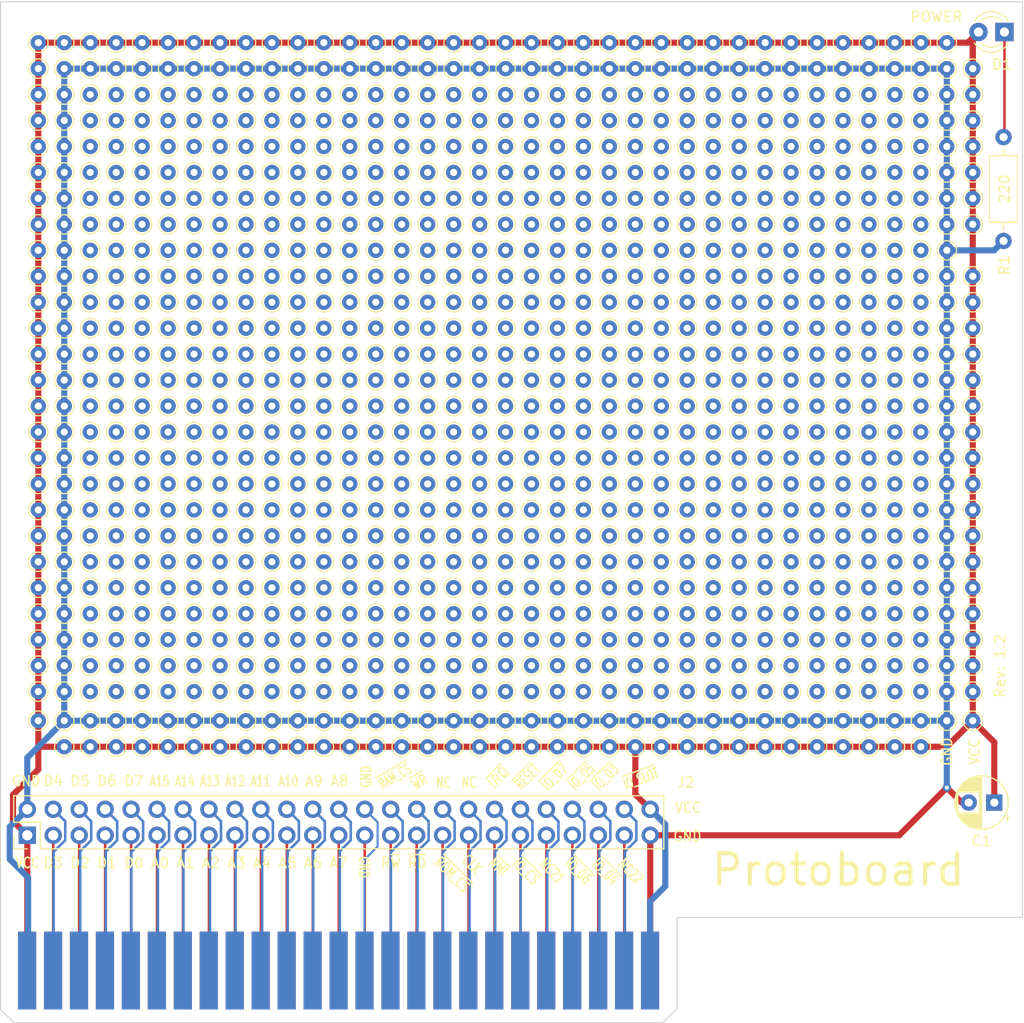
<source format=kicad_pcb>
(kicad_pcb (version 20221018) (generator pcbnew)
  (title_block (title "6502 ProtoCard") (date "2024-06-26") (rev "1.2"))
  (layers (0 "F.Cu" signal) (31 "B.Cu" signal) (34 "B.Paste" user) (35 "F.Paste" user) (36 "B.SilkS" user "B.Silkscreen") (37 "F.SilkS" user "F.Silkscreen") (38 "B.Mask" user) (39 "F.Mask" user) (44 "Edge.Cuts" user))
  (net 0 "")
  (net 1 "VCC")
  (net 2 "/A0")
  (net 3 "/A1")
  (net 4 "/A2")
  (net 5 "/A3")
  (net 6 "/A4")
  (net 7 "/A5")
  (net 8 "/A6")
  (net 9 "/A7")
  (net 10 "/D0")
  (net 11 "/D1")
  (net 12 "/D2")
  (net 13 "/D3")
  (net 14 "/D4")
  (net 15 "/D5")
  (net 16 "/D6")
  (net 17 "/D7")
  (net 18 "/CLK")
  (net 19 "Net-(D1-K)")
  (net 20 "/~{NMI}")
  (net 21 "/~{IO_CS}")
  (net 22 "/~{IO_06}")
  (net 23 "/~{IO_04}")
  (net 24 "/R~{W}")
  (net 25 "GND")
  (net 26 "/NC21")
  (net 27 "/~{IO_03}")
  (net 28 "/~{IO_05}")
  (net 29 "/~{IO_07}")
  (net 30 "/~{RESET}")
  (net 31 "/~{IRQ}")
  (net 32 "/~{RAM_CS}")
  (net 33 "/~{RD}")
  (net 34 "/~{WR}")
  (net 35 "/NC24")
  (net 36 "/~{IO_SLOT}")
  (net 37 "/~{ROM_CS}")
  (net 38 "/NC33")
  (net 39 "/A8")
  (net 40 "/A9")
  (net 41 "/A10")
  (net 42 "/A11")
  (net 43 "/A12")
  (net 44 "/A13")
  (net 45 "/A14")
  (net 46 "/A15")
  (net 47 "/NC34")
  (footprint "TestPoint:TestPoint_THTPad_D1.5mm_Drill0.7mm" (layer "F.Cu") (at 100.58 60)
    (fp_text reference "REF**387" hide)
    (fp_text value "TestPoint_THTPad_D1.5mm_Drill0.7mm" hide)
  )
  (footprint "TestPoint:TestPoint_THTPad_D1.5mm_Drill0.7mm" (layer "F.Cu") (at 120.9 57.46)
    (fp_text reference "REF**358" hide)
    (fp_text value "TestPoint_THTPad_D1.5mm_Drill0.7mm" hide)
  )
  (footprint "TestPoint:TestPoint_THTPad_D1.5mm_Drill0.7mm" (layer "F.Cu") (at 148.84 44.76)
    (fp_text reference "REF**146" hide)
    (fp_text value "TestPoint_THTPad_D1.5mm_Drill0.7mm" hide)
  )
  (footprint "TestPoint:TestPoint_THTPad_D1.5mm_Drill0.7mm" (layer "F.Cu") (at 108.2 77.78)
    (fp_text reference "REF**649" hide)
    (fp_text value "TestPoint_THTPad_D1.5mm_Drill0.7mm" hide)
  )
  (footprint "TestPoint:TestPoint_THTPad_D1.5mm_Drill0.7mm" (layer "F.Cu") (at 133.6 47.3)
    (fp_text reference "REF**215" hide)
    (fp_text value "TestPoint_THTPad_D1.5mm_Drill0.7mm" hide)
  )
  (footprint "TestPoint:TestPoint_THTPad_D1.5mm_Drill0.7mm" (layer "F.Cu") (at 138.68 34.6)
    (fp_text reference "REF**32" hide)
    (fp_text value "TestPoint_THTPad_D1.5mm_Drill0.7mm" hide)
  )
  (footprint "TestPoint:TestPoint_THTPad_D1.5mm_Drill0.7mm" (layer "F.Cu") (at 108.2 90.48)
    (fp_text reference "REF**834" hide)
    (fp_text value "TestPoint_THTPad_D1.5mm_Drill0.7mm" hide)
  )
  (footprint "TestPoint:TestPoint_THTPad_D1.5mm_Drill0.7mm" (layer "F.Cu") (at 138.68 103.5)
    (fp_text reference "REF**1068" hide)
    (fp_text value "TestPoint_THTPad_D1.5mm_Drill0.7mm" hide)
  )
  (footprint "TestPoint:TestPoint_THTPad_D1.5mm_Drill0.7mm" (layer "F.Cu") (at 70.1 42.22)
    (fp_text reference "REF**116" hide)
    (fp_text value "TestPoint_THTPad_D1.5mm_Drill0.7mm" hide)
  )
  (footprint "TestPoint:TestPoint_THTPad_D1.5mm_Drill0.7mm" (layer "F.Cu") (at 77.72 75.24)
    (fp_text reference "REF**600" hide)
    (fp_text value "TestPoint_THTPad_D1.5mm_Drill0.7mm" hide)
  )
  (footprint "TestPoint:TestPoint_THTPad_D1.5mm_Drill0.7mm" (layer "F.Cu") (at 125.98 42.22)
    (fp_text reference "REF**138" hide)
    (fp_text value "TestPoint_THTPad_D1.5mm_Drill0.7mm" hide)
  )
  (footprint "TestPoint:TestPoint_THTPad_D1.5mm_Drill0.7mm" (layer "F.Cu") (at 118.36 57.46)
    (fp_text reference "REF**357" hide)
    (fp_text value "TestPoint_THTPad_D1.5mm_Drill0.7mm" hide)
  )
  (footprint "TestPoint:TestPoint_THTPad_D1.5mm_Drill0.7mm" (layer "F.Cu") (at 148.84 98.1)
    (fp_text reference "REF**517" hide)
    (fp_text value "TestPoint_THTPad_D1.5mm_Drill0.7mm" hide)
  )
  (footprint "TestPoint:TestPoint_THTPad_D1.5mm_Drill0.7mm" (layer "F.Cu") (at 57.4 47.3)
    (fp_text reference "REF**185" hide)
    (fp_text value "TestPoint_THTPad_D1.5mm_Drill0.7mm" hide)
  )
  (footprint "TestPoint:TestPoint_THTPad_D1.5mm_Drill0.7mm" (layer "F.Cu") (at 108.2 62.54)
    (fp_text reference "REF**427" hide)
    (fp_text value "TestPoint_THTPad_D1.5mm_Drill0.7mm" hide)
  )
  (footprint "TestPoint:TestPoint_THTPad_D1.5mm_Drill0.7mm" (layer "F.Cu") (at 143.76 39.68)
    (fp_text reference "REF**108" hide)
    (fp_text value "TestPoint_THTPad_D1.5mm_Drill0.7mm" hide)
  )
  (footprint "TestPoint:TestPoint_THTPad_D1.5mm_Drill0.7mm" (layer "F.Cu") (at 115.82 100.95)
    (fp_text reference "REF**1022" hide)
    (fp_text value "TestPoint_THTPad_D1.5mm_Drill0.7mm" hide)
  )
  (footprint "TestPoint:TestPoint_THTPad_D1.5mm_Drill0.7mm" (layer "F.Cu") (at 125.98 65.08)
    (fp_text reference "REF**471" hide)
    (fp_text value "TestPoint_THTPad_D1.5mm_Drill0.7mm" hide)
  )
  (footprint "TestPoint:TestPoint_THTPad_D1.5mm_Drill0.7mm" (layer "F.Cu") (at 62.48 65.08)
    (fp_text reference "REF**446" hide)
    (fp_text value "TestPoint_THTPad_D1.5mm_Drill0.7mm" hide)
  )
  (footprint "TestPoint:TestPoint_THTPad_D1.5mm_Drill0.7mm" (layer "F.Cu") (at 85.34 90.48)
    (fp_text reference "REF**825" hide)
    (fp_text value "TestPoint_THTPad_D1.5mm_Drill0.7mm" hide)
  )
  (footprint "TestPoint:TestPoint_THTPad_D1.5mm_Drill0.7mm" (layer "F.Cu") (at 123.44 42.22)
    (fp_text reference "REF**137" hide)
    (fp_text value "TestPoint_THTPad_D1.5mm_Drill0.7mm" hide)
  )
  (footprint "TestPoint:TestPoint_THTPad_D1.5mm_Drill0.7mm" (layer "F.Cu") (at 108.2 87.94)
    (fp_text reference "REF**797" hide)
    (fp_text value "TestPoint_THTPad_D1.5mm_Drill0.7mm" hide)
  )
  (footprint "TestPoint:TestPoint_THTPad_D1.5mm_Drill0.7mm" (layer "F.Cu") (at 128.52 52.38)
    (fp_text reference "REF**287" hide)
    (fp_text value "TestPoint_THTPad_D1.5mm_Drill0.7mm" hide)
  )
  (footprint "TestPoint:TestPoint_THTPad_D1.5mm_Drill0.7mm" (layer "F.Cu") (at 70.1 100.95)
    (fp_text reference "REF**1004" hide)
    (fp_text value "TestPoint_THTPad_D1.5mm_Drill0.7mm" hide)
  )
  (footprint "TestPoint:TestPoint_THTPad_D1.5mm_Drill0.7mm" (layer "F.Cu") (at 136.14 54.92)
    (fp_text reference "REF**327" hide)
    (fp_text value "TestPoint_THTPad_D1.5mm_Drill0.7mm" hide)
  )
  (footprint "TestPoint:TestPoint_THTPad_D1.5mm_Drill0.7mm" (layer "F.Cu") (at 70.1 62.54)
    (fp_text reference "REF**412" hide)
    (fp_text value "TestPoint_THTPad_D1.5mm_Drill0.7mm" hide)
  )
  (footprint "TestPoint:TestPoint_THTPad_D1.5mm_Drill0.7mm" (layer "F.Cu") (at 77.72 72.7)
    (fp_text reference "REF**563" hide)
    (fp_text value "TestPoint_THTPad_D1.5mm_Drill0.7mm" hide)
  )
  (footprint "TestPoint:TestPoint_THTPad_D1.5mm_Drill0.7mm" (layer "F.Cu") (at 138.68 62.54)
    (fp_text reference "REF**439" hide)
    (fp_text value "TestPoint_THTPad_D1.5mm_Drill0.7mm" hide)
  )
  (footprint "TestPoint:TestPoint_THTPad_D1.5mm_Drill0.7mm" (layer "F.Cu") (at 125.98 70.16)
    (fp_text reference "REF**545" hide)
    (fp_text value "TestPoint_THTPad_D1.5mm_Drill0.7mm" hide)
  )
  (footprint "TestPoint:TestPoint_THTPad_D1.5mm_Drill0.7mm" (layer "F.Cu") (at 72.64 52.38)
    (fp_text reference "REF**265" hide)
    (fp_text value "TestPoint_THTPad_D1.5mm_Drill0.7mm" hide)
  )
  (footprint "TestPoint:TestPoint_THTPad_D1.5mm_Drill0.7mm" (layer "F.Cu") (at 113.28 82.86)
    (fp_text reference "REF**725" hide)
    (fp_text value "TestPoint_THTPad_D1.5mm_Drill0.7mm" hide)
  )
  (footprint "TestPoint:TestPoint_THTPad_D1.5mm_Drill0.7mm" (layer "F.Cu") (at 118.36 49.84)
    (fp_text reference "REF**246" hide)
    (fp_text value "TestPoint_THTPad_D1.5mm_Drill0.7mm" hide)
  )
  (footprint "TestPoint:TestPoint_THTPad_D1.5mm_Drill0.7mm" (layer "F.Cu") (at 85.34 57.46)
    (fp_text reference "REF**344" hide)
    (fp_text value "TestPoint_THTPad_D1.5mm_Drill0.7mm" hide)
  )
  (footprint "TestPoint:TestPoint_THTPad_D1.5mm_Drill0.7mm" (layer "F.Cu") (at 72.64 44.76)
    (fp_text reference "REF**154" hide)
    (fp_text value "TestPoint_THTPad_D1.5mm_Drill0.7mm" hide)
  )
  (footprint "TestPoint:TestPoint_THTPad_D1.5mm_Drill0.7mm" (layer "F.Cu") (at 98.04 70.16)
    (fp_text reference "REF**534" hide)
    (fp_text value "TestPoint_THTPad_D1.5mm_Drill0.7mm" hide)
  )
  (footprint "TestPoint:TestPoint_THTPad_D1.5mm_Drill0.7mm" (layer "F.Cu") (at 136.14 77.78)
    (fp_text reference "REF**660" hide)
    (fp_text value "TestPoint_THTPad_D1.5mm_Drill0.7mm" hide)
  )
  (footprint "TestPoint:TestPoint_THTPad_D1.5mm_Drill0.7mm" (layer "F.Cu") (at 70.1 65.08)
    (fp_text reference "REF**449" hide)
    (fp_text value "TestPoint_THTPad_D1.5mm_Drill0.7mm" hide)
  )
  (footprint "TestPoint:TestPoint_THTPad_D1.5mm_Drill0.7mm" (layer "F.Cu") (at 120.9 54.92)
    (fp_text reference "REF**321" hide)
    (fp_text value "TestPoint_THTPad_D1.5mm_Drill0.7mm" hide)
  )
  (footprint "TestPoint:TestPoint_THTPad_D1.5mm_Drill0.7mm" (layer "F.Cu") (at 105.66 75.24)
    (fp_text reference "REF**611" hide)
    (fp_text value "TestPoint_THTPad_D1.5mm_Drill0.7mm" hide)
  )
  (footprint "TestPoint:TestPoint_THTPad_D1.5mm_Drill0.7mm" (layer "F.Cu") (at 143.76 44.76)
    (fp_text reference "REF**182" hide)
    (fp_text value "TestPoint_THTPad_D1.5mm_Drill0.7mm" hide)
  )
  (footprint "TestPoint:TestPoint_THTPad_D1.5mm_Drill0.7mm" (layer "F.Cu") (at 141.22 100.95)
    (fp_text reference "REF**1032" hide)
    (fp_text value "TestPoint_THTPad_D1.5mm_Drill0.7mm" hide)
  )
  (footprint "TestPoint:TestPoint_THTPad_D1.5mm_Drill0.7mm" (layer "F.Cu") (at 105.66 47.3)
    (fp_text reference "REF**204" hide)
    (fp_text value "TestPoint_THTPad_D1.5mm_Drill0.7mm" hide)
  )
  (footprint "TestPoint:TestPoint_THTPad_D1.5mm_Drill0.7mm" (layer "F.Cu") (at 136.14 90.48)
    (fp_text reference "REF**845" hide)
    (fp_text value "TestPoint_THTPad_D1.5mm_Drill0.7mm" hide)
  )
  (footprint "TestPoint:TestPoint_THTPad_D1.5mm_Drill0.7mm" (layer "F.Cu") (at 77.72 93.02)
    (fp_text reference "REF**859" hide)
    (fp_text value "TestPoint_THTPad_D1.5mm_Drill0.7mm" hide)
  )
  (footprint "TestPoint:TestPoint_THTPad_D1.5mm_Drill0.7mm" (layer "F.Cu") (at 131.06 52.38)
    (fp_text reference "REF**288" hide)
    (fp_text value "TestPoint_THTPad_D1.5mm_Drill0.7mm" hide)
  )
  (footprint "TestPoint:TestPoint_THTPad_D1.5mm_Drill0.7mm" (layer "F.Cu") (at 113.28 100.95)
    (fp_text reference "REF**1021" hide)
    (fp_text value "TestPoint_THTPad_D1.5mm_Drill0.7mm" hide)
  )
  (footprint "TestPoint:TestPoint_THTPad_D1.5mm_Drill0.7mm" (layer "F.Cu") (at 62.48 90.48)
    (fp_text reference "REF**816" hide)
    (fp_text value "TestPoint_THTPad_D1.5mm_Drill0.7mm" hide)
  )
  (footprint "TestPoint:TestPoint_THTPad_D1.5mm_Drill0.7mm" (layer "F.Cu") (at 108.2 47.3)
    (fp_text reference "REF**205" hide)
    (fp_text value "TestPoint_THTPad_D1.5mm_Drill0.7mm" hide)
  )
  (footprint "TestPoint:TestPoint_THTPad_D1.5mm_Drill0.7mm" (layer "F.Cu") (at 136.14 87.94)
    (fp_text reference "REF**808" hide)
    (fp_text value "TestPoint_THTPad_D1.5mm_Drill0.7mm" hide)
  )
  (footprint "TestPoint:TestPoint_THTPad_D1.5mm_Drill0.7mm" (layer "F.Cu") (at 115.82 75.24)
    (fp_text reference "REF**615" hide)
    (fp_text value "TestPoint_THTPad_D1.5mm_Drill0.7mm" hide)
  )
  (footprint "TestPoint:TestPoint_THTPad_D1.5mm_Drill0.7mm" (layer "F.Cu") (at 72.64 57.46)
    (fp_text reference "REF**339" hide)
    (fp_text value "TestPoint_THTPad_D1.5mm_Drill0.7mm" hide)
  )
  (footprint "TestPoint:TestPoint_THTPad_D1.5mm_Drill0.7mm" (layer "F.Cu") (at 103.12 60)
    (fp_text reference "REF**388" hide)
    (fp_text value "TestPoint_THTPad_D1.5mm_Drill0.7mm" hide)
  )
  (footprint "TestPoint:TestPoint_THTPad_D1.5mm_Drill0.7mm" (layer "F.Cu") (at 65.02 85.4)
    (fp_text reference "REF**743" hide)
    (fp_text value "TestPoint_THTPad_D1.5mm_Drill0.7mm" hide)
  )
  (footprint "TestPoint:TestPoint_THTPad_D1.5mm_Drill0.7mm" (layer "F.Cu") (at 65.02 90.48)
    (fp_text reference "REF**817" hide)
    (fp_text value "TestPoint_THTPad_D1.5mm_Drill0.7mm" hide)
  )
  (footprint "TestPoint:TestPoint_THTPad_D1.5mm_Drill0.7mm" (layer "F.Cu") (at 125.98 49.84)
    (fp_text reference "REF**249" hide)
    (fp_text value "TestPoint_THTPad_D1.5mm_Drill0.7mm" hide)
  )
  (footprint "TestPoint:TestPoint_THTPad_D1.5mm_Drill0.7mm" (layer "F.Cu") (at 75.18 37.14)
    (fp_text reference "REF**44" hide)
    (fp_text value "TestPoint_THTPad_D1.5mm_Drill0.7mm" hide)
  )
  (footprint "TestPoint:TestPoint_THTPad_D1.5mm_Drill0.7mm" (layer "F.Cu") (at 62.48 80.32)
    (fp_text reference "REF**668" hide)
    (fp_text value "TestPoint_THTPad_D1.5mm_Drill0.7mm" hide)
  )
  (footprint "TestPoint:TestPoint_THTPad_D1.5mm_Drill0.7mm" (layer "F.Cu") (at 75.18 42.22)
    (fp_text reference "REF**118" hide)
    (fp_text value "TestPoint_THTPad_D1.5mm_Drill0.7mm" hide)
  )
  (footprint "TestPoint:TestPoint_THTPad_D1.5mm_Drill0.7mm" (layer "F.Cu") (at 131.06 49.84)
    (fp_text reference "REF**251" hide)
    (fp_text value "TestPoint_THTPad_D1.5mm_Drill0.7mm" hide)
  )
  (footprint "TestPoint:TestPoint_THTPad_D1.5mm_Drill0.7mm" (layer "F.Cu") (at 75.18 90.48)
    (fp_text reference "REF**821" hide)
    (fp_text value "TestPoint_THTPad_D1.5mm_Drill0.7mm" hide)
  )
  (footprint "TestPoint:TestPoint_THTPad_D1.5mm_Drill0.7mm" (layer "F.Cu") (at 77.72 70.16)
    (fp_text reference "REF**526" hide)
    (fp_text value "TestPoint_THTPad_D1.5mm_Drill0.7mm" hide)
  )
  (footprint "TestPoint:TestPoint_THTPad_D1.5mm_Drill0.7mm" (layer "F.Cu") (at 77.72 103.5)
    (fp_text reference "REF**1044" hide)
    (fp_text value "TestPoint_THTPad_D1.5mm_Drill0.7mm" hide)
  )
  (footprint "TestPoint:TestPoint_THTPad_D1.5mm_Drill0.7mm" (layer "F.Cu") (at 77.72 95.56)
    (fp_text reference "REF**896" hide)
    (fp_text value "TestPoint_THTPad_D1.5mm_Drill0.7mm" hide)
  )
  (footprint "TestPoint:TestPoint_THTPad_D1.5mm_Drill0.7mm" (layer "F.Cu") (at 59.94 80.32)
    (fp_text reference "REF**667" hide)
    (fp_text value "TestPoint_THTPad_D1.5mm_Drill0.7mm" hide)
  )
  (footprint "TestPoint:TestPoint_THTPad_D1.5mm_Drill0.7mm" (layer "F.Cu") (at 87.88 93.02)
    (fp_text reference "REF**863" hide)
    (fp_text value "TestPoint_THTPad_D1.5mm_Drill0.7mm" hide)
  )
  (footprint "TestPoint:TestPoint_THTPad_D1.5mm_Drill0.7mm" (layer "F.Cu") (at 72.64 75.24)
    (fp_text reference "REF**598" hide)
    (fp_text value "TestPoint_THTPad_D1.5mm_Drill0.7mm" hide)
  )
  (footprint "TestPoint:TestPoint_THTPad_D1.5mm_Drill0.7mm" (layer "F.Cu") (at 82.8 49.84)
    (fp_text reference "REF**232" hide)
    (fp_text value "TestPoint_THTPad_D1.5mm_Drill0.7mm" hide)
  )
  (footprint "TestPoint:TestPoint_THTPad_D1.5mm_Drill0.7mm" (layer "F.Cu") (at 123.44 34.6)
    (fp_text reference "REF**26" hide)
    (fp_text value "TestPoint_THTPad_D1.5mm_Drill0.7mm" hide)
  )
  (footprint "TestPoint:TestPoint_THTPad_D1.5mm_Drill0.7mm" (layer "F.Cu") (at 128.52 34.6)
    (fp_text reference "REF**28" hide)
    (fp_text value "TestPoint_THTPad_D1.5mm_Drill0.7mm" hide)
  )
  (footprint "TestPoint:TestPoint_THTPad_D1.5mm_Drill0.7mm" (layer "F.Cu") (at 113.28 49.84)
    (fp_text reference "REF**244" hide)
    (fp_text value "TestPoint_THTPad_D1.5mm_Drill0.7mm" hide)
  )
  (footprint "TestPoint:TestPoint_THTPad_D1.5mm_Drill0.7mm" (layer "F.Cu") (at 143.76 82.86)
    (fp_text reference "REF**737" hide)
    (fp_text value "TestPoint_THTPad_D1.5mm_Drill0.7mm" hide)
  )
  (footprint "TestPoint:TestPoint_THTPad_D1.5mm_Drill0.7mm" (layer "F.Cu") (at 77.72 77.78)
    (fp_text reference "REF**637" hide)
    (fp_text value "TestPoint_THTPad_D1.5mm_Drill0.7mm" hide)
  )
  (footprint "TestPoint:TestPoint_THTPad_D1.5mm_Drill0.7mm" (layer "F.Cu") (at 141.22 103.5)
    (fp_text reference "REF**1069" hide)
    (fp_text value "TestPoint_THTPad_D1.5mm_Drill0.7mm" hide)
  )
  (footprint "TestPoint:TestPoint_THTPad_D1.5mm_Drill0.7mm" (layer "F.Cu") (at 92.96 57.46)
    (fp_text reference "REF**347" hide)
    (fp_text value "TestPoint_THTPad_D1.5mm_Drill0.7mm" hide)
  )
  (footprint "TestPoint:TestPoint_THTPad_D1.5mm_Drill0.7mm" (layer "F.Cu") (at 77.72 57.46)
    (fp_text reference "REF**341" hide)
    (fp_text value "TestPoint_THTPad_D1.5mm_Drill0.7mm" hide)
  )
  (footprint "TestPoint:TestPoint_THTPad_D1.5mm_Drill0.7mm" (layer "F.Cu") (at 123.44 82.86)
    (fp_text reference "REF**729" hide)
    (fp_text value "TestPoint_THTPad_D1.5mm_Drill0.7mm" hide)
  )
  (footprint "TestPoint:TestPoint_THTPad_D1.5mm_Drill0.7mm" (layer "F.Cu") (at 133.6 82.86)
    (fp_text reference "REF**733" hide)
    (fp_text value "TestPoint_THTPad_D1.5mm_Drill0.7mm" hide)
  )
  (footprint "TestPoint:TestPoint_THTPad_D1.5mm_Drill0.7mm" (layer "F.Cu") (at 85.34 42.22)
    (fp_text reference "REF**122" hide)
    (fp_text value "TestPoint_THTPad_D1.5mm_Drill0.7mm" hide)
  )
  (footprint "TestPoint:TestPoint_THTPad_D1.5mm_Drill0.7mm" (layer "F.Cu") (at 136.14 70.16)
    (fp_text reference "REF**549" hide)
    (fp_text value "TestPoint_THTPad_D1.5mm_Drill0.7mm" hide)
  )
  (footprint "TestPoint:TestPoint_THTPad_D1.5mm_Drill0.7mm" (layer "F.Cu") (at 70.1 82.86)
    (fp_text reference "REF**708" hide)
    (fp_text value "TestPoint_THTPad_D1.5mm_Drill0.7mm" hide)
  )
  (footprint "TestPoint:TestPoint_THTPad_D1.5mm_Drill0.7mm" (layer "F.Cu") (at 136.14 80.32)
    (fp_text reference "REF**697" hide)
    (fp_text value "TestPoint_THTPad_D1.5mm_Drill0.7mm" hide)
  )
  (footprint "TestPoint:TestPoint_THTPad_D1.5mm_Drill0.7mm" (layer "F.Cu") (at 98.04 80.32)
    (fp_text reference "REF**682" hide)
    (fp_text value "TestPoint_THTPad_D1.5mm_Drill0.7mm" hide)
  )
  (footprint "TestPoint:TestPoint_THTPad_D1.5mm_Drill0.7mm" (layer "F.Cu") (at 115.82 37.14)
    (fp_text reference "REF**60" hide)
    (fp_text value "TestPoint_THTPad_D1.5mm_Drill0.7mm" hide)
  )
  (footprint "TestPoint:TestPoint_THTPad_D1.5mm_Drill0.7mm" (layer "F.Cu") (at 77.72 37.14)
    (fp_text reference "REF**45" hide)
    (fp_text value "TestPoint_THTPad_D1.5mm_Drill0.7mm" hide)
  )
  (footprint "TestPoint:TestPoint_THTPad_D1.5mm_Drill0.7mm" (layer "F.Cu") (at 131.06 65.08)
    (fp_text reference "REF**473" hide)
    (fp_text value "TestPoint_THTPad_D1.5mm_Drill0.7mm" hide)
  )
  (footprint "TestPoint:TestPoint_THTPad_D1.5mm_Drill0.7mm" (layer "F.Cu") (at 59.94 60)
    (fp_text reference "REF**371" hide)
    (fp_text value "TestPoint_THTPad_D1.5mm_Drill0.7mm" hide)
  )
  (footprint "TestPoint:TestPoint_THTPad_D1.5mm_Drill0.7mm" (layer "F.Cu") (at 131.06 47.3)
    (fp_text reference "REF**214" hide)
    (fp_text value "TestPoint_THTPad_D1.5mm_Drill0.7mm" hide)
  )
  (footprint "TestPoint:TestPoint_THTPad_D1.5mm_Drill0.7mm" (layer "F.Cu") (at 92.96 98.1)
    (fp_text reference "REF**939" hide)
    (fp_text value "TestPoint_THTPad_D1.5mm_Drill0.7mm" hide)
  )
  (footprint "TestPoint:TestPoint_THTPad_D1.5mm_Drill0.7mm" (layer "F.Cu") (at 82.8 70.16)
    (fp_text reference "REF**528" hide)
    (fp_text value "TestPoint_THTPad_D1.5mm_Drill0.7mm" hide)
  )
  (footprint "TestPoint:TestPoint_THTPad_D1.5mm_Drill0.7mm" (layer "F.Cu") (at 141.22 42.22)
    (fp_text reference "REF**144" hide)
    (fp_text value "TestPoint_THTPad_D1.5mm_Drill0.7mm" hide)
  )
  (footprint "TestPoint:TestPoint_THTPad_D1.5mm_Drill0.7mm" (layer "F.Cu") (at 65.02 44.76)
    (fp_text reference "REF**151" hide)
    (fp_text value "TestPoint_THTPad_D1.5mm_Drill0.7mm" hide)
  )
  (footprint "TestPoint:TestPoint_THTPad_D1.5mm_Drill0.7mm" (layer "F.Cu") (at 146.3 90.48)
    (fp_text reference "REF**924" hide)
    (fp_text value "TestPoint_THTPad_D1.5mm_Drill0.7mm" hide)
  )
  (footprint "TestPoint:TestPoint_THTPad_D1.5mm_Drill0.7mm" (layer "F.Cu") (at 67.56 62.54)
    (fp_text reference "REF**411" hide)
    (fp_text value "TestPoint_THTPad_D1.5mm_Drill0.7mm" hide)
  )
  (footprint "TestPoint:TestPoint_THTPad_D1.5mm_Drill0.7mm" (layer "F.Cu") (at 87.88 47.3)
    (fp_text reference "REF**197" hide)
    (fp_text value "TestPoint_THTPad_D1.5mm_Drill0.7mm" hide)
  )
  (footprint "TestPoint:TestPoint_THTPad_D1.5mm_Drill0.7mm" (layer "F.Cu") (at 108.2 93.02)
    (fp_text reference "REF**871" hide)
    (fp_text value "TestPoint_THTPad_D1.5mm_Drill0.7mm" hide)
  )
  (footprint "TestPoint:TestPoint_THTPad_D1.5mm_Drill0.7mm" (layer "F.Cu") (at 57.4 67.62)
    (fp_text reference "REF**481" hide)
    (fp_text value "TestPoint_THTPad_D1.5mm_Drill0.7mm" hide)
  )
  (footprint "TestPoint:TestPoint_THTPad_D1.5mm_Drill0.7mm" (layer "F.Cu") (at 118.36 90.48)
    (fp_text reference "REF**838" hide)
    (fp_text value "TestPoint_THTPad_D1.5mm_Drill0.7mm" hide)
  )
  (footprint "TestPoint:TestPoint_THTPad_D1.5mm_Drill0.7mm" (layer "F.Cu") (at 128.52 85.4)
    (fp_text reference "REF**768" hide)
    (fp_text value "TestPoint_THTPad_D1.5mm_Drill0.7mm" hide)
  )
  (footprint "TestPoint:TestPoint_THTPad_D1.5mm_Drill0.7mm" (layer "F.Cu") (at 120.9 77.78)
    (fp_text reference "REF**654" hide)
    (fp_text value "TestPoint_THTPad_D1.5mm_Drill0.7mm" hide)
  )
  (footprint "TestPoint:TestPoint_THTPad_D1.5mm_Drill0.7mm" (layer "F.Cu") (at 62.48 93.02)
    (fp_text reference "REF**853" hide)
    (fp_text value "TestPoint_THTPad_D1.5mm_Drill0.7mm" hide)
  )
  (footprint "TestPoint:TestPoint_THTPad_D1.5mm_Drill0.7mm" (layer "F.Cu") (at 110.74 47.3)
    (fp_text reference "REF**206" hide)
    (fp_text value "TestPoint_THTPad_D1.5mm_Drill0.7mm" hide)
  )
  (footprint "TestPoint:TestPoint_THTPad_D1.5mm_Drill0.7mm" (layer "F.Cu") (at 123.44 67.62)
    (fp_text reference "REF**507" hide)
    (fp_text value "TestPoint_THTPad_D1.5mm_Drill0.7mm" hide)
  )
  (footprint "TestPoint:TestPoint_THTPad_D1.5mm_Drill0.7mm" (layer "F.Cu") (at 113.28 34.6)
    (fp_text reference "REF**22" hide)
    (fp_text value "TestPoint_THTPad_D1.5mm_Drill0.7mm" hide)
  )
  (footprint "TestPoint:TestPoint_THTPad_D1.5mm_Drill0.7mm" (layer "F.Cu") (at 67.56 34.6)
    (fp_text reference "REF**4" hide)
    (fp_text value "TestPoint_THTPad_D1.5mm_Drill0.7mm" hide)
  )
  (footprint "TestPoint:TestPoint_THTPad_D1.5mm_Drill0.7mm" (layer "F.Cu") (at 110.74 49.84)
    (fp_text reference "REF**243" hide)
    (fp_text value "TestPoint_THTPad_D1.5mm_Drill0.7mm" hide)
  )
  (footprint "TestPoint:TestPoint_THTPad_D1.5mm_Drill0.7mm" (layer "F.Cu") (at 98.04 57.46)
    (fp_text reference "REF**349" hide)
    (fp_text value "TestPoint_THTPad_D1.5mm_Drill0.7mm" hide)
  )
  (footprint "TestPoint:TestPoint_THTPad_D1.5mm_Drill0.7mm" (layer "F.Cu") (at 113.28 70.16)
    (fp_text reference "REF**540" hide)
    (fp_text value "TestPoint_THTPad_D1.5mm_Drill0.7mm" hide)
  )
  (footprint "TestPoint:TestPoint_THTPad_D1.5mm_Drill0.7mm" (layer "F.Cu") (at 146.3 72.7)
    (fp_text reference "REF**812" hide)
    (fp_text value "TestPoint_THTPad_D1.5mm_Drill0.7mm" hide)
  )
  (footprint "TestPoint:TestPoint_THTPad_D1.5mm_Drill0.7mm" (layer "F.Cu") (at 113.28 75.24)
    (fp_text reference "REF**614" hide)
    (fp_text value "TestPoint_THTPad_D1.5mm_Drill0.7mm" hide)
  )
  (footprint "TestPoint:TestPoint_THTPad_D1.5mm_Drill0.7mm" (layer "F.Cu") (at 90.42 80.32)
    (fp_text reference "REF**679" hide)
    (fp_text value "TestPoint_THTPad_D1.5mm_Drill0.7mm" hide)
  )
  (footprint "TestPoint:TestPoint_THTPad_D1.5mm_Drill0.7mm" (layer "F.Cu") (at 62.48 77.78)
    (fp_text reference "REF**631" hide)
    (fp_text value "TestPoint_THTPad_D1.5mm_Drill0.7mm" hide)
  )
  (footprint "TestPoint:TestPoint_THTPad_D1.5mm_Drill0.7mm" (layer "F.Cu") (at 80.26 67.62)
    (fp_text reference "REF**490" hide)
    (fp_text value "TestPoint_THTPad_D1.5mm_Drill0.7mm" hide)
  )
  (footprint "TestPoint:TestPoint_THTPad_D1.5mm_Drill0.7mm" (layer "F.Cu") (at 82.8 77.78)
    (fp_text reference "REF**639" hide)
    (fp_text value "TestPoint_THTPad_D1.5mm_Drill0.7mm" hide)
  )
  (footprint "TestPoint:TestPoint_THTPad_D1.5mm_Drill0.7mm" (layer "F.Cu") (at 67.56 87.94)
    (fp_text reference "REF**781" hide)
    (fp_text value "TestPoint_THTPad_D1.5mm_Drill0.7mm" hide)
  )
  (footprint "TestPoint:TestPoint_THTPad_D1.5mm_Drill0.7mm" (layer "F.Cu") (at 128.52 47.3)
    (fp_text reference "REF**213" hide)
    (fp_text value "TestPoint_THTPad_D1.5mm_Drill0.7mm" hide)
  )
  (footprint "TestPoint:TestPoint_THTPad_D1.5mm_Drill0.7mm" (layer "F.Cu") (at 98.04 44.76)
    (fp_text reference "REF**164" hide)
    (fp_text value "TestPoint_THTPad_D1.5mm_Drill0.7mm" hide)
  )
  (footprint "TestPoint:TestPoint_THTPad_D1.5mm_Drill0.7mm" (layer "F.Cu") (at 143.76 62.54)
    (fp_text reference "REF**441" hide)
    (fp_text value "TestPoint_THTPad_D1.5mm_Drill0.7mm" hide)
  )
  (footprint "TestPoint:TestPoint_THTPad_D1.5mm_Drill0.7mm" (layer "F.Cu") (at 113.28 67.62)
    (fp_text reference "REF**503" hide)
    (fp_text value "TestPoint_THTPad_D1.5mm_Drill0.7mm" hide)
  )
  (footprint "TestPoint:TestPoint_THTPad_D1.5mm_Drill0.7mm" (layer "F.Cu") (at 115.82 42.22)
    (fp_text reference "REF**134" hide)
    (fp_text value "TestPoint_THTPad_D1.5mm_Drill0.7mm" hide)
  )
  (footprint "TestPoint:TestPoint_THTPad_D1.5mm_Drill0.7mm" (layer "F.Cu") (at 133.6 85.4)
    (fp_text reference "REF**770" hide)
    (fp_text value "TestPoint_THTPad_D1.5mm_Drill0.7mm" hide)
  )
  (footprint "TestPoint:TestPoint_THTPad_D1.5mm_Drill0.7mm" (layer "F.Cu") (at 87.88 77.78)
    (fp_text reference "REF**641" hide)
    (fp_text value "TestPoint_THTPad_D1.5mm_Drill0.7mm" hide)
  )
  (footprint "TestPoint:TestPoint_THTPad_D1.5mm_Drill0.7mm" (layer "F.Cu") (at 131.06 72.7)
    (fp_text reference "REF**584" hide)
    (fp_text value "TestPoint_THTPad_D1.5mm_Drill0.7mm" hide)
  )
  (footprint "TestPoint:TestPoint_THTPad_D1.5mm_Drill0.7mm" (layer "F.Cu") (at 57.4 54.92)
    (fp_text reference "REF**296" hide)
    (fp_text value "TestPoint_THTPad_D1.5mm_Drill0.7mm" hide)
  )
  (footprint "TestPoint:TestPoint_THTPad_D1.5mm_Drill0.7mm" (layer "F.Cu") (at 143.76 93.02)
    (fp_text reference "REF**885" hide)
    (fp_text value "TestPoint_THTPad_D1.5mm_Drill0.7mm" hide)
  )
  (footprint "TestPoint:TestPoint_THTPad_D1.5mm_Drill0.7mm" (layer "F.Cu") (at 108.2 98.1)
    (fp_text reference "REF**945" hide)
    (fp_text value "TestPoint_THTPad_D1.5mm_Drill0.7mm" hide)
  )
  (footprint "TestPoint:TestPoint_THTPad_D1.5mm_Drill0.7mm" (layer "F.Cu") (at 57.4 85.4)
    (fp_text reference "REF**740" hide)
    (fp_text value "TestPoint_THTPad_D1.5mm_Drill0.7mm" hide)
  )
  (footprint "TestPoint:TestPoint_THTPad_D1.5mm_Drill0.7mm" (layer "F.Cu") (at 90.42 82.86)
    (fp_text reference "REF**716" hide)
    (fp_text value "TestPoint_THTPad_D1.5mm_Drill0.7mm" hide)
  )
  (footprint "TestPoint:TestPoint_THTPad_D1.5mm_Drill0.7mm" (layer "F.Cu") (at 98.04 103.5)
    (fp_text reference "REF**1052" hide)
    (fp_text value "TestPoint_THTPad_D1.5mm_Drill0.7mm" hide)
  )
  (footprint "TestPoint:TestPoint_THTPad_D1.5mm_Drill0.7mm" (layer "F.Cu") (at 98.04 47.3)
    (fp_text reference "REF**201" hide)
    (fp_text value "TestPoint_THTPad_D1.5mm_Drill0.7mm" hide)
  )
  (footprint "TestPoint:TestPoint_THTPad_D1.5mm_Drill0.7mm" (layer "F.Cu") (at 80.26 87.94)
    (fp_text reference "REF**786" hide)
    (fp_text value "TestPoint_THTPad_D1.5mm_Drill0.7mm" hide)
  )
  (footprint "TestPoint:TestPoint_THTPad_D1.5mm_Drill0.7mm" (layer "F.Cu") (at 125.98 85.4)
    (fp_text reference "REF**767" hide)
    (fp_text value "TestPoint_THTPad_D1.5mm_Drill0.7mm" hide)
  )
  (footprint "TestPoint:TestPoint_THTPad_D1.5mm_Drill0.7mm" (layer "F.Cu") (at 110.74 90.48)
    (fp_text reference "REF**835" hide)
    (fp_text value "TestPoint_THTPad_D1.5mm_Drill0.7mm" hide)
  )
  (footprint "TestPoint:TestPoint_THTPad_D1.5mm_Drill0.7mm" (layer "F.Cu") (at 138.68 80.32)
    (fp_text reference "REF**698" hide)
    (fp_text value "TestPoint_THTPad_D1.5mm_Drill0.7mm" hide)
  )
  (footprint "TestPoint:TestPoint_THTPad_D1.5mm_Drill0.7mm" (layer "F.Cu") (at 108.2 44.76)
    (fp_text reference "REF**168" hide)
    (fp_text value "TestPoint_THTPad_D1.5mm_Drill0.7mm" hide)
  )
  (footprint "TestPoint:TestPoint_THTPad_D1.5mm_Drill0.7mm" (layer "F.Cu") (at 72.64 60)
    (fp_text reference "REF**376" hide)
    (fp_text value "TestPoint_THTPad_D1.5mm_Drill0.7mm" hide)
  )
  (footprint "TestPoint:TestPoint_THTPad_D1.5mm_Drill0.7mm" (layer "F.Cu") (at 100.58 90.48)
    (fp_text reference "REF**831" hide)
    (fp_text value "TestPoint_THTPad_D1.5mm_Drill0.7mm" hide)
  )
  (footprint "TestPoint:TestPoint_THTPad_D1.5mm_Drill0.7mm" (layer "F.Cu") (at 133.6 49.84)
    (fp_text reference "REF**252" hide)
    (fp_text value "TestPoint_THTPad_D1.5mm_Drill0.7mm" hide)
  )
  (footprint "TestPoint:TestPoint_THTPad_D1.5mm_Drill0.7mm" (layer "F.Cu") (at 90.42 90.48)
    (fp_text reference "REF**827" hide)
    (fp_text value "TestPoint_THTPad_D1.5mm_Drill0.7mm" hide)
  )
  (footprint "TestPoint:TestPoint_THTPad_D1.5mm_Drill0.7mm" (layer "F.Cu") (at 59.94 82.86)
    (fp_text reference "REF**704" hide)
    (fp_text value "TestPoint_THTPad_D1.5mm_Drill0.7mm" hide)
  )
  (footprint "TestPoint:TestPoint_THTPad_D1.5mm_Drill0.7mm" (layer "F.Cu") (at 110.74 100.95)
    (fp_text reference "REF**1020" hide)
    (fp_text value "TestPoint_THTPad_D1.5mm_Drill0.7mm" hide)
  )
  (footprint "TestPoint:TestPoint_THTPad_D1.5mm_Drill0.7mm" (layer "F.Cu") (at 118.36 95.56)
    (fp_text reference "REF**912" hide)
    (fp_text value "TestPoint_THTPad_D1.5mm_Drill0.7mm" hide)
  )
  (footprint "TestPoint:TestPoint_THTPad_D1.5mm_Drill0.7mm" (layer "F.Cu") (at 80.26 60)
    (fp_text reference "REF**379" hide)
    (fp_text value "TestPoint_THTPad_D1.5mm_Drill0.7mm" hide)
  )
  (footprint "TestPoint:TestPoint_THTPad_D1.5mm_Drill0.7mm" (layer "F.Cu") (at 77.72 49.84)
    (fp_text reference "REF**230" hide)
    (fp_text value "TestPoint_THTPad_D1.5mm_Drill0.7mm" hide)
  )
  (footprint "TestPoint:TestPoint_THTPad_D1.5mm_Drill0.7mm" (layer "F.Cu") (at 138.68 87.94)
    (fp_text reference "REF**809" hide)
    (fp_text value "TestPoint_THTPad_D1.5mm_Drill0.7mm" hide)
  )
  (footprint "TestPoint:TestPoint_THTPad_D1.5mm_Drill0.7mm" (layer "F.Cu") (at 67.56 57.46)
    (fp_text reference "REF**337" hide)
    (fp_text value "TestPoint_THTPad_D1.5mm_Drill0.7mm" hide)
  )
  (footprint "TestPoint:TestPoint_THTPad_D1.5mm_Drill0.7mm" (layer "F.Cu") (at 65.02 67.62)
    (fp_text reference "REF**484" hide)
    (fp_text value "TestPoint_THTPad_D1.5mm_Drill0.7mm" hide)
  )
  (footprint "TestPoint:TestPoint_THTPad_D1.5mm_Drill0.7mm" (layer "F.Cu") (at 72.64 93.02)
    (fp_text reference "REF**857" hide)
    (fp_text value "TestPoint_THTPad_D1.5mm_Drill0.7mm" hide)
  )
  (footprint "TestPoint:TestPoint_THTPad_D1.5mm_Drill0.7mm" (layer "F.Cu") (at 92.96 77.78)
    (fp_text reference "REF**643" hide)
    (fp_text value "TestPoint_THTPad_D1.5mm_Drill0.7mm" hide)
  )
  (footprint "TestPoint:TestPoint_THTPad_D1.5mm_Drill0.7mm" (layer "F.Cu") (at 133.6 39.68)
    (fp_text reference "REF**104" hide)
    (fp_text value "TestPoint_THTPad_D1.5mm_Drill0.7mm" hide)
  )
  (footprint "TestPoint:TestPoint_THTPad_D1.5mm_Drill0.7mm" (layer "F.Cu") (at 87.88 60)
    (fp_text reference "REF**382" hide)
    (fp_text value "TestPoint_THTPad_D1.5mm_Drill0.7mm" hide)
  )
  (footprint "TestPoint:TestPoint_THTPad_D1.5mm_Drill0.7mm" (layer "F.Cu") (at 148.84 70.16)
    (fp_text reference "REF**331" hide)
    (fp_text value "TestPoint_THTPad_D1.5mm_Drill0.7mm" hide)
  )
  (footprint "TestPoint:TestPoint_THTPad_D1.5mm_Drill0.7mm" (layer "F.Cu") (at 85.34 52.38)
    (fp_text reference "REF**270" hide)
    (fp_text value "TestPoint_THTPad_D1.5mm_Drill0.7mm" hide)
  )
  (footprint "TestPoint:TestPoint_THTPad_D1.5mm_Drill0.7mm" (layer "F.Cu") (at 113.28 87.94)
    (fp_text reference "REF**799" hide)
    (fp_text value "TestPoint_THTPad_D1.5mm_Drill0.7mm" hide)
  )
  (footprint "TestPoint:TestPoint_THTPad_D1.5mm_Drill0.7mm" (layer "F.Cu") (at 65.02 80.32)
    (fp_text reference "REF**669" hide)
    (fp_text value "TestPoint_THTPad_D1.5mm_Drill0.7mm" hide)
  )
  (footprint "TestPoint:TestPoint_THTPad_D1.5mm_Drill0.7mm" (layer "F.Cu") (at 125.98 100.95)
    (fp_text reference "REF**1026" hide)
    (fp_text value "TestPoint_THTPad_D1.5mm_Drill0.7mm" hide)
  )
  (footprint "TestPoint:TestPoint_THTPad_D1.5mm_Drill0.7mm" (layer "F.Cu") (at 118.36 65.08)
    (fp_text reference "REF**468" hide)
    (fp_text value "TestPoint_THTPad_D1.5mm_Drill0.7mm" hide)
  )
  (footprint "TestPoint:TestPoint_THTPad_D1.5mm_Drill0.7mm" (layer "F.Cu") (at 59.94 85.4)
    (fp_text reference "REF**741" hide)
    (fp_text value "TestPoint_THTPad_D1.5mm_Drill0.7mm" hide)
  )
  (footprint "TestPoint:TestPoint_THTPad_D1.5mm_Drill0.7mm" (layer "F.Cu") (at 85.34 54.92)
    (fp_text reference "REF**307" hide)
    (fp_text value "TestPoint_THTPad_D1.5mm_Drill0.7mm" hide)
  )
  (footprint "TestPoint:TestPoint_THTPad_D1.5mm_Drill0.7mm" (layer "F.Cu") (at 57.4 82.86)
    (fp_text reference "REF**703" hide)
    (fp_text value "TestPoint_THTPad_D1.5mm_Drill0.7mm" hide)
  )
  (footprint "TestPoint:TestPoint_THTPad_D1.5mm_Drill0.7mm" (layer "F.Cu") (at 131.06 37.14)
    (fp_text reference "REF**66" hide)
    (fp_text value "TestPoint_THTPad_D1.5mm_Drill0.7mm" hide)
  )
  (footprint "TestPoint:TestPoint_THTPad_D1.5mm_Drill0.7mm" (layer "F.Cu") (at 82.8 42.22)
    (fp_text reference "REF**121" hide)
    (fp_text value "TestPoint_THTPad_D1.5mm_Drill0.7mm" hide)
  )
  (footprint "TestPoint:TestPoint_THTPad_D1.5mm_Drill0.7mm" (layer "F.Cu") (at 67.56 72.7)
    (fp_text reference "REF**559" hide)
    (fp_text value "TestPoint_THTPad_D1.5mm_Drill0.7mm" hide)
  )
  (footprint "TestPoint:TestPoint_THTPad_D1.5mm_Drill0.7mm" (layer "F.Cu") (at 115.82 103.5)
    (fp_text reference "REF**1059" hide)
    (fp_text value "TestPoint_THTPad_D1.5mm_Drill0.7mm" hide)
  )
  (footprint "TestPoint:TestPoint_THTPad_D1.5mm_Drill0.7mm" (layer "F.Cu") (at 57.4 44.76)
    (fp_text reference "REF**148" hide)
    (fp_text value "TestPoint_THTPad_D1.5mm_Drill0.7mm" hide)
  )
  (footprint "TestPoint:TestPoint_THTPad_D1.5mm_Drill0.7mm" (layer "F.Cu") (at 75.18 82.86)
    (fp_text reference "REF**710" hide)
    (fp_text value "TestPoint_THTPad_D1.5mm_Drill0.7mm" hide)
  )
  (footprint "TestPoint:TestPoint_THTPad_D1.5mm_Drill0.7mm" (layer "F.Cu") (at 105.66 87.94)
    (fp_text reference "REF**796" hide)
    (fp_text value "TestPoint_THTPad_D1.5mm_Drill0.7mm" hide)
  )
  (footprint "TestPoint:TestPoint_THTPad_D1.5mm_Drill0.7mm" (layer "F.Cu") (at 108.2 42.22)
    (fp_text reference "REF**131" hide)
    (fp_text value "TestPoint_THTPad_D1.5mm_Drill0.7mm" hide)
  )
  (footprint "TestPoint:TestPoint_THTPad_D1.5mm_Drill0.7mm" (layer "F.Cu") (at 128.52 37.14)
    (fp_text reference "REF**65" hide)
    (fp_text value "TestPoint_THTPad_D1.5mm_Drill0.7mm" hide)
  )
  (footprint "TestPoint:TestPoint_THTPad_D1.5mm_Drill0.7mm" (layer "F.Cu") (at 113.28 47.3)
    (fp_text reference "REF**207" hide)
    (fp_text value "TestPoint_THTPad_D1.5mm_Drill0.7mm" hide)
  )
  (footprint "TestPoint:TestPoint_THTPad_D1.5mm_Drill0.7mm" (layer "F.Cu") (at 72.64 80.32)
    (fp_text reference "REF**672" hide)
    (fp_text value "TestPoint_THTPad_D1.5mm_Drill0.7mm" hide)
  )
  (footprint "TestPoint:TestPoint_THTPad_D1.5mm_Drill0.7mm" (layer "F.Cu") (at 148.84 90.48)
    (fp_text reference "REF**479" hide)
    (fp_text value "TestPoint_THTPad_D1.5mm_Drill0.7mm" hide)
  )
  (footprint "TestPoint:TestPoint_THTPad_D1.5mm_Drill0.7mm" (layer "F.Cu") (at 148.84 72.7)
    (fp_text reference "REF**332" hide)
    (fp_text value "TestPoint_THTPad_D1.5mm_Drill0.7mm" hide)
  )
  (footprint "TestPoint:TestPoint_THTPad_D1.5mm_Drill0.7mm" (layer "F.Cu") (at 118.36 100.95)
    (fp_text reference "REF**1023" hide)
    (fp_text value "TestPoint_THTPad_D1.5mm_Drill0.7mm" hide)
  )
  (footprint "TestPoint:TestPoint_THTPad_D1.5mm_Drill0.7mm" (layer "F.Cu") (at 87.88 54.92)
    (fp_text reference "REF**308" hide)
    (fp_text value "TestPoint_THTPad_D1.5mm_Drill0.7mm" hide)
  )
  (footprint "TestPoint:TestPoint_THTPad_D1.5mm_Drill0.7mm" (layer "F.Cu") (at 85.34 60)
    (fp_text reference "REF**381" hide)
    (fp_text value "TestPoint_THTPad_D1.5mm_Drill0.7mm" hide)
  )
  (footprint "TestPoint:TestPoint_THTPad_D1.5mm_Drill0.7mm" (layer "F.Cu") (at 82.8 37.14)
    (fp_text reference "REF**47" hide)
    (fp_text value "TestPoint_THTPad_D1.5mm_Drill0.7mm" hide)
  )
  (footprint "TestPoint:TestPoint_THTPad_D1.5mm_Drill0.7mm" (layer "F.Cu") (at 110.74 93.02)
    (fp_text reference "REF**872" hide)
    (fp_text value "TestPoint_THTPad_D1.5mm_Drill0.7mm" hide)
  )
  (footprint "TestPoint:TestPoint_THTPad_D1.5mm_Drill0.7mm" (layer "F.Cu") (at 110.74 77.78)
    (fp_text reference "REF**650" hide)
    (fp_text value "TestPoint_THTPad_D1.5mm_Drill0.7mm" hide)
  )
  (footprint "TestPoint:TestPoint_THTPad_D1.5mm_Drill0.7mm" (layer "F.Cu") (at 85.34 39.68)
    (fp_text reference "REF**85" hide)
    (fp_text value "TestPoint_THTPad_D1.5mm_Drill0.7mm" hide)
  )
  (footprint "TestPoint:TestPoint_THTPad_D1.5mm_Drill0.7mm" (layer "F.Cu") (at 128.52 95.56)
    (fp_text reference "REF**916" hide)
    (fp_text value "TestPoint_THTPad_D1.5mm_Drill0.7mm" hide)
  )
  (footprint "TestPoint:TestPoint_THTPad_D1.5mm_Drill0.7mm" (layer "F.Cu") (at 70.1 75.24)
    (fp_text reference "REF**597" hide)
    (fp_text value "TestPoint_THTPad_D1.5mm_Drill0.7mm" hide)
  )
  (footprint "TestPoint:TestPoint_THTPad_D1.5mm_Drill0.7mm" (layer "F.Cu") (at 100.58 34.6)
    (fp_text reference "REF**17" hide)
    (fp_text value "TestPoint_THTPad_D1.5mm_Drill0.7mm" hide)
  )
  (footprint "TestPoint:TestPoint_THTPad_D1.5mm_Drill0.7mm" (layer "F.Cu") (at 120.9 67.62)
    (fp_text reference "REF**506" hide)
    (fp_text value "TestPoint_THTPad_D1.5mm_Drill0.7mm" hide)
  )
  (footprint "TestPoint:TestPoint_THTPad_D1.5mm_Drill0.7mm" (layer "F.Cu") (at 138.68 47.3)
    (fp_text reference "REF**217" hide)
    (fp_text value "TestPoint_THTPad_D1.5mm_Drill0.7mm" hide)
  )
  (footprint "TestPoint:TestPoint_THTPad_D1.5mm_Drill0.7mm" (layer "F.Cu") (at 85.34 87.94)
    (fp_text reference "REF**788" hide)
    (fp_text value "TestPoint_THTPad_D1.5mm_Drill0.7mm" hide)
  )
  (footprint "TestPoint:TestPoint_THTPad_D1.5mm_Drill0.7mm" (layer "F.Cu") (at 70.1 57.46)
    (fp_text reference "REF**338" hide)
    (fp_text value "TestPoint_THTPad_D1.5mm_Drill0.7mm" hide)
  )
  (footprint "TestPoint:TestPoint_THTPad_D1.5mm_Drill0.7mm" (layer "F.Cu") (at 65.02 65.08)
    (fp_text reference "REF**447" hide)
    (fp_text value "TestPoint_THTPad_D1.5mm_Drill0.7mm" hide)
  )
  (footprint "TestPoint:TestPoint_THTPad_D1.5mm_Drill0.7mm" (layer "F.Cu") (at 75.18 75.24)
    (fp_text reference "REF**599" hide)
    (fp_text value "TestPoint_THTPad_D1.5mm_Drill0.7mm" hide)
  )
  (footprint "TestPoint:TestPoint_THTPad_D1.5mm_Drill0.7mm" (layer "F.Cu") (at 90.42 98.1)
    (fp_text reference "REF**938" hide)
    (fp_text value "TestPoint_THTPad_D1.5mm_Drill0.7mm" hide)
  )
  (footprint "TestPoint:TestPoint_THTPad_D1.5mm_Drill0.7mm" (layer "F.Cu") (at 123.44 77.78)
    (fp_text reference "REF**655" hide)
    (fp_text value "TestPoint_THTPad_D1.5mm_Drill0.7mm" hide)
  )
  (footprint "TestPoint:TestPoint_THTPad_D1.5mm_Drill0.7mm" (layer "F.Cu") (at 115.82 52.38)
    (fp_text reference "REF**282" hide)
    (fp_text value "TestPoint_THTPad_D1.5mm_Drill0.7mm" hide)
  )
  (footprint "TestPoint:TestPoint_THTPad_D1.5mm_Drill0.7mm" (layer "F.Cu") (at 110.74 95.56)
    (fp_text reference "REF**909" hide)
    (fp_text value "TestPoint_THTPad_D1.5mm_Drill0.7mm" hide)
  )
  (footprint "TestPoint:TestPoint_THTPad_D1.5mm_Drill0.7mm" (layer "F.Cu") (at 75.18 77.78)
    (fp_text reference "REF**636" hide)
    (fp_text value "TestPoint_THTPad_D1.5mm_Drill0.7mm" hide)
  )
  (footprint "TestPoint:TestPoint_THTPad_D1.5mm_Drill0.7mm" (layer "F.Cu") (at 72.64 49.84)
    (fp_text reference "REF**228" hide)
    (fp_text value "TestPoint_THTPad_D1.5mm_Drill0.7mm" hide)
  )
  (footprint "TestPoint:TestPoint_THTPad_D1.5mm_Drill0.7mm" (layer "F.Cu") (at 128.52 100.95)
    (fp_text reference "REF**1027" hide)
    (fp_text value "TestPoint_THTPad_D1.5mm_Drill0.7mm" hide)
  )
  (footprint "TestPoint:TestPoint_THTPad_D1.5mm_Drill0.7mm" (layer "F.Cu") (at 70.1 70.16)
    (fp_text reference "REF**523" hide)
    (fp_text value "TestPoint_THTPad_D1.5mm_Drill0.7mm" hide)
  )
  (footprint "TestPoint:TestPoint_THTPad_D1.5mm_Drill0.7mm" (layer "F.Cu") (at 123.44 49.84)
    (fp_text reference "REF**248" hide)
    (fp_text value "TestPoint_THTPad_D1.5mm_Drill0.7mm" hide)
  )
  (footprint "TestPoint:TestPoint_THTPad_D1.5mm_Drill0.7mm" (layer "F.Cu") (at 115.82 95.56)
    (fp_text reference "REF**911" hide)
    (fp_text value "TestPoint_THTPad_D1.5mm_Drill0.7mm" hide)
  )
  (footprint "TestPoint:TestPoint_THTPad_D1.5mm_Drill0.7mm" (layer "F.Cu") (at 105.66 67.62)
    (fp_text reference "REF**500" hide)
    (fp_text value "TestPoint_THTPad_D1.5mm_Drill0.7mm" hide)
  )
  (footprint "TestPoint:TestPoint_THTPad_D1.5mm_Drill0.7mm" (layer "F.Cu") (at 120.9 65.08)
    (fp_text reference "REF**469" hide)
    (fp_text value "TestPoint_THTPad_D1.5mm_Drill0.7mm" hide)
  )
  (footprint "TestPoint:TestPoint_THTPad_D1.5mm_Drill0.7mm" (layer "F.Cu") (at 131.06 62.54)
    (fp_text reference "REF**436" hide)
    (fp_text value "TestPoint_THTPad_D1.5mm_Drill0.7mm" hide)
  )
  (footprint "TestPoint:TestPoint_THTPad_D1.5mm_Drill0.7mm" (layer "F.Cu") (at 148.84 85.4)
    (fp_text reference "REF**442" hide)
    (fp_text value "TestPoint_THTPad_D1.5mm_Drill0.7mm" hide)
  )
  (footprint "TestPoint:TestPoint_THTPad_D1.5mm_Drill0.7mm" (layer "F.Cu") (at 95.5 90.48)
    (fp_text reference "REF**829" hide)
    (fp_text value "TestPoint_THTPad_D1.5mm_Drill0.7mm" hide)
  )
  (footprint "TestPoint:TestPoint_THTPad_D1.5mm_Drill0.7mm" (layer "F.Cu") (at 128.52 67.62)
    (fp_text reference "REF**509" hide)
    (fp_text value "TestPoint_THTPad_D1.5mm_Drill0.7mm" hide)
  )
  (footprint "TestPoint:TestPoint_THTPad_D1.5mm_Drill0.7mm" (layer "F.Cu") (at 146.3 39.68)
    (fp_text reference "REF**554" hide)
    (fp_text value "TestPoint_THTPad_D1.5mm_Drill0.7mm" hide)
  )
  (footprint "TestPoint:TestPoint_THTPad_D1.5mm_Drill0.7mm" (layer "F.Cu") (at 146.3 47.3)
    (fp_text reference "REF**627" hide)
    (fp_text value "TestPoint_THTPad_D1.5mm_Drill0.7mm" hide)
  )
  (footprint "TestPoint:TestPoint_THTPad_D1.5mm_Drill0.7mm" (layer "F.Cu") (at 143.76 42.22)
    (fp_text reference "REF**145" hide)
    (fp_text value "TestPoint_THTPad_D1.5mm_Drill0.7mm" hide)
  )
  (footprint "TestPoint:TestPoint_THTPad_D1.5mm_Drill0.7mm" (layer "F.Cu") (at 113.28 42.22)
    (fp_text reference "REF**133" hide)
    (fp_text value "TestPoint_THTPad_D1.5mm_Drill0.7mm" hide)
  )
  (footprint "TestPoint:TestPoint_THTPad_D1.5mm_Drill0.7mm" (layer "F.Cu") (at 148.84 95.56)
    (fp_text reference "REF**516" hide)
    (fp_text value "TestPoint_THTPad_D1.5mm_Drill0.7mm" hide)
  )
  (footprint "TestPoint:TestPoint_THTPad_D1.5mm_Drill0.7mm" (layer "F.Cu") (at 138.68 60)
    (fp_text reference "REF**402" hide)
    (fp_text value "TestPoint_THTPad_D1.5mm_Drill0.7mm" hide)
  )
  (footprint "TestPoint:TestPoint_THTPad_D1.5mm_Drill0.7mm" (layer "F.Cu") (at 75.18 62.54)
    (fp_text reference "REF**414" hide)
    (fp_text value "TestPoint_THTPad_D1.5mm_Drill0.7mm" hide)
  )
  (footprint "TestPoint:TestPoint_THTPad_D1.5mm_Drill0.7mm" (layer "F.Cu") (at 110.74 70.16)
    (fp_text reference "REF**539" hide)
    (fp_text value "TestPoint_THTPad_D1.5mm_Drill0.7mm" hide)
  )
  (footprint "TestPoint:TestPoint_THTPad_D1.5mm_Drill0.7mm" (layer "F.Cu") (at 131.06 82.86)
    (fp_text reference "REF**732" hide)
    (fp_text value "TestPoint_THTPad_D1.5mm_Drill0.7mm" hide)
  )
  (footprint "TestPoint:TestPoint_THTPad_D1.5mm_Drill0.7mm" (layer "F.Cu") (at 143.76 54.92)
    (fp_text reference "REF**330" hide)
    (fp_text value "TestPoint_THTPad_D1.5mm_Drill0.7mm" hide)
  )
  (footprint "TestPoint:TestPoint_THTPad_D1.5mm_Drill0.7mm" (layer "F.Cu") (at 125.98 52.38)
    (fp_text reference "REF**286" hide)
    (fp_text value "TestPoint_THTPad_D1.5mm_Drill0.7mm" hide)
  )
  (footprint "TestPoint:TestPoint_THTPad_D1.5mm_Drill0.7mm" (layer "F.Cu") (at 143.76 57.46)
    (fp_text reference "REF**367" hide)
    (fp_text value "TestPoint_THTPad_D1.5mm_Drill0.7mm" hide)
  )
  (footprint "TestPoint:TestPoint_THTPad_D1.5mm_Drill0.7mm" (layer "F.Cu") (at 65.02 39.68)
    (fp_text reference "REF**77" hide)
    (fp_text value "TestPoint_THTPad_D1.5mm_Drill0.7mm" hide)
  )
  (footprint "TestPoint:TestPoint_THTPad_D1.5mm_Drill0.7mm" (layer "F.Cu") (at 143.76 37.14)
    (fp_text reference "REF**71" hide)
    (fp_text value "TestPoint_THTPad_D1.5mm_Drill0.7mm" hide)
  )
  (footprint "TestPoint:TestPoint_THTPad_D1.5mm_Drill0.7mm" (layer "F.Cu") (at 136.14 93.02)
    (fp_text reference "REF**882" hide)
    (fp_text value "TestPoint_THTPad_D1.5mm_Drill0.7mm" hide)
  )
  (footprint "TestPoint:TestPoint_THTPad_D1.5mm_Drill0.7mm" (layer "F.Cu") (at 100.58 98.1)
    (fp_text reference "REF**942" hide)
    (fp_text value "TestPoint_THTPad_D1.5mm_Drill0.7mm" hide)
  )
  (footprint "TestPoint:TestPoint_THTPad_D1.5mm_Drill0.7mm" (layer "F.Cu") (at 136.14 60)
    (fp_text reference "REF**401" hide)
    (fp_text value "TestPoint_THTPad_D1.5mm_Drill0.7mm" hide)
  )
  (footprint "TestPoint:TestPoint_THTPad_D1.5mm_Drill0.7mm" (layer "F.Cu") (at 100.58 57.46)
    (fp_text reference "REF**350" hide)
    (fp_text value "TestPoint_THTPad_D1.5mm_Drill0.7mm" hide)
  )
  (footprint "TestPoint:TestPoint_THTPad_D1.5mm_Drill0.7mm" (layer "F.Cu") (at 113.28 39.68)
    (fp_text reference "REF**96" hide)
    (fp_text value "TestPoint_THTPad_D1.5mm_Drill0.7mm" hide)
  )
  (footprint "TestPoint:TestPoint_THTPad_D1.5mm_Drill0.7mm" (layer "F.Cu") (at 90.42 93.02)
    (fp_text reference "REF**864" hide)
    (fp_text value "TestPoint_THTPad_D1.5mm_Drill0.7mm" hide)
  )
  (footprint "TestPoint:TestPoint_THTPad_D1.5mm_Drill0.7mm" (layer "F.Cu") (at 131.06 77.78)
    (fp_text reference "REF**658" hide)
    (fp_text value "TestPoint_THTPad_D1.5mm_Drill0.7mm" hide)
  )
  (footprint "TestPoint:TestPoint_THTPad_D1.5mm_Drill0.7mm" (layer "F.Cu") (at 123.44 57.46)
    (fp_text reference "REF**359" hide)
    (fp_text value "TestPoint_THTPad_D1.5mm_Drill0.7mm" hide)
  )
  (footprint "TestPoint:TestPoint_THTPad_D1.5mm_Drill0.7mm" (layer "F.Cu") (at 65.02 87.94)
    (fp_text reference "REF**780" hide)
    (fp_text value "TestPoint_THTPad_D1.5mm_Drill0.7mm" hide)
  )
  (footprint "TestPoint:TestPoint_THTPad_D1.5mm_Drill0.7mm" (layer "F.Cu") (at 110.74 52.38)
    (fp_text reference "REF**280" hide)
    (fp_text value "TestPoint_THTPad_D1.5mm_Drill0.7mm" hide)
  )
  (footprint "TestPoint:TestPoint_THTPad_D1.5mm_Drill0.7mm" (layer "F.Cu") (at 92.96 62.54)
    (fp_text reference "REF**421" hide)
    (fp_text value "TestPoint_THTPad_D1.5mm_Drill0.7mm" hide)
  )
  (footprint "TestPoint:TestPoint_THTPad_D1.5mm_Drill0.7mm" (layer "F.Cu") (at 105.66 60)
    (fp_text reference "REF**389" hide)
    (fp_text value "TestPoint_THTPad_D1.5mm_Drill0.7mm" hide)
  )
  (footprint "TestPoint:TestPoint_THTPad_D1.5mm_Drill0.7mm" (layer "F.Cu") (at 105.66 72.7)
    (fp_text reference "REF**574" hide)
    (fp_text value "TestPoint_THTPad_D1.5mm_Drill0.7mm" hide)
  )
  (footprint "TestPoint:TestPoint_THTPad_D1.5mm_Drill0.7mm" (layer "F.Cu") (at 125.98 93.02)
    (fp_text reference "REF**878" hide)
    (fp_text value "TestPoint_THTPad_D1.5mm_Drill0.7mm" hide)
  )
  (footprint "TestPoint:TestPoint_THTPad_D1.5mm_Drill0.7mm" (layer "F.Cu") (at 77.72 80.32)
    (fp_text reference "REF**674" hide)
    (fp_text value "TestPoint_THTPad_D1.5mm_Drill0.7mm" hide)
  )
  (footprint "TestPoint:TestPoint_THTPad_D1.5mm_Drill0.7mm" (layer "F.Cu") (at 141.22 67.62)
    (fp_text reference "REF**514" hide)
    (fp_text value "TestPoint_THTPad_D1.5mm_Drill0.7mm" hide)
  )
  (footprint "TestPoint:TestPoint_THTPad_D1.5mm_Drill0.7mm" (layer "F.Cu") (at 128.52 75.24)
    (fp_text reference "REF**620" hide)
    (fp_text value "TestPoint_THTPad_D1.5mm_Drill0.7mm" hide)
  )
  (footprint "TestPoint:TestPoint_THTPad_D1.5mm_Drill0.7mm" (layer "F.Cu") (at 62.48 72.7)
    (fp_text reference "REF**557" hide)
    (fp_text value "TestPoint_THTPad_D1.5mm_Drill0.7mm" hide)
  )
  (footprint "TestPoint:TestPoint_THTPad_D1.5mm_Drill0.7mm" (layer "F.Cu") (at 70.1 90.48)
    (fp_text reference "REF**819" hide)
    (fp_text value "TestPoint_THTPad_D1.5mm_Drill0.7mm" hide)
  )
  (footprint "TestPoint:TestPoint_THTPad_D1.5mm_Drill0.7mm" (layer "F.Cu") (at 118.36 47.3)
    (fp_text reference "REF**209" hide)
    (fp_text value "TestPoint_THTPad_D1.5mm_Drill0.7mm" hide)
  )
  (footprint "TestPoint:TestPoint_THTPad_D1.5mm_Drill0.7mm" (layer "F.Cu") (at 98.04 52.38)
    (fp_text reference "REF**275" hide)
    (fp_text value "TestPoint_THTPad_D1.5mm_Drill0.7mm" hide)
  )
  (footprint "TestPoint:TestPoint_THTPad_D1.5mm_Drill0.7mm" (layer "F.Cu") (at 138.68 65.08)
    (fp_text reference "REF**476" hide)
    (fp_text value "TestPoint_THTPad_D1.5mm_Drill0.7mm" hide)
  )
  (footprint "TestPoint:TestPoint_THTPad_D1.5mm_Drill0.7mm" (layer "F.Cu") (at 108.2 75.24)
    (fp_text reference "REF**612" hide)
    (fp_text value "TestPoint_THTPad_D1.5mm_Drill0.7mm" hide)
  )
  (footprint "TestPoint:TestPoint_THTPad_D1.5mm_Drill0.7mm" (layer "F.Cu") (at 141.22 49.84)
    (fp_text reference "REF**255" hide)
    (fp_text value "TestPoint_THTPad_D1.5mm_Drill0.7mm" hide)
  )
  (footprint "TestPoint:TestPoint_THTPad_D1.5mm_Drill0.7mm" (layer "F.Cu") (at 115.82 39.68)
    (fp_text reference "REF**97" hide)
    (fp_text value "TestPoint_THTPad_D1.5mm_Drill0.7mm" hide)
  )
  (footprint "TestPoint:TestPoint_THTPad_D1.5mm_Drill0.7mm" (layer "F.Cu") (at 59.94 62.54)
    (fp_text reference "REF**408" hide)
    (fp_text value "TestPoint_THTPad_D1.5mm_Drill0.7mm" hide)
  )
  (footprint "TestPoint:TestPoint_THTPad_D1.5mm_Drill0.7mm" (layer "F.Cu") (at 108.2 72.7)
    (fp_text reference "REF**575" hide)
    (fp_text value "TestPoint_THTPad_D1.5mm_Drill0.7mm" hide)
  )
  (footprint "TestPoint:TestPoint_THTPad_D1.5mm_Drill0.7mm" (layer "F.Cu") (at 103.12 57.46)
    (fp_text reference "REF**351" hide)
    (fp_text value "TestPoint_THTPad_D1.5mm_Drill0.7mm" hide)
  )
  (footprint "TestPoint:TestPoint_THTPad_D1.5mm_Drill0.7mm" (layer "F.Cu") (at 95.5 44.76)
    (fp_text reference "REF**163" hide)
    (fp_text value "TestPoint_THTPad_D1.5mm_Drill0.7mm" hide)
  )
  (footprint "TestPoint:TestPoint_THTPad_D1.5mm_Drill0.7mm" (layer "F.Cu") (at 113.28 65.08)
    (fp_text reference "REF**466" hide)
    (fp_text value "TestPoint_THTPad_D1.5mm_Drill0.7mm" hide)
  )
  (footprint "TestPoint:TestPoint_THTPad_D1.5mm_Drill0.7mm" (layer "F.Cu") (at 148.84 82.86)
    (fp_text reference "REF**406" hide)
    (fp_text value "TestPoint_THTPad_D1.5mm_Drill0.7mm" hide)
  )
  (footprint "TestPoint:TestPoint_THTPad_D1.5mm_Drill0.7mm" (layer "F.Cu") (at 120.9 70.16)
    (fp_text reference "REF**543" hide)
    (fp_text value "TestPoint_THTPad_D1.5mm_Drill0.7mm" hide)
  )
  (footprint "TestPoint:TestPoint_THTPad_D1.5mm_Drill0.7mm" (layer "F.Cu") (at 77.72 85.4)
    (fp_text reference "REF**748" hide)
    (fp_text value "TestPoint_THTPad_D1.5mm_Drill0.7mm" hide)
  )
  (footprint "TestPoint:TestPoint_THTPad_D1.5mm_Drill0.7mm" (layer "F.Cu") (at 57.4 87.94)
    (fp_text reference "REF**777" hide)
    (fp_text value "TestPoint_THTPad_D1.5mm_Drill0.7mm" hide)
  )
  (footprint "TestPoint:TestPoint_THTPad_D1.5mm_Drill0.7mm" (layer "F.Cu") (at 108.2 57.46)
    (fp_text reference "REF**353" hide)
    (fp_text value "TestPoint_THTPad_D1.5mm_Drill0.7mm" hide)
  )
  (footprint "TestPoint:TestPoint_THTPad_D1.5mm_Drill0.7mm" (layer "F.Cu") (at 92.96 87.94)
    (fp_text reference "REF**791" hide)
    (fp_text value "TestPoint_THTPad_D1.5mm_Drill0.7mm" hide)
  )
  (footprint "TestPoint:TestPoint_THTPad_D1.5mm_Drill0.7mm" (layer "F.Cu") (at 72.64 37.14)
    (fp_text reference "REF**43" hide)
    (fp_text value "TestPoint_THTPad_D1.5mm_Drill0.7mm" hide)
  )
  (footprint "TestPoint:TestPoint_THTPad_D1.5mm_Drill0.7mm" (layer "F.Cu") (at 131.06 67.62)
    (fp_text reference "REF**510" hide)
    (fp_text value "TestPoint_THTPad_D1.5mm_Drill0.7mm" hide)
  )
  (footprint "TestPoint:TestPoint_THTPad_D1.5mm_Drill0.7mm" (layer "F.Cu") (at 92.96 80.32)
    (fp_text reference "REF**680" hide)
    (fp_text value "TestPoint_THTPad_D1.5mm_Drill0.7mm" hide)
  )
  (footprint "TestPoint:TestPoint_THTPad_D1.5mm_Drill0.7mm" (layer "F.Cu") (at 57.4 93.02)
    (fp_text reference "REF**851" hide)
    (fp_text value "TestPoint_THTPad_D1.5mm_Drill0.7mm" hide)
  )
  (footprint "TestPoint:TestPoint_THTPad_D1.5mm_Drill0.7mm" (layer "F.Cu") (at 113.28 37.14)
    (fp_text reference "REF**59" hide)
    (fp_text value "TestPoint_THTPad_D1.5mm_Drill0.7mm" hide)
  )
  (footprint "TestPoint:TestPoint_THTPad_D1.5mm_Drill0.7mm" (layer "F.Cu") (at 57.4 98.1)
    (fp_text reference "REF**925" hide)
    (fp_text value "TestPoint_THTPad_D1.5mm_Drill0.7mm" hide)
  )
  (footprint "TestPoint:TestPoint_THTPad_D1.5mm_Drill0.7mm" (layer "F.Cu") (at 80.26 37.14)
    (fp_text reference "REF**46" hide)
    (fp_text value "TestPoint_THTPad_D1.5mm_Drill0.7mm" hide)
  )
  (footprint "TestPoint:TestPoint_THTPad_D1.5mm_Drill0.7mm" (layer "F.Cu") (at 110.74 75.24)
    (fp_text reference "REF**613" hide)
    (fp_text value "TestPoint_THTPad_D1.5mm_Drill0.7mm" hide)
  )
  (footprint "TestPoint:TestPoint_THTPad_D1.5mm_Drill0.7mm" (layer "F.Cu") (at 128.52 82.86)
    (fp_text reference "REF**731" hide)
    (fp_text value "TestPoint_THTPad_D1.5mm_Drill0.7mm" hide)
  )
  (footprint "TestPoint:TestPoint_THTPad_D1.5mm_Drill0.7mm" (layer "F.Cu") (at 148.84 47.3)
    (fp_text reference "REF**147" hide)
    (fp_text value "TestPoint_THTPad_D1.5mm_Drill0.7mm" hide)
  )
  (footprint "TestPoint:TestPoint_THTPad_D1.5mm_Drill0.7mm" (layer "F.Cu") (at 62.48 47.3)
    (fp_text reference "REF**187" hide)
    (fp_text value "TestPoint_THTPad_D1.5mm_Drill0.7mm" hide)
  )
  (footprint "TestPoint:TestPoint_THTPad_D1.5mm_Drill0.7mm" (layer "F.Cu") (at 100.58 37.14)
    (fp_text reference "REF**54" hide)
    (fp_text value "TestPoint_THTPad_D1.5mm_Drill0.7mm" hide)
  )
  (footprint "TestPoint:TestPoint_THTPad_D1.5mm_Drill0.7mm" (layer "F.Cu") (at 100.58 100.95)
    (fp_text reference "REF**1016" hide)
    (fp_text value "TestPoint_THTPad_D1.5mm_Drill0.7mm" hide)
  )
  (footprint "TestPoint:TestPoint_THTPad_D1.5mm_Drill0.7mm" (layer "F.Cu") (at 72.64 67.62)
    (fp_text reference "REF**487" hide)
    (fp_text value "TestPoint_THTPad_D1.5mm_Drill0.7mm" hide)
  )
  (footprint "TestPoint:TestPoint_THTPad_D1.5mm_Drill0.7mm" (layer "F.Cu") (at 85.34 82.86)
    (fp_text reference "REF**714" hide)
    (fp_text value "TestPoint_THTPad_D1.5mm_Drill0.7mm" hide)
  )
  (footprint "TestPoint:TestPoint_THTPad_D1.5mm_Drill0.7mm" (layer "F.Cu") (at 128.52 90.48)
    (fp_text reference "REF**842" hide)
    (fp_text value "TestPoint_THTPad_D1.5mm_Drill0.7mm" hide)
  )
  (footprint "TestPoint:TestPoint_THTPad_D1.5mm_Drill0.7mm" (layer "F.Cu") (at 87.88 80.32)
    (fp_text reference "REF**678" hide)
    (fp_text value "TestPoint_THTPad_D1.5mm_Drill0.7mm" hide)
  )
  (footprint "TestPoint:TestPoint_THTPad_D1.5mm_Drill0.7mm" (layer "F.Cu") (at 62.48 62.54)
    (fp_text reference "REF**409" hide)
    (fp_text value "TestPoint_THTPad_D1.5mm_Drill0.7mm" hide)
  )
  (footprint "TestPoint:TestPoint_THTPad_D1.5mm_Drill0.7mm" (layer "F.Cu") (at 67.56 52.38)
    (fp_text reference "REF**263" hide)
    (fp_text value "TestPoint_THTPad_D1.5mm_Drill0.7mm" hide)
  )
  (footprint "TestPoint:TestPoint_THTPad_D1.5mm_Drill0.7mm" (layer "F.Cu") (at 138.68 54.92)
    (fp_text reference "REF**328" hide)
    (fp_text value "TestPoint_THTPad_D1.5mm_Drill0.7mm" hide)
  )
  (footprint "TestPoint:TestPoint_THTPad_D1.5mm_Drill0.7mm" (layer "F.Cu") (at 92.96 54.92)
    (fp_text reference "REF**310" hide)
    (fp_text value "TestPoint_THTPad_D1.5mm_Drill0.7mm" hide)
  )
  (footprint "TestPoint:TestPoint_THTPad_D1.5mm_Drill0.7mm" (layer "F.Cu") (at 87.88 44.76)
    (fp_text reference "REF**160" hide)
    (fp_text value "TestPoint_THTPad_D1.5mm_Drill0.7mm" hide)
  )
  (footprint "TestPoint:TestPoint_THTPad_D1.5mm_Drill0.7mm" (layer "F.Cu") (at 85.34 47.3)
    (fp_text reference "REF**196" hide)
    (fp_text value "TestPoint_THTPad_D1.5mm_Drill0.7mm" hide)
  )
  (footprint "TestPoint:TestPoint_THTPad_D1.5mm_Drill0.7mm" (layer "F.Cu") (at 133.6 70.16)
    (fp_text reference "REF**548" hide)
    (fp_text value "TestPoint_THTPad_D1.5mm_Drill0.7mm" hide)
  )
  (footprint "TestPoint:TestPoint_THTPad_D1.5mm_Drill0.7mm" (layer "F.Cu") (at 59.94 87.94)
    (fp_text reference "REF**778" hide)
    (fp_text value "TestPoint_THTPad_D1.5mm_Drill0.7mm" hide)
  )
  (footprint "TestPoint:TestPoint_THTPad_D1.5mm_Drill0.7mm" (layer "F.Cu") (at 80.26 57.46)
    (fp_text reference "REF**342" hide)
    (fp_text value "TestPoint_THTPad_D1.5mm_Drill0.7mm" hide)
  )
  (footprint "TestPoint:TestPoint_THTPad_D1.5mm_Drill0.7mm" (layer "F.Cu") (at 143.76 34.6)
    (fp_text reference "REF**34" hide)
    (fp_text value "TestPoint_THTPad_D1.5mm_Drill0.7mm" hide)
  )
  (footprint "TestPoint:TestPoint_THTPad_D1.5mm_Drill0.7mm" (layer "F.Cu") (at 125.98 77.78)
    (fp_text reference "REF**656" hide)
    (fp_text value "TestPoint_THTPad_D1.5mm_Drill0.7mm" hide)
  )
  (footprint "TestPoint:TestPoint_THTPad_D1.5mm_Drill0.7mm" (layer "F.Cu") (at 98.04 100.95)
    (fp_text reference "REF**1015" hide)
    (fp_text value "TestPoint_THTPad_D1.5mm_Drill0.7mm" hide)
  )
  (footprint "TestPoint:TestPoint_THTPad_D1.5mm_Drill0.7mm" (layer "F.Cu") (at 115.82 90.48)
    (fp_text reference "REF**837" hide)
    (fp_text value "TestPoint_THTPad_D1.5mm_Drill0.7mm" hide)
  )
  (footprint "TestPoint:TestPoint_THTPad_D1.5mm_Drill0.7mm" (layer "F.Cu") (at 98.04 60)
    (fp_text reference "REF**386" hide)
    (fp_text value "TestPoint_THTPad_D1.5mm_Drill0.7mm" hide)
  )
  (footprint "TestPoint:TestPoint_THTPad_D1.5mm_Drill0.7mm" (layer "F.Cu") (at 87.88 39.68)
    (fp_text reference "REF**86" hide)
    (fp_text value "TestPoint_THTPad_D1.5mm_Drill0.7mm" hide)
  )
  (footprint "TestPoint:TestPoint_THTPad_D1.5mm_Drill0.7mm" (layer "F.Cu") (at 115.82 65.08)
    (fp_text reference "REF**467" hide)
    (fp_text value "TestPoint_THTPad_D1.5mm_Drill0.7mm" hide)
  )
  (footprint "TestPoint:TestPoint_THTPad_D1.5mm_Drill0.7mm" (layer "F.Cu") (at 100.58 39.68)
    (fp_text reference "REF**91" hide)
    (fp_text value "TestPoint_THTPad_D1.5mm_Drill0.7mm" hide)
  )
  (footprint "TestPoint:TestPoint_THTPad_D1.5mm_Drill0.7mm" (layer "F.Cu") (at 59.94 39.68)
    (fp_text reference "REF**75" hide)
    (fp_text value "TestPoint_THTPad_D1.5mm_Drill0.7mm" hide)
  )
  (footprint "TestPoint:TestPoint_THTPad_D1.5mm_Drill0.7mm" (layer "F.Cu") (at 82.8 93.02)
    (fp_text reference "REF**861" hide)
    (fp_text value "TestPoint_THTPad_D1.5mm_Drill0.7mm" hide)
  )
  (footprint "TestPoint:TestPoint_THTPad_D1.5mm_Drill0.7mm" (layer "F.Cu") (at 100.58 85.4)
    (fp_text reference "REF**757" hide)
    (fp_text value "TestPoint_THTPad_D1.5mm_Drill0.7mm" hide)
  )
  (footprint "TestPoint:TestPoint_THTPad_D1.5mm_Drill0.7mm" (layer "F.Cu") (at 95.5 100.95)
    (fp_text reference "REF**1014" hide)
    (fp_text value "TestPoint_THTPad_D1.5mm_Drill0.7mm" hide)
  )
  (footprint "TestPoint:TestPoint_THTPad_D1.5mm_Drill0.7mm" (layer "F.Cu") (at 70.1 60)
    (fp_text reference "REF**375" hide)
    (fp_text value "TestPoint_THTPad_D1.5mm_Drill0.7mm" hide)
  )
  (footprint "TestPoint:TestPoint_THTPad_D1.5mm_Drill0.7mm" (layer "F.Cu") (at 80.26 100.95)
    (fp_text reference "REF**1008" hide)
    (fp_text value "TestPoint_THTPad_D1.5mm_Drill0.7mm" hide)
  )
  (footprint "TestPoint:TestPoint_THTPad_D1.5mm_Drill0.7mm" (layer "F.Cu") (at 59.94 93.02)
    (fp_text reference "REF**852" hide)
    (fp_text value "TestPoint_THTPad_D1.5mm_Drill0.7mm" hide)
  )
  (footprint "TestPoint:TestPoint_THTPad_D1.5mm_Drill0.7mm" (layer "F.Cu") (at 141.22 57.46)
    (fp_text reference "REF**366" hide)
    (fp_text value "TestPoint_THTPad_D1.5mm_Drill0.7mm" hide)
  )
  (footprint "TestPoint:TestPoint_THTPad_D1.5mm_Drill0.7mm" (layer "F.Cu") (at 100.58 54.92)
    (fp_text reference "REF**313" hide)
    (fp_text value "TestPoint_THTPad_D1.5mm_Drill0.7mm" hide)
  )
  (footprint "TestPoint:TestPoint_THTPad_D1.5mm_Drill0.7mm" (layer "F.Cu") (at 62.48 49.84)
    (fp_text reference "REF**224" hide)
    (fp_text value "TestPoint_THTPad_D1.5mm_Drill0.7mm" hide)
  )
  (footprint "TestPoint:TestPoint_THTPad_D1.5mm_Drill0.7mm" (layer "F.Cu") (at 105.66 82.86)
    (fp_text reference "REF**722" hide)
    (fp_text value "TestPoint_THTPad_D1.5mm_Drill0.7mm" hide)
  )
  (footprint "TestPoint:TestPoint_THTPad_D1.5mm_Drill0.7mm" (layer "F.Cu") (at 103.12 72.7)
    (fp_text reference "REF**573" hide)
    (fp_text value "TestPoint_THTPad_D1.5mm_Drill0.7mm" hide)
  )
  (footprint "TestPoint:TestPoint_THTPad_D1.5mm_Drill0.7mm" (layer "F.Cu") (at 125.98 90.48)
    (fp_text reference "REF**841" hide)
    (fp_text value "TestPoint_THTPad_D1.5mm_Drill0.7mm" hide)
  )
  (footprint "TestPoint:TestPoint_THTPad_D1.5mm_Drill0.7mm" (layer "F.Cu") (at 80.26 42.22)
    (fp_text reference "REF**120" hide)
    (fp_text value "TestPoint_THTPad_D1.5mm_Drill0.7mm" hide)
  )
  (footprint "TestPoint:TestPoint_THTPad_D1.5mm_Drill0.7mm" (layer "F.Cu") (at 92.96 100.95)
    (fp_text reference "REF**1013" hide)
    (fp_text value "TestPoint_THTPad_D1.5mm_Drill0.7mm" hide)
  )
  (footprint "TestPoint:TestPoint_THTPad_D1.5mm_Drill0.7mm" (layer "F.Cu") (at 141.22 72.7)
    (fp_text reference "REF**588" hide)
    (fp_text value "TestPoint_THTPad_D1.5mm_Drill0.7mm" hide)
  )
  (footprint "TestPoint:TestPoint_THTPad_D1.5mm_Drill0.7mm" (layer "F.Cu") (at 98.04 37.14)
    (fp_text reference "REF**53" hide)
    (fp_text value "TestPoint_THTPad_D1.5mm_Drill0.7mm" hide)
  )
  (footprint "TestPoint:TestPoint_THTPad_D1.5mm_Drill0.7mm" (layer "F.Cu") (at 118.36 62.54)
    (fp_text reference "REF**431" hide)
    (fp_text value "TestPoint_THTPad_D1.5mm_Drill0.7mm" hide)
  )
  (footprint "TestPoint:TestPoint_THTPad_D1.5mm_Drill0.7mm" (layer "F.Cu") (at 146.3 65.08)
    (fp_text reference "REF**739" hide)
    (fp_text value "TestPoint_THTPad_D1.5mm_Drill0.7mm" hide)
  )
  (footprint "TestPoint:TestPoint_THTPad_D1.5mm_Drill0.7mm" (layer "F.Cu") (at 67.56 80.32)
    (fp_text reference "REF**670" hide)
    (fp_text value "TestPoint_THTPad_D1.5mm_Drill0.7mm" hide)
  )
  (footprint "TestPoint:TestPoint_THTPad_D1.5mm_Drill0.7mm" (layer "F.Cu") (at 110.74 34.6)
    (fp_text reference "REF**21" hide)
    (fp_text value "TestPoint_THTPad_D1.5mm_Drill0.7mm" hide)
  )
  (footprint "TestPoint:TestPoint_THTPad_D1.5mm_Drill0.7mm" (layer "F.Cu") (at 118.36 87.94)
    (fp_text reference "REF**801" hide)
    (fp_text value "TestPoint_THTPad_D1.5mm_Drill0.7mm" hide)
  )
  (footprint "TestPoint:TestPoint_THTPad_D1.5mm_Drill0.7mm" (layer "F.Cu") (at 65.02 70.16)
    (fp_text reference "REF**521" hide)
    (fp_text value "TestPoint_THTPad_D1.5mm_Drill0.7mm" hide)
  )
  (footprint "TestPoint:TestPoint_THTPad_D1.5mm_Drill0.7mm" (layer "F.Cu") (at 57.4 39.68)
    (fp_text reference "REF**74" hide)
    (fp_text value "TestPoint_THTPad_D1.5mm_Drill0.7mm" hide)
  )
  (footprint "TestPoint:TestPoint_THTPad_D1.5mm_Drill0.7mm" (layer "F.Cu") (at 118.36 77.78)
    (fp_text reference "REF**653" hide)
    (fp_text value "TestPoint_THTPad_D1.5mm_Drill0.7mm" hide)
  )
  (footprint "TestPoint:TestPoint_THTPad_D1.5mm_Drill0.7mm" (layer "F.Cu") (at 105.66 100.95)
    (fp_text reference "REF**1018" hide)
    (fp_text value "TestPoint_THTPad_D1.5mm_Drill0.7mm" hide)
  )
  (footprint "TestPoint:TestPoint_THTPad_D1.5mm_Drill0.7mm" (layer "F.Cu") (at 123.44 93.02)
    (fp_text reference "REF**877" hide)
    (fp_text value "TestPoint_THTPad_D1.5mm_Drill0.7mm" hide)
  )
  (footprint "TestPoint:TestPoint_THTPad_D1.5mm_Drill0.7mm" (layer "F.Cu") (at 80.26 95.56)
    (fp_text reference "REF**897" hide)
    (fp_text value "TestPoint_THTPad_D1.5mm_Drill0.7mm" hide)
  )
  (footprint "TestPoint:TestPoint_THTPad_D1.5mm_Drill0.7mm" (layer "F.Cu") (at 108.2 34.6)
    (fp_text reference "REF**20" hide)
    (fp_text value "TestPoint_THTPad_D1.5mm_Drill0.7mm" hide)
  )
  (footprint "TestPoint:TestPoint_THTPad_D1.5mm_Drill0.7mm" (layer "F.Cu") (at 80.26 72.7)
    (fp_text reference "REF**564" hide)
    (fp_text value "TestPoint_THTPad_D1.5mm_Drill0.7mm" hide)
  )
  (footprint "TestPoint:TestPoint_THTPad_D1.5mm_Drill0.7mm" (layer "F.Cu") (at 65.02 37.14)
    (fp_text reference "REF**40" hide)
    (fp_text value "TestPoint_THTPad_D1.5mm_Drill0.7mm" hide)
  )
  (footprint "TestPoint:TestPoint_THTPad_D1.5mm_Drill0.7mm" (layer "F.Cu") (at 141.22 85.4)
    (fp_text reference "REF**773" hide)
    (fp_text value "TestPoint_THTPad_D1.5mm_Drill0.7mm" hide)
  )
  (footprint "TestPoint:TestPoint_THTPad_D1.5mm_Drill0.7mm" (layer "F.Cu") (at 92.96 37.14)
    (fp_text reference "REF**51" hide)
    (fp_text value "TestPoint_THTPad_D1.5mm_Drill0.7mm" hide)
  )
  (footprint "TestPoint:TestPoint_THTPad_D1.5mm_Drill0.7mm" (layer "F.Cu") (at 125.98 47.3)
    (fp_text reference "REF**212" hide)
    (fp_text value "TestPoint_THTPad_D1.5mm_Drill0.7mm" hide)
  )
  (footprint "TestPoint:TestPoint_THTPad_D1.5mm_Drill0.7mm" (layer "F.Cu") (at 95.5 95.56)
    (fp_text reference "REF**903" hide)
    (fp_text value "TestPoint_THTPad_D1.5mm_Drill0.7mm" hide)
  )
  (footprint "TestPoint:TestPoint_THTPad_D1.5mm_Drill0.7mm" (layer "F.Cu") (at 148.84 62.54)
    (fp_text reference "REF**258" hide)
    (fp_text value "TestPoint_THTPad_D1.5mm_Drill0.7mm" hide)
  )
  (footprint "TestPoint:TestPoint_THTPad_D1.5mm_Drill0.7mm" (layer "F.Cu") (at 133.6 65.08)
    (fp_text reference "REF**474" hide)
    (fp_text value "TestPoint_THTPad_D1.5mm_Drill0.7mm" hide)
  )
  (footprint "TestPoint:TestPoint_THTPad_D1.5mm_Drill0.7mm" (layer "F.Cu") (at 87.88 100.95)
    (fp_text reference "REF**1011" hide)
    (fp_text value "TestPoint_THTPad_D1.5mm_Drill0.7mm" hide)
  )
  (footprint "TestPoint:TestPoint_THTPad_D1.5mm_Drill0.7mm" (layer "F.Cu") (at 103.12 65.08)
    (fp_text reference "REF**462" hide)
    (fp_text value "TestPoint_THTPad_D1.5mm_Drill0.7mm" hide)
  )
  (footprint "TestPoint:TestPoint_THTPad_D1.5mm_Drill0.7mm" (layer "F.Cu") (at 98.04 75.24)
    (fp_text reference "REF**608" hide)
    (fp_text value "TestPoint_THTPad_D1.5mm_Drill0.7mm" hide)
  )
  (footprint "TestPoint:TestPoint_THTPad_D1.5mm_Drill0.7mm" (layer "F.Cu") (at 131.06 90.48)
    (fp_text reference "REF**843" hide)
    (fp_text value "TestPoint_THTPad_D1.5mm_Drill0.7mm" hide)
  )
  (footprint "TestPoint:TestPoint_THTPad_D1.5mm_Drill0.7mm" (layer "F.Cu") (at 85.34 77.78)
    (fp_text reference "REF**640" hide)
    (fp_text value "TestPoint_THTPad_D1.5mm_Drill0.7mm" hide)
  )
  (footprint "TestPoint:TestPoint_THTPad_D1.5mm_Drill0.7mm" (layer "F.Cu") (at 72.64 62.54)
    (fp_text reference "REF**413" hide)
    (fp_text value "TestPoint_THTPad_D1.5mm_Drill0.7mm" hide)
  )
  (footprint "TestPoint:TestPoint_THTPad_D1.5mm_Drill0.7mm" (layer "F.Cu") (at 67.56 67.62)
    (fp_text reference "REF**485" hide)
    (fp_text value "TestPoint_THTPad_D1.5mm_Drill0.7mm" hide)
  )
  (footprint "TestPoint:TestPoint_THTPad_D1.5mm_Drill0.7mm" (layer "F.Cu") (at 141.22 47.3)
    (fp_text reference "REF**218" hide)
    (fp_text value "TestPoint_THTPad_D1.5mm_Drill0.7mm" hide)
  )
  (footprint "TestPoint:TestPoint_THTPad_D1.5mm_Drill0.7mm" (layer "F.Cu") (at 95.5 47.3)
    (fp_text reference "REF**200" hide)
    (fp_text value "TestPoint_THTPad_D1.5mm_Drill0.7mm" hide)
  )
  (footprint "TestPoint:TestPoint_THTPad_D1.5mm_Drill0.7mm" (layer "F.Cu") (at 133.6 42.22)
    (fp_text reference "REF**141" hide)
    (fp_text value "TestPoint_THTPad_D1.5mm_Drill0.7mm" hide)
  )
  (footprint "TestPoint:TestPoint_THTPad_D1.5mm_Drill0.7mm" (layer "F.Cu") (at 143.76 95.56)
    (fp_text reference "REF**922" hide)
    (fp_text value "TestPoint_THTPad_D1.5mm_Drill0.7mm" hide)
  )
  (footprint "TestPoint:TestPoint_THTPad_D1.5mm_Drill0.7mm" (layer "F.Cu") (at 67.56 44.76)
    (fp_text reference "REF**152" hide)
    (fp_text value "TestPoint_THTPad_D1.5mm_Drill0.7mm" hide)
  )
  (footprint "TestPoint:TestPoint_THTPad_D1.5mm_Drill0.7mm" (layer "F.Cu") (at 131.06 85.4)
    (fp_text reference "REF**769" hide)
    (fp_text value "TestPoint_THTPad_D1.5mm_Drill0.7mm" hide)
  )
  (footprint "TestPoint:TestPoint_THTPad_D1.5mm_Drill0.7mm" (layer "F.Cu") (at 92.96 60)
    (fp_text reference "REF**384" hide)
    (fp_text value "TestPoint_THTPad_D1.5mm_Drill0.7mm" hide)
  )
  (footprint "TestPoint:TestPoint_THTPad_D1.5mm_Drill0.7mm" (layer "F.Cu") (at 100.58 82.86)
    (fp_text reference "REF**720" hide)
    (fp_text value "TestPoint_THTPad_D1.5mm_Drill0.7mm" hide)
  )
  (footprint "TestPoint:TestPoint_THTPad_D1.5mm_Drill0.7mm" (layer "F.Cu") (at 148.84 57.46)
    (fp_text reference "REF**221" hide)
    (fp_text value "TestPoint_THTPad_D1.5mm_Drill0.7mm" hide)
  )
  (footprint "TestPoint:TestPoint_THTPad_D1.5mm_Drill0.7mm" (layer "F.Cu") (at 82.8 90.48)
    (fp_text reference "REF**824" hide)
    (fp_text value "TestPoint_THTPad_D1.5mm_Drill0.7mm" hide)
  )
  (footprint "TestPoint:TestPoint_THTPad_D1.5mm_Drill0.7mm" (layer "F.Cu") (at 128.52 72.7)
    (fp_text reference "REF**583" hide)
    (fp_text value "TestPoint_THTPad_D1.5mm_Drill0.7mm" hide)
  )
  (footprint "TestPoint:TestPoint_THTPad_D1.5mm_Drill0.7mm" (layer "F.Cu") (at 67.56 90.48)
    (fp_text reference "REF**818" hide)
    (fp_text value "TestPoint_THTPad_D1.5mm_Drill0.7mm" hide)
  )
  (footprint "TestPoint:TestPoint_THTPad_D1.5mm_Drill0.7mm" (layer "F.Cu") (at 67.56 77.78)
    (fp_text reference "REF**633" hide)
    (fp_text value "TestPoint_THTPad_D1.5mm_Drill0.7mm" hide)
  )
  (footprint "TestPoint:TestPoint_THTPad_D1.5mm_Drill0.7mm" (layer "F.Cu") (at 105.66 37.14)
    (fp_text reference "REF**56" hide)
    (fp_text value "TestPoint_THTPad_D1.5mm_Drill0.7mm" hide)
  )
  (footprint "TestPoint:TestPoint_THTPad_D1.5mm_Drill0.7mm" (layer "F.Cu") (at 146.3 44.76)
    (fp_text reference "REF**591" hide)
    (fp_text value "TestPoint_THTPad_D1.5mm_Drill0.7mm" hide)
  )
  (footprint "TestPoint:TestPoint_THTPad_D1.5mm_Drill0.7mm" (layer "F.Cu") (at 113.28 60)
    (fp_text reference "REF**392" hide)
    (fp_text value "TestPoint_THTPad_D1.5mm_Drill0.7mm" hide)
  )
  (footprint "TestPoint:TestPoint_THTPad_D1.5mm_Drill0.7mm" (layer "F.Cu") (at 77.72 34.6)
    (fp_text reference "REF**8" hide)
    (fp_text value "TestPoint_THTPad_D1.5mm_Drill0.7mm" hide)
  )
  (footprint "TestPoint:TestPoint_THTPad_D1.5mm_Drill0.7mm" (layer "F.Cu") (at 92.96 49.84)
    (fp_text reference "REF**236" hide)
    (fp_text value "TestPoint_THTPad_D1.5mm_Drill0.7mm" hide)
  )
  (footprint "TestPoint:TestPoint_THTPad_D1.5mm_Drill0.7mm" (layer "F.Cu") (at 59.94 77.78)
    (fp_text reference "REF**630" hide)
    (fp_text value "TestPoint_THTPad_D1.5mm_Drill0.7mm" hide)
  )
  (footprint "TestPoint:TestPoint_THTPad_D1.5mm_Drill0.7mm" (layer "F.Cu") (at 103.12 52.38)
    (fp_text reference "REF**277" hide)
    (fp_text value "TestPoint_THTPad_D1.5mm_Drill0.7mm" hide)
  )
  (footprint "TestPoint:TestPoint_THTPad_D1.5mm_Drill0.7mm" (layer "F.Cu") (at 133.6 72.7)
    (fp_text reference "REF**585" hide)
    (fp_text value "TestPoint_THTPad_D1.5mm_Drill0.7mm" hide)
  )
  (footprint "TestPoint:TestPoint_THTPad_D1.5mm_Drill0.7mm" (layer "F.Cu") (at 82.8 47.3)
    (fp_text reference "REF**195" hide)
    (fp_text value "TestPoint_THTPad_D1.5mm_Drill0.7mm" hide)
  )
  (footprint "TestPoint:TestPoint_THTPad_D1.5mm_Drill0.7mm" (layer "F.Cu") (at 105.66 77.78)
    (fp_text reference "REF**648" hide)
    (fp_text value "TestPoint_THTPad_D1.5mm_Drill0.7mm" hide)
  )
  (footprint "TestPoint:TestPoint_THTPad_D1.5mm_Drill0.7mm" (layer "F.Cu") (at 131.06 70.16)
    (fp_text reference "REF**547" hide)
    (fp_text value "TestPoint_THTPad_D1.5mm_Drill0.7mm" hide)
  )
  (footprint "TestPoint:TestPoint_THTPad_D1.5mm_Drill0.7mm" (layer "F.Cu") (at 113.28 85.4)
    (fp_text reference "REF**762" hide)
    (fp_text value "TestPoint_THTPad_D1.5mm_Drill0.7mm" hide)
  )
  (footprint "TestPoint:TestPoint_THTPad_D1.5mm_Drill0.7mm" (layer "F.Cu") (at 70.1 49.84)
    (fp_text reference "REF**227" hide)
    (fp_text value "TestPoint_THTPad_D1.5mm_Drill0.7mm" hide)
  )
  (footprint "TestPoint:TestPoint_THTPad_D1.5mm_Drill0.7mm" (layer "F.Cu") (at 128.52 42.22)
    (fp_text reference "REF**139" hide)
    (fp_text value "TestPoint_THTPad_D1.5mm_Drill0.7mm" hide)
  )
  (footprint "TestPoint:TestPoint_THTPad_D1.5mm_Drill0.7mm" (layer "F.Cu") (at 92.96 67.62)
    (fp_text reference "REF**495" hide)
    (fp_text value "TestPoint_THTPad_D1.5mm_Drill0.7mm" hide)
  )
  (footprint "TestPoint:TestPoint_THTPad_D1.5mm_Drill0.7mm" (layer "F.Cu") (at 65.02 54.92)
    (fp_text reference "REF**299" hide)
    (fp_text value "TestPoint_THTPad_D1.5mm_Drill0.7mm" hide)
  )
  (footprint "TestPoint:TestPoint_THTPad_D1.5mm_Drill0.7mm" (layer "F.Cu") (at 148.84 49.84)
    (fp_text reference "REF**183" hide)
    (fp_text value "TestPoint_THTPad_D1.5mm_Drill0.7mm" hide)
  )
  (footprint "TestPoint:TestPoint_THTPad_D1.5mm_Drill0.7mm" (layer "F.Cu") (at 75.18 67.62)
    (fp_text reference "REF**488" hide)
    (fp_text value "TestPoint_THTPad_D1.5mm_Drill0.7mm" hide)
  )
  (footprint "TestPoint:TestPoint_THTPad_D1.5mm_Drill0.7mm" (layer "F.Cu") (at 138.68 77.78)
    (fp_text reference "REF**661" hide)
    (fp_text value "TestPoint_THTPad_D1.5mm_Drill0.7mm" hide)
  )
  (footprint "TestPoint:TestPoint_THTPad_D1.5mm_Drill0.7mm" (layer "F.Cu") (at 146.3 37.14)
    (fp_text reference "REF**72" hide)
    (fp_text value "TestPoint_THTPad_D1.5mm_Drill0.7mm" hide)
  )
  (footprint "TestPoint:TestPoint_THTPad_D1.5mm_Drill0.7mm" (layer "F.Cu") (at 59.94 100.95)
    (fp_text reference "REF**1000" hide)
    (fp_text value "TestPoint_THTPad_D1.5mm_Drill0.7mm" hide)
  )
  (footprint "TestPoint:TestPoint_THTPad_D1.5mm_Drill0.7mm" (layer "F.Cu") (at 92.96 72.7)
    (fp_text reference "REF**569" hide)
    (fp_text value "TestPoint_THTPad_D1.5mm_Drill0.7mm" hide)
  )
  (footprint "TestPoint:TestPoint_THTPad_D1.5mm_Drill0.7mm" (layer "F.Cu") (at 131.06 103.5)
    (fp_text reference "REF**1065" hide)
    (fp_text value "TestPoint_THTPad_D1.5mm_Drill0.7mm" hide)
  )
  (footprint "TestPoint:TestPoint_THTPad_D1.5mm_Drill0.7mm" (layer "F.Cu") (at 72.64 72.7)
    (fp_text reference "REF**561" hide)
    (fp_text value "TestPoint_THTPad_D1.5mm_Drill0.7mm" hide)
  )
  (footprint "TestPoint:TestPoint_THTPad_D1.5mm_Drill0.7mm" (layer "F.Cu") (at 57.4 52.38)
    (fp_text reference "REF**259" hide)
    (fp_text value "TestPoint_THTPad_D1.5mm_Drill0.7mm" hide)
  )
  (footprint "TestPoint:TestPoint_THTPad_D1.5mm_Drill0.7mm" (layer "F.Cu") (at 108.2 103.5)
    (fp_text reference "REF**1056" hide)
    (fp_text value "TestPoint_THTPad_D1.5mm_Drill0.7mm" hide)
  )
  (footprint "TestPoint:TestPoint_THTPad_D1.5mm_Drill0.7mm" (layer "F.Cu") (at 80.26 70.16)
    (fp_text reference "REF**527" hide)
    (fp_text value "TestPoint_THTPad_D1.5mm_Drill0.7mm" hide)
  )
  (footprint "TestPoint:TestPoint_THTPad_D1.5mm_Drill0.7mm" (layer "F.Cu") (at 57.4 57.46)
    (fp_text reference "REF**333" hide)
    (fp_text value "TestPoint_THTPad_D1.5mm_Drill0.7mm" hide)
  )
  (footprint "TestPoint:TestPoint_THTPad_D1.5mm_Drill0.7mm" (layer "F.Cu") (at 133.6 90.48)
    (fp_text reference "REF**844" hide)
    (fp_text value "TestPoint_THTPad_D1.5mm_Drill0.7mm" hide)
  )
  (footprint "TestPoint:TestPoint_THTPad_D1.5mm_Drill0.7mm" (layer "F.Cu") (at 148.84 100.95)
    (fp_text reference "REF**1035" hide)
    (fp_text value "TestPoint_THTPad_D1.5mm_Drill0.7mm" hide)
  )
  (footprint "TestPoint:TestPoint_THTPad_D1.5mm_Drill0.7mm" (layer "F.Cu") (at 120.9 98.1)
    (fp_text reference "REF**950" hide)
    (fp_text value "TestPoint_THTPad_D1.5mm_Drill0.7mm" hide)
  )
  (footprint "TestPoint:TestPoint_THTPad_D1.5mm_Drill0.7mm" (layer "F.Cu") (at 100.58 87.94)
    (fp_text reference "REF**794" hide)
    (fp_text value "TestPoint_THTPad_D1.5mm_Drill0.7mm" hide)
  )
  (footprint "TestPoint:TestPoint_THTPad_D1.5mm_Drill0.7mm" (layer "F.Cu") (at 67.56 37.14)
    (fp_text reference "REF**41" hide)
    (fp_text value "TestPoint_THTPad_D1.5mm_Drill0.7mm" hide)
  )
  (footprint "TestPoint:TestPoint_THTPad_D1.5mm_Drill0.7mm" (layer "F.Cu") (at 82.8 57.46)
    (fp_text reference "REF**343" hide)
    (fp_text value "TestPoint_THTPad_D1.5mm_Drill0.7mm" hide)
  )
  (footprint "TestPoint:TestPoint_THTPad_D1.5mm_Drill0.7mm" (layer "F.Cu") (at 57.4 75.24)
    (fp_text reference "REF**592" hide)
    (fp_text value "TestPoint_THTPad_D1.5mm_Drill0.7mm" hide)
  )
  (footprint "TestPoint:TestPoint_THTPad_D1.5mm_Drill0.7mm" (layer "F.Cu") (at 80.26 98.1)
    (fp_text reference "REF**934" hide)
    (fp_text value "TestPoint_THTPad_D1.5mm_Drill0.7mm" hide)
  )
  (footprint "TestPoint:TestPoint_THTPad_D1.5mm_Drill0.7mm" (layer "F.Cu") (at 70.1 72.7)
    (fp_text reference "REF**560" hide)
    (fp_text value "TestPoint_THTPad_D1.5mm_Drill0.7mm" hide)
  )
  (footprint "TestPoint:TestPoint_THTPad_D1.5mm_Drill0.7mm" (layer "F.Cu") (at 75.18 93.02)
    (fp_text reference "REF**858" hide)
    (fp_text value "TestPoint_THTPad_D1.5mm_Drill0.7mm" hide)
  )
  (footprint "TestPoint:TestPoint_THTPad_D1.5mm_Drill0.7mm" (layer "F.Cu") (at 92.96 95.56)
    (fp_text reference "REF**902" hide)
    (fp_text value "TestPoint_THTPad_D1.5mm_Drill0.7mm" hide)
  )
  (footprint "TestPoint:TestPoint_THTPad_D1.5mm_Drill0.7mm" (layer "F.Cu") (at 92.96 44.76)
    (fp_text reference "REF**162" hide)
    (fp_text value "TestPoint_THTPad_D1.5mm_Drill0.7mm" hide)
  )
  (footprint "TestPoint:TestPoint_THTPad_D1.5mm_Drill0.7mm" (layer "F.Cu") (at 70.1 52.38)
    (fp_text reference "REF**264" hide)
    (fp_text value "TestPoint_THTPad_D1.5mm_Drill0.7mm" hide)
  )
  (footprint "TestPoint:TestPoint_THTPad_D1.5mm_Drill0.7mm" (layer "F.Cu") (at 108.2 52.38)
    (fp_text reference "REF**279" hide)
    (fp_text value "TestPoint_THTPad_D1.5mm_Drill0.7mm" hide)
  )
  (footprint "TestPoint:TestPoint_THTPad_D1.5mm_Drill0.7mm" (layer "F.Cu") (at 87.88 57.46)
    (fp_text reference "REF**345" hide)
    (fp_text value "TestPoint_THTPad_D1.5mm_Drill0.7mm" hide)
  )
  (footprint "TestPoint:TestPoint_THTPad_D1.5mm_Drill0.7mm" (layer "F.Cu") (at 92.96 70.16)
    (fp_text reference "REF**532" hide)
    (fp_text value "TestPoint_THTPad_D1.5mm_Drill0.7mm" hide)
  )
  (footprint "TestPoint:TestPoint_THTPad_D1.5mm_Drill0.7mm" (layer "F.Cu") (at 62.48 52.38)
    (fp_text reference "REF**261" hide)
    (fp_text value "TestPoint_THTPad_D1.5mm_Drill0.7mm" hide)
  )
  (footprint "TestPoint:TestPoint_THTPad_D1.5mm_Drill0.7mm" (layer "F.Cu") (at 90.42 103.5)
    (fp_text reference "REF**1049" hide)
    (fp_text value "TestPoint_THTPad_D1.5mm_Drill0.7mm" hide)
  )
  (footprint "LED_THT:LED_D3.0mm" (layer "F.Cu") (at 151.94 33.56 180)
    (fp_text reference "D1")
    (fp_text value "POWER")
  )
  (footprint "TestPoint:TestPoint_THTPad_D1.5mm_Drill0.7mm" (layer "F.Cu") (at 100.58 47.3)
    (fp_text reference "REF**202" hide)
    (fp_text value "TestPoint_THTPad_D1.5mm_Drill0.7mm" hide)
  )
  (footprint "TestPoint:TestPoint_THTPad_D1.5mm_Drill0.7mm" (layer "F.Cu") (at 70.1 54.92)
    (fp_text reference "REF**301" hide)
    (fp_text value "TestPoint_THTPad_D1.5mm_Drill0.7mm" hide)
  )
  (footprint "TestPoint:TestPoint_THTPad_D1.5mm_Drill0.7mm" (layer "F.Cu") (at 103.12 98.1)
    (fp_text reference "REF**943" hide)
    (fp_text value "TestPoint_THTPad_D1.5mm_Drill0.7mm" hide)
  )
  (footprint "TestPoint:TestPoint_THTPad_D1.5mm_Drill0.7mm" (layer "F.Cu") (at 70.1 34.6)
    (fp_text reference "REF**5" hide)
    (fp_text value "TestPoint_THTPad_D1.5mm_Drill0.7mm" hide)
  )
  (footprint "TestPoint:TestPoint_THTPad_D1.5mm_Drill0.7mm" (layer "F.Cu") (at 90.42 65.08)
    (fp_text reference "REF**457" hide)
    (fp_text value "TestPoint_THTPad_D1.5mm_Drill0.7mm" hide)
  )
  (footprint "TestPoint:TestPoint_THTPad_D1.5mm_Drill0.7mm" (layer "F.Cu") (at 143.76 87.94)
    (fp_text reference "REF**811" hide)
    (fp_text value "TestPoint_THTPad_D1.5mm_Drill0.7mm" hide)
  )
  (footprint "TestPoint:TestPoint_THTPad_D1.5mm_Drill0.7mm" (layer "F.Cu") (at 105.66 95.56)
    (fp_text reference "REF**907" hide)
    (fp_text value "TestPoint_THTPad_D1.5mm_Drill0.7mm" hide)
  )
  (footprint "TestPoint:TestPoint_THTPad_D1.5mm_Drill0.7mm" (layer "F.Cu") (at 143.76 49.84)
    (fp_text reference "REF**256" hide)
    (fp_text value "TestPoint_THTPad_D1.5mm_Drill0.7mm" hide)
  )
  (footprint "TestPoint:TestPoint_THTPad_D1.5mm_Drill0.7mm" (layer "F.Cu") (at 98.04 87.94)
    (fp_text reference "REF**793" hide)
    (fp_text value "TestPoint_THTPad_D1.5mm_Drill0.7mm" hide)
  )
  (footprint "TestPoint:TestPoint_THTPad_D1.5mm_Drill0.7mm" (layer "F.Cu") (at 136.14 65.08)
    (fp_text reference "REF**475" hide)
    (fp_text value "TestPoint_THTPad_D1.5mm_Drill0.7mm" hide)
  )
  (footprint "TestPoint:TestPoint_THTPad_D1.5mm_Drill0.7mm" (layer "F.Cu") (at 115.82 87.94)
    (fp_text reference "REF**800" hide)
    (fp_text value "TestPoint_THTPad_D1.5mm_Drill0.7mm" hide)
  )
  (footprint "TestPoint:TestPoint_THTPad_D1.5mm_Drill0.7mm" (layer "F.Cu") (at 100.58 62.54)
    (fp_text reference "REF**424" hide)
    (fp_text value "TestPoint_THTPad_D1.5mm_Drill0.7mm" hide)
  )
  (footprint "TestPoint:TestPoint_THTPad_D1.5mm_Drill0.7mm" (layer "F.Cu") (at 110.74 87.94)
    (fp_text reference "REF**798" hide)
    (fp_text value "TestPoint_THTPad_D1.5mm_Drill0.7mm" hide)
  )
  (footprint "TestPoint:TestPoint_THTPad_D1.5mm_Drill0.7mm" (layer "F.Cu") (at 65.02 42.22)
    (fp_text reference "REF**114" hide)
    (fp_text value "TestPoint_THTPad_D1.5mm_Drill0.7mm" hide)
  )
  (footprint "TestPoint:TestPoint_THTPad_D1.5mm_Drill0.7mm" (layer "F.Cu") (at 70.1 98.1)
    (fp_text reference "REF**930" hide)
    (fp_text value "TestPoint_THTPad_D1.5mm_Drill0.7mm" hide)
  )
  (footprint "TestPoint:TestPoint_THTPad_D1.5mm_Drill0.7mm" (layer "F.Cu") (at 59.94 90.48)
    (fp_text reference "REF**815" hide)
    (fp_text value "TestPoint_THTPad_D1.5mm_Drill0.7mm" hide)
  )
  (footprint "TestPoint:TestPoint_THTPad_D1.5mm_Drill0.7mm" (layer "F.Cu") (at 90.42 44.76)
    (fp_text reference "REF**161" hide)
    (fp_text value "TestPoint_THTPad_D1.5mm_Drill0.7mm" hide)
  )
  (footprint "TestPoint:TestPoint_THTPad_D1.5mm_Drill0.7mm" (layer "F.Cu") (at 110.74 60)
    (fp_text reference "REF**391" hide)
    (fp_text value "TestPoint_THTPad_D1.5mm_Drill0.7mm" hide)
  )
  (footprint "TestPoint:TestPoint_THTPad_D1.5mm_Drill0.7mm" (layer "F.Cu") (at 80.26 44.76)
    (fp_text reference "REF**157" hide)
    (fp_text value "TestPoint_THTPad_D1.5mm_Drill0.7mm" hide)
  )
  (footprint "TestPoint:TestPoint_THTPad_D1.5mm_Drill0.7mm" (layer "F.Cu") (at 82.8 39.68)
    (fp_text reference "REF**84" hide)
    (fp_text value "TestPoint_THTPad_D1.5mm_Drill0.7mm" hide)
  )
  (footprint "TestPoint:TestPoint_THTPad_D1.5mm_Drill0.7mm" (layer "F.Cu") (at 62.48 87.94)
    (fp_text reference "REF**779" hide)
    (fp_text value "TestPoint_THTPad_D1.5mm_Drill0.7mm" hide)
  )
  (footprint "TestPoint:TestPoint_THTPad_D1.5mm_Drill0.7mm" (layer "F.Cu") (at 103.12 85.4)
    (fp_text reference "REF**758" hide)
    (fp_text value "TestPoint_THTPad_D1.5mm_Drill0.7mm" hide)
  )
  (footprint "TestPoint:TestPoint_THTPad_D1.5mm_Drill0.7mm" (layer "F.Cu") (at 148.84 37.14)
    (fp_text reference "REF**73" hide)
    (fp_text value "TestPoint_THTPad_D1.5mm_Drill0.7mm" hide)
  )
  (footprint "TestPoint:TestPoint_THTPad_D1.5mm_Drill0.7mm" (layer "F.Cu") (at 115.82 93.02)
    (fp_text reference "REF**874" hide)
    (fp_text value "TestPoint_THTPad_D1.5mm_Drill0.7mm" hide)
  )
  (footprint "TestPoint:TestPoint_THTPad_D1.5mm_Drill0.7mm" (layer "F.Cu") (at 77.72 42.22)
    (fp_text reference "REF**119" hide)
    (fp_text value "TestPoint_THTPad_D1.5mm_Drill0.7mm" hide)
  )
  (footprint "TestPoint:TestPoint_THTPad_D1.5mm_Drill0.7mm" (layer "F.Cu") (at 133.6 67.62)
    (fp_text reference "REF**511" hide)
    (fp_text value "TestPoint_THTPad_D1.5mm_Drill0.7mm" hide)
  )
  (footprint "TestPoint:TestPoint_THTPad_D1.5mm_Drill0.7mm" (layer "F.Cu") (at 141.22 54.92)
    (fp_text reference "REF**329" hide)
    (fp_text value "TestPoint_THTPad_D1.5mm_Drill0.7mm" hide)
  )
  (footprint "TestPoint:TestPoint_THTPad_D1.5mm_Drill0.7mm" (layer "F.Cu") (at 75.18 80.32)
    (fp_text reference "REF**673" hide)
    (fp_text value "TestPoint_THTPad_D1.5mm_Drill0.7mm" hide)
  )
  (footprint "TestPoint:TestPoint_THTPad_D1.5mm_Drill0.7mm" (layer "F.Cu") (at 143.76 72.7)
    (fp_text reference "REF**589" hide)
    (fp_text value "TestPoint_THTPad_D1.5mm_Drill0.7mm" hide)
  )
  (footprint "TestPoint:TestPoint_THTPad_D1.5mm_Drill0.7mm" (layer "F.Cu") (at 136.14 52.38)
    (fp_text reference "REF**290" hide)
    (fp_text value "TestPoint_THTPad_D1.5mm_Drill0.7mm" hide)
  )
  (footprint "TestPoint:TestPoint_THTPad_D1.5mm_Drill0.7mm" (layer "F.Cu") (at 141.22 60)
    (fp_text reference "REF**403" hide)
    (fp_text value "TestPoint_THTPad_D1.5mm_Drill0.7mm" hide)
  )
  (footprint "TestPoint:TestPoint_THTPad_D1.5mm_Drill0.7mm" (layer "F.Cu") (at 128.52 93.02)
    (fp_text reference "REF**879" hide)
    (fp_text value "TestPoint_THTPad_D1.5mm_Drill0.7mm" hide)
  )
  (footprint "TestPoint:TestPoint_THTPad_D1.5mm_Drill0.7mm" (layer "F.Cu") (at 62.48 42.22)
    (fp_text reference "REF**113" hide)
    (fp_text value "TestPoint_THTPad_D1.5mm_Drill0.7mm" hide)
  )
  (footprint "TestPoint:TestPoint_THTPad_D1.5mm_Drill0.7mm" (layer "F.Cu") (at 103.12 42.22)
    (fp_text reference "REF**129" hide)
    (fp_text value "TestPoint_THTPad_D1.5mm_Drill0.7mm" hide)
  )
  (footprint "TestPoint:TestPoint_THTPad_D1.5mm_Drill0.7mm" (layer "F.Cu") (at 70.1 87.94)
    (fp_text reference "REF**782" hide)
    (fp_text value "TestPoint_THTPad_D1.5mm_Drill0.7mm" hide)
  )
  (footprint "TestPoint:TestPoint_THTPad_D1.5mm_Drill0.7mm" (layer "F.Cu") (at 77.72 98.1)
    (fp_text reference "REF**933" hide)
    (fp_text value "TestPoint_THTPad_D1.5mm_Drill0.7mm" hide)
  )
  (footprint "TestPoint:TestPoint_THTPad_D1.5mm_Drill0.7mm" (layer "F.Cu") (at 62.48 39.68)
    (fp_text reference "REF**76" hide)
    (fp_text value "TestPoint_THTPad_D1.5mm_Drill0.7mm" hide)
  )
  (footprint "TestPoint:TestPoint_THTPad_D1.5mm_Drill0.7mm" (layer "F.Cu") (at 82.8 44.76)
    (fp_text reference "REF**158" hide)
    (fp_text value "TestPoint_THTPad_D1.5mm_Drill0.7mm" hide)
  )
  (footprint "TestPoint:TestPoint_THTPad_D1.5mm_Drill0.7mm" (layer "F.Cu") (at 118.36 37.14)
    (fp_text reference "REF**61" hide)
    (fp_text value "TestPoint_THTPad_D1.5mm_Drill0.7mm" hide)
  )
  (footprint "TestPoint:TestPoint_THTPad_D1.5mm_Drill0.7mm" (layer "F.Cu") (at 128.52 62.54)
    (fp_text reference "REF**435" hide)
    (fp_text value "TestPoint_THTPad_D1.5mm_Drill0.7mm" hide)
  )
  (footprint "TestPoint:TestPoint_THTPad_D1.5mm_Drill0.7mm" (layer "F.Cu") (at 118.36 80.32)
    (fp_text reference "REF**690" hide)
    (fp_text value "TestPoint_THTPad_D1.5mm_Drill0.7mm" hide)
  )
  (footprint "TestPoint:TestPoint_THTPad_D1.5mm_Drill0.7mm" (layer "F.Cu") (at 108.2 82.86)
    (fp_text reference "REF**723" hide)
    (fp_text value "TestPoint_THTPad_D1.5mm_Drill0.7mm" hide)
  )
  (footprint "TestPoint:TestPoint_THTPad_D1.5mm_Drill0.7mm" (layer "F.Cu") (at 141.22 37.14)
    (fp_text reference "REF**70" hide)
    (fp_text value "TestPoint_THTPad_D1.5mm_Drill0.7mm" hide)
  )
  (footprint "TestPoint:TestPoint_THTPad_D1.5mm_Drill0.7mm" (layer "F.Cu") (at 120.9 60)
    (fp_text reference "REF**395" hide)
    (fp_text value "TestPoint_THTPad_D1.5mm_Drill0.7mm" hide)
  )
  (footprint "TestPoint:TestPoint_THTPad_D1.5mm_Drill0.7mm" (layer "F.Cu") (at 92.96 39.68)
    (fp_text reference "REF**88" hide)
    (fp_text value "TestPoint_THTPad_D1.5mm_Drill0.7mm" hide)
  )
  (footprint "TestPoint:TestPoint_THTPad_D1.5mm_Drill0.7mm" (layer "F.Cu") (at 65.02 57.46)
    (fp_text reference "REF**336" hide)
    (fp_text value "TestPoint_THTPad_D1.5mm_Drill0.7mm" hide)
  )
  (footprint "TestPoint:TestPoint_THTPad_D1.5mm_Drill0.7mm" (layer "F.Cu") (at 108.2 95.56)
    (fp_text reference "REF**908" hide)
    (fp_text value "TestPoint_THTPad_D1.5mm_Drill0.7mm" hide)
  )
  (footprint "TestPoint:TestPoint_THTPad_D1.5mm_Drill0.7mm" (layer "F.Cu") (at 120.9 103.5)
    (fp_text reference "REF**1061" hide)
    (fp_text value "TestPoint_THTPad_D1.5mm_Drill0.7mm" hide)
  )
  (footprint "TestPoint:TestPoint_THTPad_D1.5mm_Drill0.7mm" (layer "F.Cu") (at 141.22 90.48)
    (fp_text reference "REF**847" hide)
    (fp_text value "TestPoint_THTPad_D1.5mm_Drill0.7mm" hide)
  )
  (footprint "TestPoint:TestPoint_THTPad_D1.5mm_Drill0.7mm" (layer "F.Cu") (at 133.6 60)
    (fp_text reference "REF**400" hide)
    (fp_text value "TestPoint_THTPad_D1.5mm_Drill0.7mm" hide)
  )
  (footprint "TestPoint:TestPoint_THTPad_D1.5mm_Drill0.7mm" (layer "F.Cu") (at 110.74 85.4)
    (fp_text reference "REF**761" hide)
    (fp_text value "TestPoint_THTPad_D1.5mm_Drill0.7mm" hide)
  )
  (footprint "TestPoint:TestPoint_THTPad_D1.5mm_Drill0.7mm" (layer "F.Cu") (at 70.1 80.32)
    (fp_text reference "REF**671" hide)
    (fp_text value "TestPoint_THTPad_D1.5mm_Drill0.7mm" hide)
  )
  (footprint "TestPoint:TestPoint_THTPad_D1.5mm_Drill0.7mm" (layer "F.Cu") (at 62.48 75.24)
    (fp_text reference "REF**594" hide)
    (fp_text value "TestPoint_THTPad_D1.5mm_Drill0.7mm" hide)
  )
  (footprint "TestPoint:TestPoint_THTPad_D1.5mm_Drill0.7mm" (layer "F.Cu") (at 82.8 65.08)
    (fp_text reference "REF**454" hide)
    (fp_text value "TestPoint_THTPad_D1.5mm_Drill0.7mm" hide)
  )
  (footprint "TestPoint:TestPoint_THTPad_D1.5mm_Drill0.7mm" (layer "F.Cu") (at 143.76 65.08)
    (fp_text reference "REF**478" hide)
    (fp_text value "TestPoint_THTPad_D1.5mm_Drill0.7mm" hide)
  )
  (footprint "TestPoint:TestPoint_THTPad_D1.5mm_Drill0.7mm" (layer "F.Cu") (at 125.98 82.86)
    (fp_text reference "REF**730" hide)
    (fp_text value "TestPoint_THTPad_D1.5mm_Drill0.7mm" hide)
  )
  (footprint "TestPoint:TestPoint_THTPad_D1.5mm_Drill0.7mm" (layer "F.Cu") (at 118.36 85.4)
    (fp_text reference "REF**764" hide)
    (fp_text value "TestPoint_THTPad_D1.5mm_Drill0.7mm" hide)
  )
  (footprint "TestPoint:TestPoint_THTPad_D1.5mm_Drill0.7mm" (layer "F.Cu") (at 98.04 54.92)
    (fp_text reference "REF**312" hide)
    (fp_text value "TestPoint_THTPad_D1.5mm_Drill0.7mm" hide)
  )
  (footprint "TestPoint:TestPoint_THTPad_D1.5mm_Drill0.7mm" (layer "F.Cu") (at 148.84 75.24)
    (fp_text reference "REF**368" hide)
    (fp_text value "TestPoint_THTPad_D1.5mm_Drill0.7mm" hide)
  )
  (footprint "TestPoint:TestPoint_THTPad_D1.5mm_Drill0.7mm" (layer "F.Cu") (at 87.88 62.54)
    (fp_text reference "REF**419" hide)
    (fp_text value "TestPoint_THTPad_D1.5mm_Drill0.7mm" hide)
  )
  (footprint "TestPoint:TestPoint_THTPad_D1.5mm_Drill0.7mm" (layer "F.Cu") (at 59.94 52.38)
    (fp_text reference "REF**260" hide)
    (fp_text value "TestPoint_THTPad_D1.5mm_Drill0.7mm" hide)
  )
  (footprint "TestPoint:TestPoint_THTPad_D1.5mm_Drill0.7mm" (layer "F.Cu") (at 98.04 77.78)
    (fp_text reference "REF**645" hide)
    (fp_text value "TestPoint_THTPad_D1.5mm_Drill0.7mm" hide)
  )
  (footprint "TestPoint:TestPoint_THTPad_D1.5mm_Drill0.7mm" (layer "F.Cu") (at 148.84 65.08)
    (fp_text reference "REF**294" hide)
    (fp_text value "TestPoint_THTPad_D1.5mm_Drill0.7mm" hide)
  )
  (footprint "TestPoint:TestPoint_THTPad_D1.5mm_Drill0.7mm" (layer "F.Cu") (at 105.66 65.08)
    (fp_text reference "REF**463" hide)
    (fp_text value "TestPoint_THTPad_D1.5mm_Drill0.7mm" hide)
  )
  (footprint "Resistor_THT:R_Axial_DIN0207_L6.3mm_D2.5mm_P10.16mm_Horizontal" (layer "F.Cu") (at 151.85 43.84 -90)
    (fp_text reference "R1")
    (fp_text value "220")
  )
  (footprint "TestPoint:TestPoint_THTPad_D1.5mm_Drill0.7mm" (layer "F.Cu") (at 123.44 52.38)
    (fp_text reference "REF**285" hide)
    (fp_text value "TestPoint_THTPad_D1.5mm_Drill0.7mm" hide)
  )
  (footprint "TestPoint:TestPoint_THTPad_D1.5mm_Drill0.7mm" (layer "F.Cu") (at 131.06 57.46)
    (fp_text reference "REF**362" hide)
    (fp_text value "TestPoint_THTPad_D1.5mm_Drill0.7mm" hide)
  )
  (footprint "TestPoint:TestPoint_THTPad_D1.5mm_Drill0.7mm" (layer "F.Cu") (at 95.5 34.6)
    (fp_text reference "REF**15" hide)
    (fp_text value "TestPoint_THTPad_D1.5mm_Drill0.7mm" hide)
  )
  (footprint "TestPoint:TestPoint_THTPad_D1.5mm_Drill0.7mm" (layer "F.Cu") (at 120.9 39.68)
    (fp_text reference "REF**99" hide)
    (fp_text value "TestPoint_THTPad_D1.5mm_Drill0.7mm" hide)
  )
  (footprint "TestPoint:TestPoint_THTPad_D1.5mm_Drill0.7mm" (layer "F.Cu") (at 80.26 65.08)
    (fp_text reference "REF**453" hide)
    (fp_text value "TestPoint_THTPad_D1.5mm_Drill0.7mm" hide)
  )
  (footprint "TestPoint:TestPoint_THTPad_D1.5mm_Drill0.7mm" (layer "F.Cu") (at 90.42 72.7)
    (fp_text reference "REF**568" hide)
    (fp_text value "TestPoint_THTPad_D1.5mm_Drill0.7mm" hide)
  )
  (footprint "TestPoint:TestPoint_THTPad_D1.5mm_Drill0.7mm" (layer "F.Cu") (at 90.42 37.14)
    (fp_text reference "REF**50" hide)
    (fp_text value "TestPoint_THTPad_D1.5mm_Drill0.7mm" hide)
  )
  (footprint "TestPoint:TestPoint_THTPad_D1.5mm_Drill0.7mm" (layer "F.Cu") (at 123.44 44.76)
    (fp_text reference "REF**174" hide)
    (fp_text value "TestPoint_THTPad_D1.5mm_Drill0.7mm" hide)
  )
  (footprint "TestPoint:TestPoint_THTPad_D1.5mm_Drill0.7mm" (layer "F.Cu") (at 62.48 67.62)
    (fp_text reference "REF**483" hide)
    (fp_text value "TestPoint_THTPad_D1.5mm_Drill0.7mm" hide)
  )
  (footprint "TestPoint:TestPoint_THTPad_D1.5mm_Drill0.7mm" (layer "F.Cu") (at 115.82 47.3)
    (fp_text reference "REF**208" hide)
    (fp_text value "TestPoint_THTPad_D1.5mm_Drill0.7mm" hide)
  )
  (footprint "TestPoint:TestPoint_THTPad_D1.5mm_Drill0.7mm" (layer "F.Cu") (at 138.68 57.46)
    (fp_text reference "REF**365" hide)
    (fp_text value "TestPoint_THTPad_D1.5mm_Drill0.7mm" hide)
  )
  (footprint "TestPoint:TestPoint_THTPad_D1.5mm_Drill0.7mm" (layer "F.Cu") (at 72.64 90.48)
    (fp_text reference "REF**820" hide)
    (fp_text value "TestPoint_THTPad_D1.5mm_Drill0.7mm" hide)
  )
  (footprint "TestPoint:TestPoint_THTPad_D1.5mm_Drill0.7mm" (layer "F.Cu") (at 118.36 52.38)
    (fp_text reference "REF**283" hide)
    (fp_text value "TestPoint_THTPad_D1.5mm_Drill0.7mm" hide)
  )
  (footprint "TestPoint:TestPoint_THTPad_D1.5mm_Drill0.7mm" (layer "F.Cu") (at 62.48 95.56)
    (fp_text reference "REF**890" hide)
    (fp_text value "TestPoint_THTPad_D1.5mm_Drill0.7mm" hide)
  )
  (footprint "TestPoint:TestPoint_THTPad_D1.5mm_Drill0.7mm" (layer "F.Cu") (at 87.88 65.08)
    (fp_text reference "REF**456" hide)
    (fp_text value "TestPoint_THTPad_D1.5mm_Drill0.7mm" hide)
  )
  (footprint "TestPoint:TestPoint_THTPad_D1.5mm_Drill0.7mm" (layer "F.Cu") (at 67.56 93.02)
    (fp_text reference "REF**855" hide)
    (fp_text value "TestPoint_THTPad_D1.5mm_Drill0.7mm" hide)
  )
  (footprint "TestPoint:TestPoint_THTPad_D1.5mm_Drill0.7mm" (layer "F.Cu") (at 110.74 44.76)
    (fp_text reference "REF**169" hide)
    (fp_text value "TestPoint_THTPad_D1.5mm_Drill0.7mm" hide)
  )
  (footprint "TestPoint:TestPoint_THTPad_D1.5mm_Drill0.7mm" (layer "F.Cu") (at 72.64 95.56)
    (fp_text reference "REF**894" hide)
    (fp_text value "TestPoint_THTPad_D1.5mm_Drill0.7mm" hide)
  )
  (footprint "TestPoint:TestPoint_THTPad_D1.5mm_Drill0.7mm" (layer "F.Cu") (at 131.06 93.02)
    (fp_text reference "REF**880" hide)
    (fp_text value "TestPoint_THTPad_D1.5mm_Drill0.7mm" hide)
  )
  (footprint "TestPoint:TestPoint_THTPad_D1.5mm_Drill0.7mm" (layer "F.Cu") (at 65.02 49.84)
    (fp_text reference "REF**225" hide)
    (fp_text value "TestPoint_THTPad_D1.5mm_Drill0.7mm" hide)
  )
  (footprint "TestPoint:TestPoint_THTPad_D1.5mm_Drill0.7mm" (layer "F.Cu") (at 87.88 49.84)
    (fp_text reference "REF**234" hide)
    (fp_text value "TestPoint_THTPad_D1.5mm_Drill0.7mm" hide)
  )
  (footprint "TestPoint:TestPoint_THTPad_D1.5mm_Drill0.7mm" (layer "F.Cu") (at 105.66 90.48)
    (fp_text reference "REF**833" hide)
    (fp_text value "TestPoint_THTPad_D1.5mm_Drill0.7mm" hide)
  )
  (footprint "TestPoint:TestPoint_THTPad_D1.5mm_Drill0.7mm" (layer "F.Cu") (at 75.18 72.7)
    (fp_text reference "REF**562" hide)
    (fp_text value "TestPoint_THTPad_D1.5mm_Drill0.7mm" hide)
  )
  (footprint "TestPoint:TestPoint_THTPad_D1.5mm_Drill0.7mm" (layer "F.Cu") (at 67.56 103.5)
    (fp_text reference "REF**1040" hide)
    (fp_text value "TestPoint_THTPad_D1.5mm_Drill0.7mm" hide)
  )
  (footprint "TestPoint:TestPoint_THTPad_D1.5mm_Drill0.7mm" (layer "F.Cu") (at 80.26 62.54)
    (fp_text reference "REF**416" hide)
    (fp_text value "TestPoint_THTPad_D1.5mm_Drill0.7mm" hide)
  )
  (footprint "TestPoint:TestPoint_THTPad_D1.5mm_Drill0.7mm" (layer "F.Cu") (at 133.6 95.56)
    (fp_text reference "REF**918" hide)
    (fp_text value "TestPoint_THTPad_D1.5mm_Drill0.7mm" hide)
  )
  (footprint "TestPoint:TestPoint_THTPad_D1.5mm_Drill0.7mm" (layer "F.Cu") (at 103.12 62.54)
    (fp_text reference "REF**425" hide)
    (fp_text value "TestPoint_THTPad_D1.5mm_Drill0.7mm" hide)
  )
  (footprint "TestPoint:TestPoint_THTPad_D1.5mm_Drill0.7mm" (layer "F.Cu") (at 115.82 34.6)
    (fp_text reference "REF**23" hide)
    (fp_text value "TestPoint_THTPad_D1.5mm_Drill0.7mm" hide)
  )
  (footprint "TestPoint:TestPoint_THTPad_D1.5mm_Drill0.7mm" (layer "F.Cu") (at 125.98 67.62)
    (fp_text reference "REF**508" hide)
    (fp_text value "TestPoint_THTPad_D1.5mm_Drill0.7mm" hide)
  )
  (footprint "TestPoint:TestPoint_THTPad_D1.5mm_Drill0.7mm" (layer "F.Cu") (at 133.6 103.5)
    (fp_text reference "REF**1066" hide)
    (fp_text value "TestPoint_THTPad_D1.5mm_Drill0.7mm" hide)
  )
  (footprint "TestPoint:TestPoint_THTPad_D1.5mm_Drill0.7mm" (layer "F.Cu") (at 128.52 80.32)
    (fp_text reference "REF**694" hide)
    (fp_text value "TestPoint_THTPad_D1.5mm_Drill0.7mm" hide)
  )
  (footprint "TestPoint:TestPoint_THTPad_D1.5mm_Drill0.7mm" (layer "F.Cu") (at 103.12 75.24)
    (fp_text reference "REF**610" hide)
    (fp_text value "TestPoint_THTPad_D1.5mm_Drill0.7mm" hide)
  )
  (footprint "TestPoint:TestPoint_THTPad_D1.5mm_Drill0.7mm" (layer "F.Cu") (at 95.5 103.5)
    (fp_text reference "REF**1051" hide)
    (fp_text value "TestPoint_THTPad_D1.5mm_Drill0.7mm" hide)
  )
  (footprint "TestPoint:TestPoint_THTPad_D1.5mm_Drill0.7mm" (layer "F.Cu") (at 67.56 54.92)
    (fp_text reference "REF**300" hide)
    (fp_text value "TestPoint_THTPad_D1.5mm_Drill0.7mm" hide)
  )
  (footprint "TestPoint:TestPoint_THTPad_D1.5mm_Drill0.7mm" (layer "F.Cu") (at 115.82 67.62)
    (fp_text reference "REF**504" hide)
    (fp_text value "TestPoint_THTPad_D1.5mm_Drill0.7mm" hide)
  )
  (footprint "TestPoint:TestPoint_THTPad_D1.5mm_Drill0.7mm" (layer "F.Cu") (at 57.4 37.14)
    (fp_text reference "REF**37" hide)
    (fp_text value "TestPoint_THTPad_D1.5mm_Drill0.7mm" hide)
  )
  (footprint "TestPoint:TestPoint_THTPad_D1.5mm_Drill0.7mm" (layer "F.Cu") (at 105.66 62.54)
    (fp_text reference "REF**426" hide)
    (fp_text value "TestPoint_THTPad_D1.5mm_Drill0.7mm" hide)
  )
  (footprint "TestPoint:TestPoint_THTPad_D1.5mm_Drill0.7mm" (layer "F.Cu") (at 85.34 75.24)
    (fp_text reference "REF**603" hide)
    (fp_text value "TestPoint_THTPad_D1.5mm_Drill0.7mm" hide)
  )
  (footprint "TestPoint:TestPoint_THTPad_D1.5mm_Drill0.7mm" (layer "F.Cu") (at 133.6 80.32)
    (fp_text reference "REF**696" hide)
    (fp_text value "TestPoint_THTPad_D1.5mm_Drill0.7mm" hide)
  )
  (footprint "TestPoint:TestPoint_THTPad_D1.5mm_Drill0.7mm" (layer "F.Cu") (at 131.06 80.32)
    (fp_text reference "REF**695" hide)
    (fp_text value "TestPoint_THTPad_D1.5mm_Drill0.7mm" hide)
  )
  (footprint "TestPoint:TestPoint_THTPad_D1.5mm_Drill0.7mm" (layer "F.Cu") (at 115.82 60)
    (fp_text reference "REF**393" hide)
    (fp_text value "TestPoint_THTPad_D1.5mm_Drill0.7mm" hide)
  )
  (footprint "TestPoint:TestPoint_THTPad_D1.5mm_Drill0.7mm" (layer "F.Cu") (at 115.82 62.54)
    (fp_text reference "REF**430" hide)
    (fp_text value "TestPoint_THTPad_D1.5mm_Drill0.7mm" hide)
  )
  (footprint "TestPoint:TestPoint_THTPad_D1.5mm_Drill0.7mm" (layer "F.Cu") (at 82.8 80.32)
    (fp_text reference "REF**676" hide)
    (fp_text value "TestPoint_THTPad_D1.5mm_Drill0.7mm" hide)
  )
  (footprint "TestPoint:TestPoint_THTPad_D1.5mm_Drill0.7mm" (layer "F.Cu") (at 59.94 75.24)
    (fp_text reference "REF**593" hide)
    (fp_text value "TestPoint_THTPad_D1.5mm_Drill0.7mm" hide)
  )
  (footprint "TestPoint:TestPoint_THTPad_D1.5mm_Drill0.7mm" (layer "F.Cu") (at 80.26 77.78)
    (fp_text reference "REF**638" hide)
    (fp_text value "TestPoint_THTPad_D1.5mm_Drill0.7mm" hide)
  )
  (footprint "TestPoint:TestPoint_THTPad_D1.5mm_Drill0.7mm" (layer "F.Cu") (at 115.82 70.16)
    (fp_text reference "REF**541" hide)
    (fp_text value "TestPoint_THTPad_D1.5mm_Drill0.7mm" hide)
  )
  (footprint "TestPoint:TestPoint_THTPad_D1.5mm_Drill0.7mm" (layer "F.Cu") (at 143.76 77.78)
    (fp_text reference "REF**663" hide)
    (fp_text value "TestPoint_THTPad_D1.5mm_Drill0.7mm" hide)
  )
  (footprint "TestPoint:TestPoint_THTPad_D1.5mm_Drill0.7mm" (layer "F.Cu") (at 113.28 95.56)
    (fp_text reference "REF**910" hide)
    (fp_text value "TestPoint_THTPad_D1.5mm_Drill0.7mm" hide)
  )
  (footprint "TestPoint:TestPoint_THTPad_D1.5mm_Drill0.7mm" (layer "F.Cu") (at 110.74 62.54)
    (fp_text reference "REF**428" hide)
    (fp_text value "TestPoint_THTPad_D1.5mm_Drill0.7mm" hide)
  )
  (footprint "TestPoint:TestPoint_THTPad_D1.5mm_Drill0.7mm" (layer "F.Cu") (at 87.88 90.48)
    (fp_text reference "REF**826" hide)
    (fp_text value "TestPoint_THTPad_D1.5mm_Drill0.7mm" hide)
  )
  (footprint "TestPoint:TestPoint_THTPad_D1.5mm_Drill0.7mm" (layer "F.Cu") (at 123.44 100.95)
    (fp_text reference "REF**1025" hide)
    (fp_text value "TestPoint_THTPad_D1.5mm_Drill0.7mm" hide)
  )
  (footprint "TestPoint:TestPoint_THTPad_D1.5mm_Drill0.7mm" (layer "F.Cu") (at 118.36 98.1)
    (fp_text reference "REF**949" hide)
    (fp_text value "TestPoint_THTPad_D1.5mm_Drill0.7mm" hide)
  )
  (footprint "TestPoint:TestPoint_THTPad_D1.5mm_Drill0.7mm" (layer "F.Cu") (at 108.2 39.68)
    (fp_text reference "REF**94" hide)
    (fp_text value "TestPoint_THTPad_D1.5mm_Drill0.7mm" hide)
  )
  (footprint "TestPoint:TestPoint_THTPad_D1.5mm_Drill0.7mm" (layer "F.Cu") (at 67.56 49.84)
    (fp_text reference "REF**226" hide)
    (fp_text value "TestPoint_THTPad_D1.5mm_Drill0.7mm" hide)
  )
  (footprint "TestPoint:TestPoint_THTPad_D1.5mm_Drill0.7mm" (layer "F.Cu") (at 62.48 60)
    (fp_text reference "REF**372" hide)
    (fp_text value "TestPoint_THTPad_D1.5mm_Drill0.7mm" hide)
  )
  (footprint "TestPoint:TestPoint_THTPad_D1.5mm_Drill0.7mm" (layer "F.Cu") (at 92.96 93.02)
    (fp_text reference "REF**865" hide)
    (fp_text value "TestPoint_THTPad_D1.5mm_Drill0.7mm" hide)
  )
  (footprint "TestPoint:TestPoint_THTPad_D1.5mm_Drill0.7mm" (layer "F.Cu") (at 87.88 70.16)
    (fp_text reference "REF**530" hide)
    (fp_text value "TestPoint_THTPad_D1.5mm_Drill0.7mm" hide)
  )
  (footprint "TestPoint:TestPoint_THTPad_D1.5mm_Drill0.7mm" (layer "F.Cu") (at 98.04 93.02)
    (fp_text reference "REF**867" hide)
    (fp_text value "TestPoint_THTPad_D1.5mm_Drill0.7mm" hide)
  )
  (footprint "TestPoint:TestPoint_THTPad_D1.5mm_Drill0.7mm" (layer "F.Cu") (at 138.68 52.38)
    (fp_text reference "REF**291" hide)
    (fp_text value "TestPoint_THTPad_D1.5mm_Drill0.7mm" hide)
  )
  (footprint "TestPoint:TestPoint_THTPad_D1.5mm_Drill0.7mm" (layer "F.Cu") (at 148.84 67.62)
    (fp_text reference "REF**295" hide)
    (fp_text value "TestPoint_THTPad_D1.5mm_Drill0.7mm" hide)
  )
  (footprint "TestPoint:TestPoint_THTPad_D1.5mm_Drill0.7mm" (layer "F.Cu") (at 113.28 62.54)
    (fp_text reference "REF**429" hide)
    (fp_text value "TestPoint_THTPad_D1.5mm_Drill0.7mm" hide)
  )
  (footprint "TestPoint:TestPoint_THTPad_D1.5mm_Drill0.7mm" (layer "F.Cu") (at 118.36 72.7)
    (fp_text reference "REF**579" hide)
    (fp_text value "TestPoint_THTPad_D1.5mm_Drill0.7mm" hide)
  )
  (footprint "Connector_PinHeader_2.54mm:PinHeader_2x25_P2.54mm_Vertical_Counter_Clockwise" (layer "F.Cu") (at 56.32 112.16 90)
    (fp_text reference "J2")
    (fp_text value "6502 Pinheader" hide)
  )
  (footprint "TestPoint:TestPoint_THTPad_D1.5mm_Drill0.7mm" (layer "F.Cu") (at 118.36 60)
    (fp_text reference "REF**394" hide)
    (fp_text value "TestPoint_THTPad_D1.5mm_Drill0.7mm" hide)
  )
  (footprint "TestPoint:TestPoint_THTPad_D1.5mm_Drill0.7mm" (layer "F.Cu") (at 118.36 54.92)
    (fp_text reference "REF**320" hide)
    (fp_text value "TestPoint_THTPad_D1.5mm_Drill0.7mm" hide)
  )
  (footprint "TestPoint:TestPoint_THTPad_D1.5mm_Drill0.7mm" (layer "F.Cu") (at 103.12 80.32)
    (fp_text reference "REF**684" hide)
    (fp_text value "TestPoint_THTPad_D1.5mm_Drill0.7mm" hide)
  )
  (footprint "TestPoint:TestPoint_THTPad_D1.5mm_Drill0.7mm" (layer "F.Cu") (at 57.4 62.54)
    (fp_text reference "REF**407" hide)
    (fp_text value "TestPoint_THTPad_D1.5mm_Drill0.7mm" hide)
  )
  (footprint "TestPoint:TestPoint_THTPad_D1.5mm_Drill0.7mm" (layer "F.Cu") (at 72.64 77.78)
    (fp_text reference "REF**635" hide)
    (fp_text value "TestPoint_THTPad_D1.5mm_Drill0.7mm" hide)
  )
  (footprint "TestPoint:TestPoint_THTPad_D1.5mm_Drill0.7mm" (layer "F.Cu") (at 118.36 103.5)
    (fp_text reference "REF**1060" hide)
    (fp_text value "TestPoint_THTPad_D1.5mm_Drill0.7mm" hide)
  )
  (footprint "TestPoint:TestPoint_THTPad_D1.5mm_Drill0.7mm" (layer "F.Cu") (at 82.8 95.56)
    (fp_text reference "REF**898" hide)
    (fp_text value "TestPoint_THTPad_D1.5mm_Drill0.7mm" hide)
  )
  (footprint "TestPoint:TestPoint_THTPad_D1.5mm_Drill0.7mm" (layer "F.Cu") (at 57.4 77.78)
    (fp_text reference "REF**629" hide)
    (fp_text value "TestPoint_THTPad_D1.5mm_Drill0.7mm" hide)
  )
  (footprint "TestPoint:TestPoint_THTPad_D1.5mm_Drill0.7mm" (layer "F.Cu") (at 90.42 95.56)
    (fp_text reference "REF**901" hide)
    (fp_text value "TestPoint_THTPad_D1.5mm_Drill0.7mm" hide)
  )
  (footprint "TestPoint:TestPoint_THTPad_D1.5mm_Drill0.7mm" (layer "F.Cu") (at 103.12 90.48)
    (fp_text reference "REF**832" hide)
    (fp_text value "TestPoint_THTPad_D1.5mm_Drill0.7mm" hide)
  )
  (footprint "TestPoint:TestPoint_THTPad_D1.5mm_Drill0.7mm" (layer "F.Cu") (at 85.34 95.56)
    (fp_text reference "REF**899" hide)
    (fp_text value "TestPoint_THTPad_D1.5mm_Drill0.7mm" hide)
  )
  (footprint "TestPoint:TestPoint_THTPad_D1.5mm_Drill0.7mm" (layer "F.Cu") (at 75.18 87.94)
    (fp_text reference "REF**784" hide)
    (fp_text value "TestPoint_THTPad_D1.5mm_Drill0.7mm" hide)
  )
  (footprint "TestPoint:TestPoint_THTPad_D1.5mm_Drill0.7mm" (layer "F.Cu") (at 72.64 87.94)
    (fp_text reference "REF**783" hide)
    (fp_text value "TestPoint_THTPad_D1.5mm_Drill0.7mm" hide)
  )
  (footprint "TestPoint:TestPoint_THTPad_D1.5mm_Drill0.7mm" (layer "F.Cu") (at 100.58 103.5)
    (fp_text reference "REF**1053" hide)
    (fp_text value "TestPoint_THTPad_D1.5mm_Drill0.7mm" hide)
  )
  (footprint "TestPoint:TestPoint_THTPad_D1.5mm_Drill0.7mm" (layer "F.Cu") (at 75.18 52.38)
    (fp_text reference "REF**266" hide)
    (fp_text value "TestPoint_THTPad_D1.5mm_Drill0.7mm" hide)
  )
  (footprint "TestPoint:TestPoint_THTPad_D1.5mm_Drill0.7mm" (layer "F.Cu") (at 82.8 72.7)
    (fp_text reference "REF**565" hide)
    (fp_text value "TestPoint_THTPad_D1.5mm_Drill0.7mm" hide)
  )
  (footprint "TestPoint:TestPoint_THTPad_D1.5mm_Drill0.7mm" (layer "F.Cu") (at 108.2 49.84)
    (fp_text reference "REF**242" hide)
    (fp_text value "TestPoint_THTPad_D1.5mm_Drill0.7mm" hide)
  )
  (footprint "TestPoint:TestPoint_THTPad_D1.5mm_Drill0.7mm" (layer "F.Cu") (at 80.26 80.32)
    (fp_text reference "REF**675" hide)
    (fp_text value "TestPoint_THTPad_D1.5mm_Drill0.7mm" hide)
  )
  (footprint "TestPoint:TestPoint_THTPad_D1.5mm_Drill0.7mm" (layer "F.Cu") (at 123.44 87.94)
    (fp_text reference "REF**803" hide)
    (fp_text value "TestPoint_THTPad_D1.5mm_Drill0.7mm" hide)
  )
  (footprint "TestPoint:TestPoint_THTPad_D1.5mm_Drill0.7mm" (layer "F.Cu") (at 100.58 77.78)
    (fp_text reference "REF**646" hide)
    (fp_text value "TestPoint_THTPad_D1.5mm_Drill0.7mm" hide)
  )
  (footprint "TestPoint:TestPoint_THTPad_D1.5mm_Drill0.7mm" (layer "F.Cu") (at 120.9 47.3)
    (fp_text reference "REF**210" hide)
    (fp_text value "TestPoint_THTPad_D1.5mm_Drill0.7mm" hide)
  )
  (footprint "TestPoint:TestPoint_THTPad_D1.5mm_Drill0.7mm" (layer "F.Cu") (at 90.42 34.6)
    (fp_text reference "REF**13" hide)
    (fp_text value "TestPoint_THTPad_D1.5mm_Drill0.7mm" hide)
  )
  (footprint "TestPoint:TestPoint_THTPad_D1.5mm_Drill0.7mm" (layer "F.Cu") (at 138.68 70.16)
    (fp_text reference "REF**550" hide)
    (fp_text value "TestPoint_THTPad_D1.5mm_Drill0.7mm" hide)
  )
  (footprint "TestPoint:TestPoint_THTPad_D1.5mm_Drill0.7mm" (layer "F.Cu") (at 80.26 82.86)
    (fp_text reference "REF**712" hide)
    (fp_text value "TestPoint_THTPad_D1.5mm_Drill0.7mm" hide)
  )
  (footprint "TestPoint:TestPoint_THTPad_D1.5mm_Drill0.7mm" (layer "F.Cu") (at 115.82 44.76)
    (fp_text reference "REF**171" hide)
    (fp_text value "TestPoint_THTPad_D1.5mm_Drill0.7mm" hide)
  )
  (footprint "TestPoint:TestPoint_THTPad_D1.5mm_Drill0.7mm" (layer "F.Cu") (at 128.52 39.68)
    (fp_text reference "REF**102" hide)
    (fp_text value "TestPoint_THTPad_D1.5mm_Drill0.7mm" hide)
  )
  (footprint "TestPoint:TestPoint_THTPad_D1.5mm_Drill0.7mm" (layer "F.Cu") (at 57.4 49.84)
    (fp_text reference "REF**222" hide)
    (fp_text value "TestPoint_THTPad_D1.5mm_Drill0.7mm" hide)
  )
  (footprint "TestPoint:TestPoint_THTPad_D1.5mm_Drill0.7mm" (layer "F.Cu") (at 136.14 85.4)
    (fp_text reference "REF**771" hide)
    (fp_text value "TestPoint_THTPad_D1.5mm_Drill0.7mm" hide)
  )
  (footprint "TestPoint:TestPoint_THTPad_D1.5mm_Drill0.7mm" (layer "F.Cu") (at 59.94 72.7)
    (fp_text reference "REF**556" hide)
    (fp_text value "TestPoint_THTPad_D1.5mm_Drill0.7mm" hide)
  )
  (footprint "TestPoint:TestPoint_THTPad_D1.5mm_Drill0.7mm" (layer "F.Cu") (at 118.36 44.76)
    (fp_text reference "REF**172" hide)
    (fp_text value "TestPoint_THTPad_D1.5mm_Drill0.7mm" hide)
  )
  (footprint "TestPoint:TestPoint_THTPad_D1.5mm_Drill0.7mm" (layer "F.Cu") (at 57.4 42.22)
    (fp_text reference "REF**111" hide)
    (fp_text value "TestPoint_THTPad_D1.5mm_Drill0.7mm" hide)
  )
  (footprint "TestPoint:TestPoint_THTPad_D1.5mm_Drill0.7mm" (layer "F.Cu") (at 118.36 93.02)
    (fp_text reference "REF**875" hide)
    (fp_text value "TestPoint_THTPad_D1.5mm_Drill0.7mm" hide)
  )
  (footprint "TestPoint:TestPoint_THTPad_D1.5mm_Drill0.7mm" (layer "F.Cu") (at 125.98 80.32)
    (fp_text reference "REF**693" hide)
    (fp_text value "TestPoint_THTPad_D1.5mm_Drill0.7mm" hide)
  )
  (footprint "TestPoint:TestPoint_THTPad_D1.5mm_Drill0.7mm" (layer "F.Cu") (at 125.98 75.24)
    (fp_text reference "REF**619" hide)
    (fp_text value "TestPoint_THTPad_D1.5mm_Drill0.7mm" hide)
  )
  (footprint "TestPoint:TestPoint_THTPad_D1.5mm_Drill0.7mm" (layer "F.Cu") (at 90.42 57.46)
    (fp_text reference "REF**346" hide)
    (fp_text value "TestPoint_THTPad_D1.5mm_Drill0.7mm" hide)
  )
  (footprint "TestPoint:TestPoint_THTPad_D1.5mm_Drill0.7mm" (layer "F.Cu") (at 141.22 98.1)
    (fp_text reference "REF**958" hide)
    (fp_text value "TestPoint_THTPad_D1.5mm_Drill0.7mm" hide)
  )
  (footprint "TestPoint:TestPoint_THTPad_D1.5mm_Drill0.7mm" (layer "F.Cu") (at 103.12 49.84)
    (fp_text reference "REF**240" hide)
    (fp_text value "TestPoint_THTPad_D1.5mm_Drill0.7mm" hide)
  )
  (footprint "TestPoint:TestPoint_THTPad_D1.5mm_Drill0.7mm" (layer "F.Cu") (at 118.36 42.22)
    (fp_text reference "REF**135" hide)
    (fp_text value "TestPoint_THTPad_D1.5mm_Drill0.7mm" hide)
  )
  (footprint "TestPoint:TestPoint_THTPad_D1.5mm_Drill0.7mm" (layer "F.Cu") (at 59.94 54.92)
    (fp_text reference "REF**297" hide)
    (fp_text value "TestPoint_THTPad_D1.5mm_Drill0.7mm" hide)
  )
  (footprint "TestPoint:TestPoint_THTPad_D1.5mm_Drill0.7mm" (layer "F.Cu") (at 136.14 82.86)
    (fp_text reference "REF**734" hide)
    (fp_text value "TestPoint_THTPad_D1.5mm_Drill0.7mm" hide)
  )
  (footprint "TestPoint:TestPoint_THTPad_D1.5mm_Drill0.7mm" (layer "F.Cu") (at 113.28 90.48)
    (fp_text reference "REF**836" hide)
    (fp_text value "TestPoint_THTPad_D1.5mm_Drill0.7mm" hide)
  )
  (footprint "TestPoint:TestPoint_THTPad_D1.5mm_Drill0.7mm" (layer "F.Cu") (at 108.2 60)
    (fp_text reference "REF**390" hide)
    (fp_text value "TestPoint_THTPad_D1.5mm_Drill0.7mm" hide)
  )
  (footprint "TestPoint:TestPoint_THTPad_D1.5mm_Drill0.7mm" (layer "F.Cu") (at 72.64 54.92)
    (fp_text reference "REF**302" hide)
    (fp_text value "TestPoint_THTPad_D1.5mm_Drill0.7mm" hide)
  )
  (footprint "TestPoint:TestPoint_THTPad_D1.5mm_Drill0.7mm" (layer "F.Cu") (at 123.44 103.5)
    (fp_text reference "REF**1062" hide)
    (fp_text value "TestPoint_THTPad_D1.5mm_Drill0.7mm" hide)
  )
  (footprint "TestPoint:TestPoint_THTPad_D1.5mm_Drill0.7mm" (layer "F.Cu") (at 146.3 54.92)
    (fp_text reference "REF**665" hide)
    (fp_text value "TestPoint_THTPad_D1.5mm_Drill0.7mm" hide)
  )
  (footprint "TestPoint:TestPoint_THTPad_D1.5mm_Drill0.7mm" (layer "F.Cu") (at 67.56 42.22)
    (fp_text reference "REF**115" hide)
    (fp_text value "TestPoint_THTPad_D1.5mm_Drill0.7mm" hide)
  )
  (footprint "TestPoint:TestPoint_THTPad_D1.5mm_Drill0.7mm" (layer "F.Cu") (at 105.66 52.38)
    (fp_text reference "REF**278" hide)
    (fp_text value "TestPoint_THTPad_D1.5mm_Drill0.7mm" hide)
  )
  (footprint "TestPoint:TestPoint_THTPad_D1.5mm_Drill0.7mm" (layer "F.Cu") (at 120.9 34.6)
    (fp_text reference "REF**25" hide)
    (fp_text value "TestPoint_THTPad_D1.5mm_Drill0.7mm" hide)
  )
  (footprint "TestPoint:TestPoint_THTPad_D1.5mm_Drill0.7mm" (layer "F.Cu") (at 136.14 34.6)
    (fp_text reference "REF**31" hide)
    (fp_text value "TestPoint_THTPad_D1.5mm_Drill0.7mm" hide)
  )
  (footprint "TestPoint:TestPoint_THTPad_D1.5mm_Drill0.7mm" (layer "F.Cu") (at 59.94 34.6)
    (fp_text reference "REF**1" hide)
    (fp_text value "TestPoint_THTPad_D1.5mm_Drill0.7mm" hide)
  )
  (footprint "TestPoint:TestPoint_THTPad_D1.5mm_Drill0.7mm" (layer "F.Cu") (at 85.34 67.62)
    (fp_text reference "REF**492" hide)
    (fp_text value "TestPoint_THTPad_D1.5mm_Drill0.7mm" hide)
  )
  (footprint "TestPoint:TestPoint_THTPad_D1.5mm_Drill0.7mm" (layer "F.Cu") (at 90.42 77.78)
    (fp_text reference "REF**642" hide)
    (fp_text value "TestPoint_THTPad_D1.5mm_Drill0.7mm" hide)
  )
  (footprint "TestPoint:TestPoint_THTPad_D1.5mm_Drill0.7mm" (layer "F.Cu") (at 143.76 60)
    (fp_text reference "REF**404" hide)
    (fp_text value "TestPoint_THTPad_D1.5mm_Drill0.7mm" hide)
  )
  (footprint "TestPoint:TestPoint_THTPad_D1.5mm_Drill0.7mm" (layer "F.Cu") (at 100.58 75.24)
    (fp_text reference "REF**609" hide)
    (fp_text value "TestPoint_THTPad_D1.5mm_Drill0.7mm" hide)
  )
  (footprint "TestPoint:TestPoint_THTPad_D1.5mm_Drill0.7mm" (layer "F.Cu") (at 70.1 47.3)
    (fp_text reference "REF**190" hide)
    (fp_text value "TestPoint_THTPad_D1.5mm_Drill0.7mm" hide)
  )
  (footprint "TestPoint:TestPoint_THTPad_D1.5mm_Drill0.7mm" (layer "F.Cu") (at 136.14 44.76)
    (fp_text reference "REF**179" hide)
    (fp_text value "TestPoint_THTPad_D1.5mm_Drill0.7mm" hide)
  )
  (footprint "TestPoint:TestPoint_THTPad_D1.5mm_Drill0.7mm" (layer "F.Cu") (at 131.06 75.24)
    (fp_text reference "REF**621" hide)
    (fp_text value "TestPoint_THTPad_D1.5mm_Drill0.7mm" hide)
  )
  (footprint "TestPoint:TestPoint_THTPad_D1.5mm_Drill0.7mm" (layer "F.Cu") (at 133.6 54.92)
    (fp_text reference "REF**326" hide)
    (fp_text value "TestPoint_THTPad_D1.5mm_Drill0.7mm" hide)
  )
  (footprint "TestPoint:TestPoint_THTPad_D1.5mm_Drill0.7mm" (layer "F.Cu") (at 98.04 98.1)
    (fp_text reference "REF**941" hide)
    (fp_text value "TestPoint_THTPad_D1.5mm_Drill0.7mm" hide)
  )
  (footprint "TestPoint:TestPoint_THTPad_D1.5mm_Drill0.7mm" (layer "F.Cu") (at 95.5 52.38)
    (fp_text reference "REF**274" hide)
    (fp_text value "TestPoint_THTPad_D1.5mm_Drill0.7mm" hide)
  )
  (footprint "Capacitor_THT:CP_Radial_D5.0mm_P2.50mm" (layer "F.Cu") (at 150.945113 108.96 180)
    (fp_text reference "C1")
    (fp_text value "1000uf")
  )
  (footprint "TestPoint:TestPoint_THTPad_D1.5mm_Drill0.7mm" (layer "F.Cu") (at 113.28 80.32)
    (fp_text reference "REF**688" hide)
    (fp_text value "TestPoint_THTPad_D1.5mm_Drill0.7mm" hide)
  )
  (footprint "TestPoint:TestPoint_THTPad_D1.5mm_Drill0.7mm" (layer "F.Cu") (at 65.02 103.5)
    (fp_text reference "REF**1039" hide)
    (fp_text value "TestPoint_THTPad_D1.5mm_Drill0.7mm" hide)
  )
  (footprint "TestPoint:TestPoint_THTPad_D1.5mm_Drill0.7mm" (layer "F.Cu") (at 146.3 60)
    (fp_text reference "REF**702" hide)
    (fp_text value "TestPoint_THTPad_D1.5mm_Drill0.7mm" hide)
  )
  (footprint "TestPoint:TestPoint_THTPad_D1.5mm_Drill0.7mm" (layer "F.Cu") (at 123.44 39.68)
    (fp_text reference "REF**100" hide)
    (fp_text value "TestPoint_THTPad_D1.5mm_Drill0.7mm" hide)
  )
  (footprint "TestPoint:TestPoint_THTPad_D1.5mm_Drill0.7mm" (layer "F.Cu") (at 146.3 70.16)
    (fp_text reference "REF**776" hide)
    (fp_text value "TestPoint_THTPad_D1.5mm_Drill0.7mm" hide)
  )
  (footprint "TestPoint:TestPoint_THTPad_D1.5mm_Drill0.7mm" (layer "F.Cu") (at 113.28 57.46)
    (fp_text reference "REF**355" hide)
    (fp_text value "TestPoint_THTPad_D1.5mm_Drill0.7mm" hide)
  )
  (footprint "TestPoint:TestPoint_THTPad_D1.5mm_Drill0.7mm" (layer "F.Cu") (at 143.76 98.1)
    (fp_text reference "REF**959" hide)
    (fp_text value "TestPoint_THTPad_D1.5mm_Drill0.7mm" hide)
  )
  (footprint "TestPoint:TestPoint_THTPad_D1.5mm_Drill0.7mm" (layer "F.Cu") (at 108.2 67.62)
    (fp_text reference "REF**501" hide)
    (fp_text value "TestPoint_THTPad_D1.5mm_Drill0.7mm" hide)
  )
  (footprint "TestPoint:TestPoint_THTPad_D1.5mm_Drill0.7mm" (layer "F.Cu") (at 77.72 47.3)
    (fp_text reference "REF**193" hide)
    (fp_text value "TestPoint_THTPad_D1.5mm_Drill0.7mm" hide)
  )
  (footprint "TestPoint:TestPoint_THTPad_D1.5mm_Drill0.7mm" (layer "F.Cu") (at 59.94 67.62)
    (fp_text reference "REF**482" hide)
    (fp_text value "TestPoint_THTPad_D1.5mm_Drill0.7mm" hide)
  )
  (footprint "TestPoint:TestPoint_THTPad_D1.5mm_Drill0.7mm" (layer "F.Cu") (at 95.5 70.16)
    (fp_text reference "REF**533" hide)
    (fp_text value "TestPoint_THTPad_D1.5mm_Drill0.7mm" hide)
  )
  (footprint "TestPoint:TestPoint_THTPad_D1.5mm_Drill0.7mm" (layer "F.Cu") (at 85.34 49.84)
    (fp_text reference "REF**233" hide)
    (fp_text value "TestPoint_THTPad_D1.5mm_Drill0.7mm" hide)
  )
  (footprint "TestPoint:TestPoint_THTPad_D1.5mm_Drill0.7mm" (layer "F.Cu") (at 67.56 82.86)
    (fp_text reference "REF**707" hide)
    (fp_text value "TestPoint_THTPad_D1.5mm_Drill0.7mm" hide)
  )
  (footprint "TestPoint:TestPoint_THTPad_D1.5mm_Drill0.7mm" (layer "F.Cu") (at 72.64 34.6)
    (fp_text reference "REF**6" hide)
    (fp_text value "TestPoint_THTPad_D1.5mm_Drill0.7mm" hide)
  )
  (footprint "TestPoint:TestPoint_THTPad_D1.5mm_Drill0.7mm" (layer "F.Cu") (at 59.94 42.22)
    (fp_text reference "REF**112" hide)
    (fp_text value "TestPoint_THTPad_D1.5mm_Drill0.7mm" hide)
  )
  (footprint "TestPoint:TestPoint_THTPad_D1.5mm_Drill0.7mm" (layer "F.Cu") (at 100.58 72.7)
    (fp_text reference "REF**572" hide)
    (fp_text value "TestPoint_THTPad_D1.5mm_Drill0.7mm" hide)
  )
  (footprint "TestPoint:TestPoint_THTPad_D1.5mm_Drill0.7mm" (layer "F.Cu") (at 110.74 67.62)
    (fp_text reference "REF**502" hide)
    (fp_text value "TestPoint_THTPad_D1.5mm_Drill0.7mm" hide)
  )
  (footprint "TestPoint:TestPoint_THTPad_D1.5mm_Drill0.7mm" (layer "F.Cu") (at 75.18 65.08)
    (fp_text reference "REF**451" hide)
    (fp_text value "TestPoint_THTPad_D1.5mm_Drill0.7mm" hide)
  )
  (footprint "TestPoint:TestPoint_THTPad_D1.5mm_Drill0.7mm" (layer "F.Cu") (at 77.72 67.62)
    (fp_text reference "REF**489" hide)
    (fp_text value "TestPoint_THTPad_D1.5mm_Drill0.7mm" hide)
  )
  (footprint "TestPoint:TestPoint_THTPad_D1.5mm_Drill0.7mm" (layer "F.Cu") (at 95.5 93.02)
    (fp_text reference "REF**866" hide)
    (fp_text value "TestPoint_THTPad_D1.5mm_Drill0.7mm" hide)
  )
  (footprint "TestPoint:TestPoint_THTPad_D1.5mm_Drill0.7mm" (layer "F.Cu") (at 131.06 44.76)
    (fp_text reference "REF**177" hide)
    (fp_text value "TestPoint_THTPad_D1.5mm_Drill0.7mm" hide)
  )
  (footprint "TestPoint:TestPoint_THTPad_D1.5mm_Drill0.7mm" (layer "F.Cu") (at 146.3 67.62)
    (fp_text reference "REF**775" hide)
    (fp_text value "TestPoint_THTPad_D1.5mm_Drill0.7mm" hide)
  )
  (footprint "TestPoint:TestPoint_THTPad_D1.5mm_Drill0.7mm" (layer "F.Cu") (at 146.3 75.24)
    (fp_text reference "REF**813" hide)
    (fp_text value "TestPoint_THTPad_D1.5mm_Drill0.7mm" hide)
  )
  (footprint "TestPoint:TestPoint_THTPad_D1.5mm_Drill0.7mm" (layer "F.Cu") (at 87.88 82.86)
    (fp_text reference "REF**715" hide)
    (fp_text value "TestPoint_THTPad_D1.5mm_Drill0.7mm" hide)
  )
  (footprint "TestPoint:TestPoint_THTPad_D1.5mm_Drill0.7mm" (layer "F.Cu") (at 62.48 57.46)
    (fp_text reference "REF**335" hide)
    (fp_text value "TestPoint_THTPad_D1.5mm_Drill0.7mm" hide)
  )
  (footprint "TestPoint:TestPoint_THTPad_D1.5mm_Drill0.7mm" (layer "F.Cu") (at 120.9 62.54)
    (fp_text reference "REF**432" hide)
    (fp_text value "TestPoint_THTPad_D1.5mm_Drill0.7mm" hide)
  )
  (footprint "TestPoint:TestPoint_THTPad_D1.5mm_Drill0.7mm" (layer "F.Cu") (at 98.04 49.84)
    (fp_text reference "REF**238" hide)
    (fp_text value "TestPoint_THTPad_D1.5mm_Drill0.7mm" hide)
  )
  (footprint "TestPoint:TestPoint_THTPad_D1.5mm_Drill0.7mm" (layer "F.Cu") (at 70.1 44.76)
    (fp_text reference "REF**153" hide)
    (fp_text value "TestPoint_THTPad_D1.5mm_Drill0.7mm" hide)
  )
  (footprint "TestPoint:TestPoint_THTPad_D1.5mm_Drill0.7mm" (layer "F.Cu") (at 70.1 85.4)
    (fp_text reference "REF**745" hide)
    (fp_text value "TestPoint_THTPad_D1.5mm_Drill0.7mm" hide)
  )
  (footprint "TestPoint:TestPoint_THTPad_D1.5mm_Drill0.7mm" (layer "F.Cu") (at 87.88 42.22)
    (fp_text reference "REF**123" hide)
    (fp_text value "TestPoint_THTPad_D1.5mm_Drill0.7mm" hide)
  )
  (footprint "TestPoint:TestPoint_THTPad_D1.5mm_Drill0.7mm" (layer "F.Cu") (at 120.9 100.95)
    (fp_text reference "REF**1024" hide)
    (fp_text value "TestPoint_THTPad_D1.5mm_Drill0.7mm" hide)
  )
  (footprint "TestPoint:TestPoint_THTPad_D1.5mm_Drill0.7mm" (layer "F.Cu") (at 57.4 90.48)
    (fp_text reference "REF**814" hide)
    (fp_text value "TestPoint_THTPad_D1.5mm_Drill0.7mm" hide)
  )
  (footprint "TestPoint:TestPoint_THTPad_D1.5mm_Drill0.7mm" (layer "F.Cu") (at 131.06 95.56)
    (fp_text reference "REF**917" hide)
    (fp_text value "TestPoint_THTPad_D1.5mm_Drill0.7mm" hide)
  )
  (footprint "TestPoint:TestPoint_THTPad_D1.5mm_Drill0.7mm" (layer "F.Cu") (at 57.4 100.95)
    (fp_text reference "REF**999" hide)
    (fp_text value "TestPoint_THTPad_D1.5mm_Drill0.7mm" hide)
  )
  (footprint "TestPoint:TestPoint_THTPad_D1.5mm_Drill0.7mm" (layer "F.Cu") (at 103.12 82.86)
    (fp_text reference "REF**721" hide)
    (fp_text value "TestPoint_THTPad_D1.5mm_Drill0.7mm" hide)
  )
  (footprint "TestPoint:TestPoint_THTPad_D1.5mm_Drill0.7mm" (layer "F.Cu") (at 59.94 95.56)
    (fp_text reference "REF**889" hide)
    (fp_text value "TestPoint_THTPad_D1.5mm_Drill0.7mm" hide)
  )
  (footprint "TestPoint:TestPoint_THTPad_D1.5mm_Drill0.7mm" (layer "F.Cu") (at 80.26 85.4)
    (fp_text reference "REF**749" hide)
    (fp_text value "TestPoint_THTPad_D1.5mm_Drill0.7mm" hide)
  )
  (footprint "TestPoint:TestPoint_THTPad_D1.5mm_Drill0.7mm" (layer "F.Cu") (at 128.52 65.08)
    (fp_text reference "REF**472" hide)
    (fp_text value "TestPoint_THTPad_D1.5mm_Drill0.7mm" hide)
  )
  (footprint "TestPoint:TestPoint_THTPad_D1.5mm_Drill0.7mm" (layer "F.Cu") (at 82.8 87.94)
    (fp_text reference "REF**787" hide)
    (fp_text value "TestPoint_THTPad_D1.5mm_Drill0.7mm" hide)
  )
  (footprint "TestPoint:TestPoint_THTPad_D1.5mm_Drill0.7mm" (layer "F.Cu") (at 143.76 90.48)
    (fp_text reference "REF**848" hide)
    (fp_text value "TestPoint_THTPad_D1.5mm_Drill0.7mm" hide)
  )
  (footprint "TestPoint:TestPoint_THTPad_D1.5mm_Drill0.7mm" (layer "F.Cu") (at 103.12 77.78)
    (fp_text reference "REF**647" hide)
    (fp_text value "TestPoint_THTPad_D1.5mm_Drill0.7mm" hide)
  )
  (footprint "TestPoint:TestPoint_THTPad_D1.5mm_Drill0.7mm" (layer "F.Cu") (at 72.64 103.5)
    (fp_text reference "REF**1042" hide)
    (fp_text value "TestPoint_THTPad_D1.5mm_Drill0.7mm" hide)
  )
  (footprint "TestPoint:TestPoint_THTPad_D1.5mm_Drill0.7mm" (layer "F.Cu") (at 133.6 52.38)
    (fp_text reference "REF**289" hide)
    (fp_text value "TestPoint_THTPad_D1.5mm_Drill0.7mm" hide)
  )
  (footprint "TestPoint:TestPoint_THTPad_D1.5mm_Drill0.7mm" (layer "F.Cu") (at 62.48 44.76)
    (fp_text reference "REF**150" hide)
    (fp_text value "TestPoint_THTPad_D1.5mm_Drill0.7mm" hide)
  )
  (footprint "TestPoint:TestPoint_THTPad_D1.5mm_Drill0.7mm" (layer "F.Cu") (at 136.14 42.22)
    (fp_text reference "REF**142" hide)
    (fp_text value "TestPoint_THTPad_D1.5mm_Drill0.7mm" hide)
  )
  (footprint "TestPoint:TestPoint_THTPad_D1.5mm_Drill0.7mm" (layer "F.Cu") (at 87.88 52.38)
    (fp_text reference "REF**271" hide)
    (fp_text value "TestPoint_THTPad_D1.5mm_Drill0.7mm" hide)
  )
  (footprint "TestPoint:TestPoint_THTPad_D1.5mm_Drill0.7mm" (layer "F.Cu") (at 136.14 75.24)
    (fp_text reference "REF**623" hide)
    (fp_text value "TestPoint_THTPad_D1.5mm_Drill0.7mm" hide)
  )
  (footprint "TestPoint:TestPoint_THTPad_D1.5mm_Drill0.7mm" (layer "F.Cu") (at 92.96 34.6)
    (fp_text reference "REF**14" hide)
    (fp_text value "TestPoint_THTPad_D1.5mm_Drill0.7mm" hide)
  )
  (footprint "TestPoint:TestPoint_THTPad_D1.5mm_Drill0.7mm" (layer "F.Cu") (at 103.12 100.95)
    (fp_text reference "REF**1017" hide)
    (fp_text value "TestPoint_THTPad_D1.5mm_Drill0.7mm" hide)
  )
  (footprint "TestPoint:TestPoint_THTPad_D1.5mm_Drill0.7mm" (layer "F.Cu") (at 95.5 57.46)
    (fp_text reference "REF**348" hide)
    (fp_text value "TestPoint_THTPad_D1.5mm_Drill0.7mm" hide)
  )
  (footprint "TestPoint:TestPoint_THTPad_D1.5mm_Drill0.7mm" (layer "F.Cu") (at 141.22 34.6)
    (fp_text reference "REF**33" hide)
    (fp_text value "TestPoint_THTPad_D1.5mm_Drill0.7mm" hide)
  )
  (footprint "TestPoint:TestPoint_THTPad_D1.5mm_Drill0.7mm" (layer "F.Cu") (at 123.44 65.08)
    (fp_text reference "REF**470" hide)
    (fp_text value "TestPoint_THTPad_D1.5mm_Drill0.7mm" hide)
  )
  (footprint "TestPoint:TestPoint_THTPad_D1.5mm_Drill0.7mm" (layer "F.Cu") (at 115.82 80.32)
    (fp_text reference "REF**689" hide)
    (fp_text value "TestPoint_THTPad_D1.5mm_Drill0.7mm" hide)
  )
  (footprint "TestPoint:TestPoint_THTPad_D1.5mm_Drill0.7mm" (layer "F.Cu") (at 120.9 87.94)
    (fp_text reference "REF**802" hide)
    (fp_text value "TestPoint_THTPad_D1.5mm_Drill0.7mm" hide)
  )
  (footprint "TestPoint:TestPoint_THTPad_D1.5mm_Drill0.7mm" (layer "F.Cu") (at 72.64 47.3)
    (fp_text reference "REF**191" hide)
    (fp_text value "TestPoint_THTPad_D1.5mm_Drill0.7mm" hide)
  )
  (footprint "TestPoint:TestPoint_THTPad_D1.5mm_Drill0.7mm" (layer "F.Cu") (at 77.72 52.38)
    (fp_text reference "REF**267" hide)
    (fp_text value "TestPoint_THTPad_D1.5mm_Drill0.7mm" hide)
  )
  (footprint "TestPoint:TestPoint_THTPad_D1.5mm_Drill0.7mm" (layer "F.Cu") (at 80.26 103.5)
    (fp_text reference "REF**1045" hide)
    (fp_text value "TestPoint_THTPad_D1.5mm_Drill0.7mm" hide)
  )
  (footprint "TestPoint:TestPoint_THTPad_D1.5mm_Drill0.7mm" (layer "F.Cu") (at 120.9 80.32)
    (fp_text reference "REF**691" hide)
    (fp_text value "TestPoint_THTPad_D1.5mm_Drill0.7mm" hide)
  )
  (footprint "TestPoint:TestPoint_THTPad_D1.5mm_Drill0.7mm" (layer "F.Cu") (at 146.3 57.46)
    (fp_text reference "REF**701" hide)
    (fp_text value "TestPoint_THTPad_D1.5mm_Drill0.7mm" hide)
  )
  (footprint "TestPoint:TestPoint_THTPad_D1.5mm_Drill0.7mm" (layer "F.Cu") (at 141.22 95.56)
    (fp_text reference "REF**921" hide)
    (fp_text value "TestPoint_THTPad_D1.5mm_Drill0.7mm" hide)
  )
  (footprint "TestPoint:TestPoint_THTPad_D1.5mm_Drill0.7mm" (layer "F.Cu") (at 146.3 49.84)
    (fp_text reference "REF**628" hide)
    (fp_text value "TestPoint_THTPad_D1.5mm_Drill0.7mm" hide)
  )
  (footprint "TestPoint:TestPoint_THTPad_D1.5mm_Drill0.7mm" (layer "F.Cu") (at 90.42 100.95)
    (fp_text reference "REF**1012" hide)
    (fp_text value "TestPoint_THTPad_D1.5mm_Drill0.7mm" hide)
  )
  (footprint "TestPoint:TestPoint_THTPad_D1.5mm_Drill0.7mm" (layer "F.Cu") (at 57.4 34.6)
    (fp_text reference "REF**" hide)
    (fp_text value "TestPoint_THTPad_D1.5mm_Drill0.7mm" hide)
  )
  (footprint "TestPoint:TestPoint_THTPad_D1.5mm_Drill0.7mm" (layer "F.Cu") (at 92.96 85.4)
    (fp_text reference "REF**754" hide)
    (fp_text value "TestPoint_THTPad_D1.5mm_Drill0.7mm" hide)
  )
  (footprint "TestPoint:TestPoint_THTPad_D1.5mm_Drill0.7mm" (layer "F.Cu") (at 110.74 72.7)
    (fp_text reference "REF**576" hide)
    (fp_text value "TestPoint_THTPad_D1.5mm_Drill0.7mm" hide)
  )
  (footprint "TestPoint:TestPoint_THTPad_D1.5mm_Drill0.7mm" (layer "F.Cu") (at 128.52 60)
    (fp_text reference "REF**398" hide)
    (fp_text value "TestPoint_THTPad_D1.5mm_Drill0.7mm" hide)
  )
  (footprint "TestPoint:TestPoint_THTPad_D1.5mm_Drill0.7mm" (layer "F.Cu") (at 113.28 72.7)
    (fp_text reference "REF**577" hide)
    (fp_text value "TestPoint_THTPad_D1.5mm_Drill0.7mm" hide)
  )
  (footprint "TestPoint:TestPoint_THTPad_D1.5mm_Drill0.7mm" (layer "F.Cu") (at 72.64 70.16)
    (fp_text reference "REF**524" hide)
    (fp_text value "TestPoint_THTPad_D1.5mm_Drill0.7mm" hide)
  )
  (footprint "TestPoint:TestPoint_THTPad_D1.5mm_Drill0.7mm" (layer "F.Cu") (at 123.44 90.48)
    (fp_text reference "REF**840" hide)
    (fp_text value "TestPoint_THTPad_D1.5mm_Drill0.7mm" hide)
  )
  (footprint "TestPoint:TestPoint_THTPad_D1.5mm_Drill0.7mm" (layer "F.Cu") (at 123.44 70.16)
    (fp_text reference "REF**544" hide)
    (fp_text value "TestPoint_THTPad_D1.5mm_Drill0.7mm" hide)
  )
  (footprint "TestPoint:TestPoint_THTPad_D1.5mm_Drill0.7mm" (layer "F.Cu") (at 110.74 82.86)
    (fp_text reference "REF**724" hide)
    (fp_text value "TestPoint_THTPad_D1.5mm_Drill0.7mm" hide)
  )
  (footprint "TestPoint:TestPoint_THTPad_D1.5mm_Drill0.7mm" (layer "F.Cu") (at 138.68 85.4)
    (fp_text reference "REF**772" hide)
    (fp_text value "TestPoint_THTPad_D1.5mm_Drill0.7mm" hide)
  )
  (footprint "TestPoint:TestPoint_THTPad_D1.5mm_Drill0.7mm" (layer "F.Cu") (at 59.94 103.5)
    (fp_text reference "REF**1037" hide)
    (fp_text value "TestPoint_THTPad_D1.5mm_Drill0.7mm" hide)
  )
  (footprint "TestPoint:TestPoint_THTPad_D1.5mm_Drill0.7mm" (layer "F.Cu") (at 123.44 98.1)
    (fp_text reference "REF**951" hide)
    (fp_text value "TestPoint_THTPad_D1.5mm_Drill0.7mm" hide)
  )
  (footprint "TestPoint:TestPoint_THTPad_D1.5mm_Drill0.7mm" (layer "F.Cu") (at 92.96 103.5)
    (fp_text reference "REF**1050" hide)
    (fp_text value "TestPoint_THTPad_D1.5mm_Drill0.7mm" hide)
  )
  (footprint "TestPoint:TestPoint_THTPad_D1.5mm_Drill0.7mm" (layer "F.Cu") (at 85.34 44.76)
    (fp_text reference "REF**159" hide)
    (fp_text value "TestPoint_THTPad_D1.5mm_Drill0.7mm" hide)
  )
  (footprint "TestPoint:TestPoint_THTPad_D1.5mm_Drill0.7mm" (layer "F.Cu") (at 138.68 39.68)
    (fp_text reference "REF**106" hide)
    (fp_text value "TestPoint_THTPad_D1.5mm_Drill0.7mm" hide)
  )
  (footprint "TestPoint:TestPoint_THTPad_D1.5mm_Drill0.7mm" (layer "F.Cu") (at 141.22 80.32)
    (fp_text reference "REF**699" hide)
    (fp_text value "TestPoint_THTPad_D1.5mm_Drill0.7mm" hide)
  )
  (footprint "TestPoint:TestPoint_THTPad_D1.5mm_Drill0.7mm" (layer "F.Cu") (at 82.8 67.62)
    (fp_text reference "REF**491" hide)
    (fp_text value "TestPoint_THTPad_D1.5mm_Drill0.7mm" hide)
  )
  (footprint "TestPoint:TestPoint_THTPad_D1.5mm_Drill0.7mm" (layer "F.Cu") (at 120.9 85.4)
    (fp_text reference "REF**765" hide)
    (fp_text value "TestPoint_THTPad_D1.5mm_Drill0.7mm" hide)
  )
  (footprint "TestPoint:TestPoint_THTPad_D1.5mm_Drill0.7mm" (layer "F.Cu") (at 143.76 80.32)
    (fp_text reference "REF**700" hide)
    (fp_text value "TestPoint_THTPad_D1.5mm_Drill0.7mm" hide)
  )
  (footprint "TestPoint:TestPoint_THTPad_D1.5mm_Drill0.7mm" (layer "F.Cu") (at 120.9 49.84)
    (fp_text reference "REF**247" hide)
    (fp_text value "TestPoint_THTPad_D1.5mm_Drill0.7mm" hide)
  )
  (footprint "TestPoint:TestPoint_THTPad_D1.5mm_Drill0.7mm" (layer "F.Cu") (at 59.94 49.84)
    (fp_text reference "REF**223" hide)
    (fp_text value "TestPoint_THTPad_D1.5mm_Drill0.7mm" hide)
  )
  (footprint "TestPoint:TestPoint_THTPad_D1.5mm_Drill0.7mm" (layer "F.Cu") (at 95.5 62.54)
    (fp_text reference "REF**422" hide)
    (fp_text value "TestPoint_THTPad_D1.5mm_Drill0.7mm" hide)
  )
  (footprint "TestPoint:TestPoint_THTPad_D1.5mm_Drill0.7mm" (layer "F.Cu") (at 98.04 90.48)
    (fp_text reference "REF**830" hide)
    (fp_text value "TestPoint_THTPad_D1.5mm_Drill0.7mm" hide)
  )
  (footprint "TestPoint:TestPoint_THTPad_D1.5mm_Drill0.7mm" (layer "F.Cu") (at 115.82 82.86)
    (fp_text reference "REF**726" hide)
    (fp_text value "TestPoint_THTPad_D1.5mm_Drill0.7mm" hide)
  )
  (footprint "TestPoint:TestPoint_THTPad_D1.5mm_Drill0.7mm" (layer "F.Cu") (at 146.3 77.78)
    (fp_text reference "REF**849" hide)
    (fp_text value "TestPoint_THTPad_D1.5mm_Drill0.7mm" hide)
  )
  (footprint "TestPoint:TestPoint_THTPad_D1.5mm_Drill0.7mm" (layer "F.Cu") (at 75.18 103.5)
    (fp_text reference "REF**1043" hide)
    (fp_text value "TestPoint_THTPad_D1.5mm_Drill0.7mm" hide)
  )
  (footprint "TestPoint:TestPoint_THTPad_D1.5mm_Drill0.7mm" (layer "F.Cu") (at 125.98 103.5)
    (fp_text reference "REF**1063" hide)
    (fp_text value "TestPoint_THTPad_D1.5mm_Drill0.7mm" hide)
  )
  (footprint "TestPoint:TestPoint_THTPad_D1.5mm_Drill0.7mm" (layer "F.Cu") (at 65.02 75.24)
    (fp_text reference "REF**595" hide)
    (fp_text value "TestPoint_THTPad_D1.5mm_Drill0.7mm" hide)
  )
  (footprint "TestPoint:TestPoint_THTPad_D1.5mm_Drill0.7mm" (layer "F.Cu") (at 136.14 98.1)
    (fp_text reference "REF**956" hide)
    (fp_text value "TestPoint_THTPad_D1.5mm_Drill0.7mm" hide)
  )
  (footprint "TestPoint:TestPoint_THTPad_D1.5mm_Drill0.7mm" (layer "F.Cu") (at 67.56 65.08)
    (fp_text reference "REF**448" hide)
    (fp_text value "TestPoint_THTPad_D1.5mm_Drill0.7mm" hide)
  )
  (footprint "TestPoint:TestPoint_THTPad_D1.5mm_Drill0.7mm" (layer "F.Cu") (at 115.82 57.46)
    (fp_text reference "REF**356" hide)
    (fp_text value "TestPoint_THTPad_D1.5mm_Drill0.7mm" hide)
  )
  (footprint "TestPoint:TestPoint_THTPad_D1.5mm_Drill0.7mm" (layer "F.Cu") (at 128.52 103.5)
    (fp_text reference "REF**1064" hide)
    (fp_text value "TestPoint_THTPad_D1.5mm_Drill0.7mm" hide)
  )
  (footprint "TestPoint:TestPoint_THTPad_D1.5mm_Drill0.7mm" (layer "F.Cu") (at 123.44 62.54)
    (fp_text reference "REF**433" hide)
    (fp_text value "TestPoint_THTPad_D1.5mm_Drill0.7mm" hide)
  )
  (footprint "TestPoint:TestPoint_THTPad_D1.5mm_Drill0.7mm" (layer "F.Cu") (at 120.9 42.22)
    (fp_text reference "REF**136" hide)
    (fp_text value "TestPoint_THTPad_D1.5mm_Drill0.7mm" hide)
  )
  (footprint "TestPoint:TestPoint_THTPad_D1.5mm_Drill0.7mm" (layer "F.Cu") (at 75.18 44.76)
    (fp_text reference "REF**155" hide)
    (fp_text value "TestPoint_THTPad_D1.5mm_Drill0.7mm" hide)
  )
  (footprint "TestPoint:TestPoint_THTPad_D1.5mm_Drill0.7mm" (layer "F.Cu") (at 136.14 95.56)
    (fp_text reference "REF**919" hide)
    (fp_text value "TestPoint_THTPad_D1.5mm_Drill0.7mm" hide)
  )
  (footprint "TestPoint:TestPoint_THTPad_D1.5mm_Drill0.7mm" (layer "F.Cu") (at 95.5 37.14)
    (fp_text reference "REF**52" hide)
    (fp_text value "TestPoint_THTPad_D1.5mm_Drill0.7mm" hide)
  )
  (footprint "TestPoint:TestPoint_THTPad_D1.5mm_Drill0.7mm" (layer "F.Cu") (at 128.52 54.92)
    (fp_text reference "REF**324" hide)
    (fp_text value "TestPoint_THTPad_D1.5mm_Drill0.7mm" hide)
  )
  (footprint "TestPoint:TestPoint_THTPad_D1.5mm_Drill0.7mm" (layer "F.Cu") (at 103.12 37.14)
    (fp_text reference "REF**55" hide)
    (fp_text value "TestPoint_THTPad_D1.5mm_Drill0.7mm" hide)
  )
  (footprint "TestPoint:TestPoint_THTPad_D1.5mm_Drill0.7mm" (layer "F.Cu") (at 120.9 37.14)
    (fp_text reference "REF**62" hide)
    (fp_text value "TestPoint_THTPad_D1.5mm_Drill0.7mm" hide)
  )
  (footprint "TestPoint:TestPoint_THTPad_D1.5mm_Drill0.7mm" (layer "F.Cu") (at 148.84 39.68)
    (fp_text reference "REF**109" hide)
    (fp_text value "TestPoint_THTPad_D1.5mm_Drill0.7mm" hide)
  )
  (footprint "TestPoint:TestPoint_THTPad_D1.5mm_Drill0.7mm" (layer "F.Cu") (at 85.34 80.32)
    (fp_text reference "REF**677" hide)
    (fp_text value "TestPoint_THTPad_D1.5mm_Drill0.7mm" hide)
  )
  (footprint "TestPoint:TestPoint_THTPad_D1.5mm_Drill0.7mm" (layer "F.Cu") (at 77.72 82.86)
    (fp_text reference "REF**711" hide)
    (fp_text value "TestPoint_THTPad_D1.5mm_Drill0.7mm" hide)
  )
  (footprint "TestPoint:TestPoint_THTPad_D1.5mm_Drill0.7mm" (layer "F.Cu") (at 133.6 75.24)
    (fp_text reference "REF**622" hide)
    (fp_text value "TestPoint_THTPad_D1.5mm_Drill0.7mm" hide)
  )
  (footprint "TestPoint:TestPoint_THTPad_D1.5mm_Drill0.7mm" (layer "F.Cu") (at 65.02 93.02)
    (fp_text reference "REF**854" hide)
    (fp_text value "TestPoint_THTPad_D1.5mm_Drill0.7mm" hide)
  )
  (footprint "TestPoint:TestPoint_THTPad_D1.5mm_Drill0.7mm" (layer "F.Cu") (at 143.76 103.5)
    (fp_text reference "REF**1070" hide)
    (fp_text value "TestPoint_THTPad_D1.5mm_Drill0.7mm" hide)
  )
  (footprint "TestPoint:TestPoint_THTPad_D1.5mm_Drill0.7mm" (layer "F.Cu") (at 59.94 70.16)
    (fp_text reference "REF**519" hide)
    (fp_text value "TestPoint_THTPad_D1.5mm_Drill0.7mm" hide)
  )
  (footprint "TestPoint:TestPoint_THTPad_D1.5mm_Drill0.7mm" (layer "F.Cu") (at 103.12 44.76)
    (fp_text reference "REF**166" hide)
    (fp_text value "TestPoint_THTPad_D1.5mm_Drill0.7mm" hide)
  )
  (footprint "TestPoint:TestPoint_THTPad_D1.5mm_Drill0.7mm" (layer "F.Cu") (at 105.66 44.76)
    (fp_text reference "REF**167" hide)
    (fp_text value "TestPoint_THTPad_D1.5mm_Drill0.7mm" hide)
  )
  (footprint "TestPoint:TestPoint_THTPad_D1.5mm_Drill0.7mm" (layer "F.Cu") (at 105.66 42.22)
    (fp_text reference "REF**130" hide)
    (fp_text value "TestPoint_THTPad_D1.5mm_Drill0.7mm" hide)
  )
  (footprint "TestPoint:TestPoint_THTPad_D1.5mm_Drill0.7mm" (layer "F.Cu") (at 125.98 37.14)
    (fp_text reference "REF**64" hide)
    (fp_text value "TestPoint_THTPad_D1.5mm_Drill0.7mm" hide)
  )
  (footprint "TestPoint:TestPoint_THTPad_D1.5mm_Drill0.7mm" (layer "F.Cu") (at 115.82 54.92)
    (fp_text reference "REF**319" hide)
    (fp_text value "TestPoint_THTPad_D1.5mm_Drill0.7mm" hide)
  )
  (footprint "TestPoint:TestPoint_THTPad_D1.5mm_Drill0.7mm" (layer "F.Cu") (at 105.66 93.02)
    (fp_text reference "REF**870" hide)
    (fp_text value "TestPoint_THTPad_D1.5mm_Drill0.7mm" hide)
  )
  (footprint "TestPoint:TestPoint_THTPad_D1.5mm_Drill0.7mm" (layer "F.Cu") (at 95.5 98.1)
    (fp_text reference "REF**940" hide)
    (fp_text value "TestPoint_THTPad_D1.5mm_Drill0.7mm" hide)
  )
  (footprint "TestPoint:TestPoint_THTPad_D1.5mm_Drill0.7mm" (layer "F.Cu") (at 103.12 34.6)
    (fp_text reference "REF**18" hide)
    (fp_text value "TestPoint_THTPad_D1.5mm_Drill0.7mm" hide)
  )
  (footprint "TestPoint:TestPoint_THTPad_D1.5mm_Drill0.7mm" (layer "F.Cu") (at 125.98 57.46)
    (fp_text reference "REF**360" hide)
    (fp_text value "TestPoint_THTPad_D1.5mm_Drill0.7mm" hide)
  )
  (footprint "TestPoint:TestPoint_THTPad_D1.5mm_Drill0.7mm" (layer "F.Cu") (at 108.2 54.92)
    (fp_text reference "REF**316" hide)
    (fp_text value "TestPoint_THTPad_D1.5mm_Drill0.7mm" hide)
  )
  (footprint "TestPoint:TestPoint_THTPad_D1.5mm_Drill0.7mm" (layer "F.Cu") (at 65.02 82.86)
    (fp_text reference "REF**706" hide)
    (fp_text value "TestPoint_THTPad_D1.5mm_Drill0.7mm" hide)
  )
  (footprint "TestPoint:TestPoint_THTPad_D1.5mm_Drill0.7mm" (layer "F.Cu") (at 59.94 57.46)
    (fp_text reference "REF**334" hide)
    (fp_text value "TestPoint_THTPad_D1.5mm_Drill0.7mm" hide)
  )
  (footprint "TestPoint:TestPoint_THTPad_D1.5mm_Drill0.7mm" (layer "F.Cu") (at 120.9 44.76)
    (fp_text reference "REF**173" hide)
    (fp_text value "TestPoint_THTPad_D1.5mm_Drill0.7mm" hide)
  )
  (footprint "TestPoint:TestPoint_THTPad_D1.5mm_Drill0.7mm" (layer "F.Cu") (at 92.96 90.48)
    (fp_text reference "REF**828" hide)
    (fp_text value "TestPoint_THTPad_D1.5mm_Drill0.7mm" hide)
  )
  (footprint "TestPoint:TestPoint_THTPad_D1.5mm_Drill0.7mm" (layer "F.Cu") (at 110.74 65.08)
    (fp_text reference "REF**465" hide)
    (fp_text value "TestPoint_THTPad_D1.5mm_Drill0.7mm" hide)
  )
  (footprint "TestPoint:TestPoint_THTPad_D1.5mm_Drill0.7mm" (layer "F.Cu") (at 133.6 93.02)
    (fp_text reference "REF**881" hide)
    (fp_text value "TestPoint_THTPad_D1.5mm_Drill0.7mm" hide)
  )
  (footprint "TestPoint:TestPoint_THTPad_D1.5mm_Drill0.7mm" (layer "F.Cu") (at 90.42 85.4)
    (fp_text reference "REF**753" hide)
    (fp_text value "TestPoint_THTPad_D1.5mm_Drill0.7mm" hide)
  )
  (footprint "TestPoint:TestPoint_THTPad_D1.5mm_Drill0.7mm" (layer "F.Cu") (at 57.4 70.16)
    (fp_text reference "REF**518" hide)
    (fp_text value "TestPoint_THTPad_D1.5mm_Drill0.7mm" hide)
  )
  (footprint "TestPoint:TestPoint_THTPad_D1.5mm_Drill0.7mm" (layer "F.Cu") (at 72.64 42.22)
    (fp_text reference "REF**117" hide)
    (fp_text value "TestPoint_THTPad_D1.5mm_Drill0.7mm" hide)
  )
  (footprint "TestPoint:TestPoint_THTPad_D1.5mm_Drill0.7mm" (layer "F.Cu") (at 138.68 90.48)
    (fp_text reference "REF**846" hide)
    (fp_text value "TestPoint_THTPad_D1.5mm_Drill0.7mm" hide)
  )
  (footprint "TestPoint:TestPoint_THTPad_D1.5mm_Drill0.7mm" (layer "F.Cu") (at 148.84 52.38)
    (fp_text reference "REF**184" hide)
    (fp_text value "TestPoint_THTPad_D1.5mm_Drill0.7mm" hide)
  )
  (footprint "TestPoint:TestPoint_THTPad_D1.5mm_Drill0.7mm" (layer "F.Cu") (at 108.2 65.08)
    (fp_text reference "REF**464" hide)
    (fp_text value "TestPoint_THTPad_D1.5mm_Drill0.7mm" hide)
  )
  (footprint "TestPoint:TestPoint_THTPad_D1.5mm_Drill0.7mm" (layer "F.Cu") (at 131.06 98.1)
    (fp_text reference "REF**954" hide)
    (fp_text value "TestPoint_THTPad_D1.5mm_Drill0.7mm" hide)
  )
  (footprint "TestPoint:TestPoint_THTPad_D1.5mm_Drill0.7mm" (layer "F.Cu") (at 125.98 34.6)
    (fp_text reference "REF**27" hide)
    (fp_text value "TestPoint_THTPad_D1.5mm_Drill0.7mm" hide)
  )
  (footprint "TestPoint:TestPoint_THTPad_D1.5mm_Drill0.7mm" (layer "F.Cu") (at 120.9 90.48)
    (fp_text reference "REF**839" hide)
    (fp_text value "TestPoint_THTPad_D1.5mm_Drill0.7mm" hide)
  )
  (footprint "TestPoint:TestPoint_THTPad_D1.5mm_Drill0.7mm" (layer "F.Cu") (at 72.64 65.08)
    (fp_text reference "REF**450" hide)
    (fp_text value "TestPoint_THTPad_D1.5mm_Drill0.7mm" hide)
  )
  (footprint "TestPoint:TestPoint_THTPad_D1.5mm_Drill0.7mm" (layer "F.Cu") (at 57.4 60)
    (fp_text reference "REF**370" hide)
    (fp_text value "TestPoint_THTPad_D1.5mm_Drill0.7mm" hide)
  )
  (footprint "TestPoint:TestPoint_THTPad_D1.5mm_Drill0.7mm" (layer "F.Cu") (at 136.14 100.95)
    (fp_text reference "REF**1030" hide)
    (fp_text value "TestPoint_THTPad_D1.5mm_Drill0.7mm" hide)
  )
  (footprint "TestPoint:TestPoint_THTPad_D1.5mm_Drill0.7mm" (layer "F.Cu") (at 90.42 70.16)
    (fp_text reference "REF**531" hide)
    (fp_text value "TestPoint_THTPad_D1.5mm_Drill0.7mm" hide)
  )
  (footprint "TestPoint:TestPoint_THTPad_D1.5mm_Drill0.7mm" (layer "F.Cu") (at 125.98 54.92)
    (fp_text reference "REF**323" hide)
    (fp_text value "TestPoint_THTPad_D1.5mm_Drill0.7mm" hide)
  )
  (footprint "TestPoint:TestPoint_THTPad_D1.5mm_Drill0.7mm" (layer "F.Cu") (at 95.5 54.92)
    (fp_text reference "REF**311" hide)
    (fp_text value "TestPoint_THTPad_D1.5mm_Drill0.7mm" hide)
  )
  (footprint "TestPoint:TestPoint_THTPad_D1.5mm_Drill0.7mm" (layer "F.Cu") (at 85.34 100.95)
    (fp_text reference "REF**1010" hide)
    (fp_text value "TestPoint_THTPad_D1.5mm_Drill0.7mm" hide)
  )
  (footprint "TestPoint:TestPoint_THTPad_D1.5mm_Drill0.7mm" (layer "F.Cu") (at 143.76 67.62)
    (fp_text reference "REF**515" hide)
    (fp_text value "TestPoint_THTPad_D1.5mm_Drill0.7mm" hide)
  )
  (footprint "TestPoint:TestPoint_THTPad_D1.5mm_Drill0.7mm" (layer "F.Cu") (at 115.82 98.1)
    (fp_text reference "REF**948" hide)
    (fp_text value "TestPoint_THTPad_D1.5mm_Drill0.7mm" hide)
  )
  (footprint "TestPoint:TestPoint_THTPad_D1.5mm_Drill0.7mm" (layer "F.Cu") (at 90.42 54.92)
    (fp_text reference "REF**309" hide)
    (fp_text value "TestPoint_THTPad_D1.5mm_Drill0.7mm" hide)
  )
  (footprint "TestPoint:TestPoint_THTPad_D1.5mm_Drill0.7mm" (layer "F.Cu") (at 113.28 93.02)
    (fp_text reference "REF**873" hide)
    (fp_text value "TestPoint_THTPad_D1.5mm_Drill0.7mm" hide)
  )
  (footprint "TestPoint:TestPoint_THTPad_D1.5mm_Drill0.7mm" (layer "F.Cu") (at 62.48 98.1)
    (fp_text reference "REF**927" hide)
    (fp_text value "TestPoint_THTPad_D1.5mm_Drill0.7mm" hide)
  )
  (footprint "TestPoint:TestPoint_THTPad_D1.5mm_Drill0.7mm" (layer "F.Cu") (at 82.8 75.24)
    (fp_text reference "REF**602" hide)
    (fp_text value "TestPoint_THTPad_D1.5mm_Drill0.7mm" hide)
  )
  (footprint "TestPoint:TestPoint_THTPad_D1.5mm_Drill0.7mm" (layer "F.Cu") (at 65.02 100.95)
    (fp_text reference "REF**1002" hide)
    (fp_text value "TestPoint_THTPad_D1.5mm_Drill0.7mm" hide)
  )
  (footprint "TestPoint:TestPoint_THTPad_D1.5mm_Drill0.7mm" (layer "F.Cu") (at 62.48 85.4)
    (fp_text reference "REF**742" hide)
    (fp_text value "TestPoint_THTPad_D1.5mm_Drill0.7mm" hide)
  )
  (footprint "TestPoint:TestPoint_THTPad_D1.5mm_Drill0.7mm" (layer "F.Cu") (at 72.64 82.86)
    (fp_text reference "REF**709" hide)
    (fp_text value "TestPoint_THTPad_D1.5mm_Drill0.7mm" hide)
  )
  (footprint "TestPoint:TestPoint_THTPad_D1.5mm_Drill0.7mm" (layer "F.Cu") (at 148.84 93.02)
    (fp_text reference "REF**480" hide)
    (fp_text value "TestPoint_THTPad_D1.5mm_Drill0.7mm" hide)
  )
  (footprint "TestPoint:TestPoint_THTPad_D1.5mm_Drill0.7mm" (layer "F.Cu") (at 77.72 100.95)
    (fp_text reference "REF**1007" hide)
    (fp_text value "TestPoint_THTPad_D1.5mm_Drill0.7mm" hide)
  )
  (footprint "TestPoint:TestPoint_THTPad_D1.5mm_Drill0.7mm" (layer "F.Cu") (at 82.8 60)
    (fp_text reference "REF**380" hide)
    (fp_text value "TestPoint_THTPad_D1.5mm_Drill0.7mm" hide)
  )
  (footprint "TestPoint:TestPoint_THTPad_D1.5mm_Drill0.7mm" (layer "F.Cu") (at 80.26 49.84)
    (fp_text reference "REF**231" hide)
    (fp_text value "TestPoint_THTPad_D1.5mm_Drill0.7mm" hide)
  )
  (footprint "TestPoint:TestPoint_THTPad_D1.5mm_Drill0.7mm" (layer "F.Cu") (at 90.42 39.68)
    (fp_text reference "REF**87" hide)
    (fp_text value "TestPoint_THTPad_D1.5mm_Drill0.7mm" hide)
  )
  (footprint "TestPoint:TestPoint_THTPad_D1.5mm_Drill0.7mm" (layer "F.Cu") (at 72.64 39.68)
    (fp_text reference "REF**80" hide)
    (fp_text value "TestPoint_THTPad_D1.5mm_Drill0.7mm" hide)
  )
  (footprint "TestPoint:TestPoint_THTPad_D1.5mm_Drill0.7mm" (layer "F.Cu") (at 110.74 103.5)
    (fp_text reference "REF**1057" hide)
    (fp_text value "TestPoint_THTPad_D1.5mm_Drill0.7mm" hide)
  )
  (footprint "TestPoint:TestPoint_THTPad_D1.5mm_Drill0.7mm" (layer "F.Cu") (at 72.64 85.4)
    (fp_text reference "REF**746" hide)
    (fp_text value "TestPoint_THTPad_D1.5mm_Drill0.7mm" hide)
  )
  (footprint "TestPoint:TestPoint_THTPad_D1.5mm_Drill0.7mm" (layer "F.Cu") (at 141.22 65.08)
    (fp_text reference "REF**477" hide)
    (fp_text value "TestPoint_THTPad_D1.5mm_Drill0.7mm" hide)
  )
  (footprint "TestPoint:TestPoint_THTPad_D1.5mm_Drill0.7mm" (layer "F.Cu") (at 138.68 37.14)
    (fp_text reference "REF**69" hide)
    (fp_text value "TestPoint_THTPad_D1.5mm_Drill0.7mm" hide)
  )
  (footprint "TestPoint:TestPoint_THTPad_D1.5mm_Drill0.7mm" (layer "F.Cu") (at 143.76 75.24)
    (fp_text reference "REF**626" hide)
    (fp_text value "TestPoint_THTPad_D1.5mm_Drill0.7mm" hide)
  )
  (footprint "TestPoint:TestPoint_THTPad_D1.5mm_Drill0.7mm" (layer "F.Cu") (at 123.44 85.4)
    (fp_text reference "REF**766" hide)
    (fp_text value "TestPoint_THTPad_D1.5mm_Drill0.7mm" hide)
  )
  (footprint "TestPoint:TestPoint_THTPad_D1.5mm_Drill0.7mm" (layer "F.Cu") (at 146.3 34.6)
    (fp_text reference "REF**35" hide)
    (fp_text value "TestPoint_THTPad_D1.5mm_Drill0.7mm" hide)
  )
  (footprint "TestPoint:TestPoint_THTPad_D1.5mm_Drill0.7mm" (layer "F.Cu") (at 115.82 77.78)
    (fp_text reference "REF**652" hide)
    (fp_text value "TestPoint_THTPad_D1.5mm_Drill0.7mm" hide)
  )
  (footprint "TestPoint:TestPoint_THTPad_D1.5mm_Drill0.7mm" (layer "F.Cu") (at 98.04 42.22)
    (fp_text reference "REF**127" hide)
    (fp_text value "TestPoint_THTPad_D1.5mm_Drill0.7mm" hide)
  )
  (footprint "TestPoint:TestPoint_THTPad_D1.5mm_Drill0.7mm" (layer "F.Cu") (at 136.14 103.5)
    (fp_text reference "REF**1067" hide)
    (fp_text value "TestPoint_THTPad_D1.5mm_Drill0.7mm" hide)
  )
  (footprint "TestPoint:TestPoint_THTPad_D1.5mm_Drill0.7mm" (layer "F.Cu") (at 77.72 90.48)
    (fp_text reference "REF**822" hide)
    (fp_text value "TestPoint_THTPad_D1.5mm_Drill0.7mm" hide)
  )
  (footprint "TestPoint:TestPoint_THTPad_D1.5mm_Drill0.7mm" (layer "F.Cu") (at 62.48 54.92)
    (fp_text reference "REF**298" hide)
    (fp_text value "TestPoint_THTPad_D1.5mm_Drill0.7mm" hide)
  )
  (footprint "TestPoint:TestPoint_THTPad_D1.5mm_Drill0.7mm" (layer "F.Cu") (at 136.14 62.54)
    (fp_text reference "REF**438" hide)
    (fp_text value "TestPoint_THTPad_D1.5mm_Drill0.7mm" hide)
  )
  (footprint "TestPoint:TestPoint_THTPad_D1.5mm_Drill0.7mm" (layer "F.Cu") (at 95.5 75.24)
    (fp_text reference "REF**607" hide)
    (fp_text value "TestPoint_THTPad_D1.5mm_Drill0.7mm" hide)
  )
  (footprint "TestPoint:TestPoint_THTPad_D1.5mm_Drill0.7mm" (layer "F.Cu") (at 77.72 39.68)
    (fp_text reference "REF**82" hide)
    (fp_text value "TestPoint_THTPad_D1.5mm_Drill0.7mm" hide)
  )
  (footprint "TestPoint:TestPoint_THTPad_D1.5mm_Drill0.7mm" (layer "F.Cu") (at 90.42 60)
    (fp_text reference "REF**383" hide)
    (fp_text value "TestPoint_THTPad_D1.5mm_Drill0.7mm" hide)
  )
  (footprint "TestPoint:TestPoint_THTPad_D1.5mm_Drill0.7mm" (layer "F.Cu") (at 118.36 39.68)
    (fp_text reference "REF**98" hide)
    (fp_text value "TestPoint_THTPad_D1.5mm_Drill0.7mm" hide)
  )
  (footprint "TestPoint:TestPoint_THTPad_D1.5mm_Drill0.7mm" (layer "F.Cu") (at 143.76 100.95)
    (fp_text reference "REF**1033" hide)
    (fp_text value "TestPoint_THTPad_D1.5mm_Drill0.7mm" hide)
  )
  (footprint "TestPoint:TestPoint_THTPad_D1.5mm_Drill0.7mm" (layer "F.Cu") (at 67.56 39.68)
    (fp_text reference "REF**78" hide)
    (fp_text value "TestPoint_THTPad_D1.5mm_Drill0.7mm" hide)
  )
  (footprint "TestPoint:TestPoint_THTPad_D1.5mm_Drill0.7mm" (layer "F.Cu") (at 125.98 39.68)
    (fp_text reference "REF**101" hide)
    (fp_text value "TestPoint_THTPad_D1.5mm_Drill0.7mm" hide)
  )
  (footprint "TestPoint:TestPoint_THTPad_D1.5mm_Drill0.7mm" (layer "F.Cu") (at 105.66 98.1)
    (fp_text reference "REF**944" hide)
    (fp_text value "TestPoint_THTPad_D1.5mm_Drill0.7mm" hide)
  )
  (footprint "TestPoint:TestPoint_THTPad_D1.5mm_Drill0.7mm" (layer "F.Cu") (at 67.56 95.56)
    (fp_text reference "REF**892" hide)
    (fp_text value "TestPoint_THTPad_D1.5mm_Drill0.7mm" hide)
  )
  (footprint "TestPoint:TestPoint_THTPad_D1.5mm_Drill0.7mm" (layer "F.Cu") (at 87.88 98.1)
    (fp_text reference "REF**937" hide)
    (fp_text value "TestPoint_THTPad_D1.5mm_Drill0.7mm" hide)
  )
  (footprint "TestPoint:TestPoint_THTPad_D1.5mm_Drill0.7mm" (layer "F.Cu") (at 136.14 49.84)
    (fp_text reference "REF**253" hide)
    (fp_text value "TestPoint_THTPad_D1.5mm_Drill0.7mm" hide)
  )
  (footprint "TestPoint:TestPoint_THTPad_D1.5mm_Drill0.7mm" (layer "F.Cu") (at 62.48 100.95)
    (fp_text reference "REF**1001" hide)
    (fp_text value "TestPoint_THTPad_D1.5mm_Drill0.7mm" hide)
  )
  (footprint "TestPoint:TestPoint_THTPad_D1.5mm_Drill0.7mm" (layer "F.Cu") (at 82.8 52.38)
    (fp_text reference "REF**269" hide)
    (fp_text value "TestPoint_THTPad_D1.5mm_Drill0.7mm" hide)
  )
  (footprint "TestPoint:TestPoint_THTPad_D1.5mm_Drill0.7mm" (layer "F.Cu") (at 131.06 42.22)
    (fp_text reference "REF**140" hide)
    (fp_text value "TestPoint_THTPad_D1.5mm_Drill0.7mm" hide)
  )
  (footprint "TestPoint:TestPoint_THTPad_D1.5mm_Drill0.7mm" (layer "F.Cu") (at 92.96 47.3)
    (fp_text reference "REF**199" hide)
    (fp_text value "TestPoint_THTPad_D1.5mm_Drill0.7mm" hide)
  )
  (footprint "TestPoint:TestPoint_THTPad_D1.5mm_Drill0.7mm" (layer "F.Cu") (at 75.18 85.4)
    (fp_text reference "REF**747" hide)
    (fp_text value "TestPoint_THTPad_D1.5mm_Drill0.7mm" hide)
  )
  (footprint "TestPoint:TestPoint_THTPad_D1.5mm_Drill0.7mm" (layer "F.Cu") (at 92.96 52.38)
    (fp_text reference "REF**273" hide)
    (fp_text value "TestPoint_THTPad_D1.5mm_Drill0.7mm" hide)
  )
  (footprint "TestPoint:TestPoint_THTPad_D1.5mm_Drill0.7mm" (layer "F.Cu") (at 131.06 87.94)
    (fp_text reference "REF**806" hide)
    (fp_text value "TestPoint_THTPad_D1.5mm_Drill0.7mm" hide)
  )
  (footprint "TestPoint:TestPoint_THTPad_D1.5mm_Drill0.7mm" (layer "F.Cu") (at 103.12 70.16)
    (fp_text reference "REF**536" hide)
    (fp_text value "TestPoint_THTPad_D1.5mm_Drill0.7mm" hide)
  )
  (footprint "TestPoint:TestPoint_THTPad_D1.5mm_Drill0.7mm" (layer "F.Cu") (at 67.56 100.95)
    (fp_text reference "REF**1003" hide)
    (fp_text value "TestPoint_THTPad_D1.5mm_Drill0.7mm" hide)
  )
  (footprint "TestPoint:TestPoint_THTPad_D1.5mm_Drill0.7mm" (layer "F.Cu") (at 100.58 49.84)
    (fp_text reference "REF**239" hide)
    (fp_text value "TestPoint_THTPad_D1.5mm_Drill0.7mm" hide)
  )
  (footprint "TestPoint:TestPoint_THTPad_D1.5mm_Drill0.7mm" (layer "F.Cu") (at 95.5 49.84)
    (fp_text reference "REF**237" hide)
    (fp_text value "TestPoint_THTPad_D1.5mm_Drill0.7mm" hide)
  )
  (footprint "TestPoint:TestPoint_THTPad_D1.5mm_Drill0.7mm" (layer "F.Cu") (at 108.2 80.32)
    (fp_text reference "REF**686" hide)
    (fp_text value "TestPoint_THTPad_D1.5mm_Drill0.7mm" hide)
  )
  (footprint "TestPoint:TestPoint_THTPad_D1.5mm_Drill0.7mm" (layer "F.Cu") (at 138.68 75.24)
    (fp_text reference "REF**624" hide)
    (fp_text value "TestPoint_THTPad_D1.5mm_Drill0.7mm" hide)
  )
  (footprint "TestPoint:TestPoint_THTPad_D1.5mm_Drill0.7mm" (layer "F.Cu") (at 87.88 95.56)
    (fp_text reference "REF**900" hide)
    (fp_text value "TestPoint_THTPad_D1.5mm_Drill0.7mm" hide)
  )
  (footprint "TestPoint:TestPoint_THTPad_D1.5mm_Drill0.7mm" (layer "F.Cu") (at 77.72 65.08)
    (fp_text reference "REF**452" hide)
    (fp_text value "TestPoint_THTPad_D1.5mm_Drill0.7mm" hide)
  )
  (footprint "TestPoint:TestPoint_THTPad_D1.5mm_Drill0.7mm" (layer "F.Cu") (at 67.56 47.3)
    (fp_text reference "REF**189" hide)
    (fp_text value "TestPoint_THTPad_D1.5mm_Drill0.7mm" hide)
  )
  (footprint "TestPoint:TestPoint_THTPad_D1.5mm_Drill0.7mm" (layer "F.Cu") (at 98.04 67.62)
    (fp_text reference "REF**497" hide)
    (fp_text value "TestPoint_THTPad_D1.5mm_Drill0.7mm" hide)
  )
  (footprint "TestPoint:TestPoint_THTPad_D1.5mm_Drill0.7mm" (layer "F.Cu") (at 65.02 98.1)
    (fp_text reference "REF**928" hide)
    (fp_text value "TestPoint_THTPad_D1.5mm_Drill0.7mm" hide)
  )
  (footprint "TestPoint:TestPoint_THTPad_D1.5mm_Drill0.7mm" (layer "F.Cu") (at 133.6 77.78)
    (fp_text reference "REF**659" hide)
    (fp_text value "TestPoint_THTPad_D1.5mm_Drill0.7mm" hide)
  )
  (footprint "TestPoint:TestPoint_THTPad_D1.5mm_Drill0.7mm" (layer "F.Cu") (at 110.74 98.1)
    (fp_text reference "REF**946" hide)
    (fp_text value "TestPoint_THTPad_D1.5mm_Drill0.7mm" hide)
  )
  (footprint "TestPoint:TestPoint_THTPad_D1.5mm_Drill0.7mm" (layer "F.Cu") (at 87.88 67.62)
    (fp_text reference "REF**493" hide)
    (fp_text value "TestPoint_THTPad_D1.5mm_Drill0.7mm" hide)
  )
  (footprint "TestPoint:TestPoint_THTPad_D1.5mm_Drill0.7mm" (layer "F.Cu") (at 90.42 49.84)
    (fp_text reference "REF**235" hide)
    (fp_text value "TestPoint_THTPad_D1.5mm_Drill0.7mm" hide)
  )
  (footprint "TestPoint:TestPoint_THTPad_D1.5mm_Drill0.7mm" (layer "F.Cu") (at 95.5 82.86)
    (fp_text reference "REF**718" hide)
    (fp_text value "TestPoint_THTPad_D1.5mm_Drill0.7mm" hide)
  )
  (footprint "TestPoint:TestPoint_THTPad_D1.5mm_Drill0.7mm" (layer "F.Cu") (at 72.64 100.95)
    (fp_text reference "REF**1005" hide)
    (fp_text value "TestPoint_THTPad_D1.5mm_Drill0.7mm" hide)
  )
  (footprint "TestPoint:TestPoint_THTPad_D1.5mm_Drill0.7mm" (layer "F.Cu") (at 103.12 39.68)
    (fp_text reference "REF**92" hide)
    (fp_text value "TestPoint_THTPad_D1.5mm_Drill0.7mm" hide)
  )
  (footprint "TestPoint:TestPoint_THTPad_D1.5mm_Drill0.7mm" (layer "F.Cu") (at 87.88 72.7)
    (fp_text reference "REF**567" hide)
    (fp_text value "TestPoint_THTPad_D1.5mm_Drill0.7mm" hide)
  )
  (footprint "TestPoint:TestPoint_THTPad_D1.5mm_Drill0.7mm" (layer "F.Cu") (at 59.94 98.1)
    (fp_text reference "REF**926" hide)
    (fp_text value "TestPoint_THTPad_D1.5mm_Drill0.7mm" hide)
  )
  (footprint "TestPoint:TestPoint_THTPad_D1.5mm_Drill0.7mm" (layer "F.Cu") (at 95.5 65.08)
    (fp_text reference "REF**459" hide)
    (fp_text value "TestPoint_THTPad_D1.5mm_Drill0.7mm" hide)
  )
  (footprint "TestPoint:TestPoint_THTPad_D1.5mm_Drill0.7mm" (layer "F.Cu") (at 103.12 93.02)
    (fp_text reference "REF**869" hide)
    (fp_text value "TestPoint_THTPad_D1.5mm_Drill0.7mm" hide)
  )
  (footprint "TestPoint:TestPoint_THTPad_D1.5mm_Drill0.7mm" (layer "F.Cu") (at 103.12 47.3)
    (fp_text reference "REF**203" hide)
    (fp_text value "TestPoint_THTPad_D1.5mm_Drill0.7mm" hide)
  )
  (footprint "TestPoint:TestPoint_THTPad_D1.5mm_Drill0.7mm" (layer "F.Cu") (at 95.5 42.22)
    (fp_text reference "REF**126" hide)
    (fp_text value "TestPoint_THTPad_D1.5mm_Drill0.7mm" hide)
  )
  (footprint "TestPoint:TestPoint_THTPad_D1.5mm_Drill0.7mm" (layer "F.Cu") (at 95.5 77.78)
    (fp_text reference "REF**644" hide)
    (fp_text value "TestPoint_THTPad_D1.5mm_Drill0.7mm" hide)
  )
  (footprint "TestPoint:TestPoint_THTPad_D1.5mm_Drill0.7mm" (layer "F.Cu") (at 59.94 44.76)
    (fp_text reference "REF**149" hide)
    (fp_text value "TestPoint_THTPad_D1.5mm_Drill0.7mm" hide)
  )
  (footprint "TestPoint:TestPoint_THTPad_D1.5mm_Drill0.7mm" (layer "F.Cu") (at 141.22 82.86)
    (fp_text reference "REF**736" hide)
    (fp_text value "TestPoint_THTPad_D1.5mm_Drill0.7mm" hide)
  )
  (footprint "TestPoint:TestPoint_THTPad_D1.5mm_Drill0.7mm" (layer "F.Cu") (at 113.28 98.1)
    (fp_text reference "REF**947" hide)
    (fp_text value "TestPoint_THTPad_D1.5mm_Drill0.7mm" hide)
  )
  (footprint "TestPoint:TestPoint_THTPad_D1.5mm_Drill0.7mm" (layer "F.Cu") (at 120.9 82.86)
    (fp_text reference "REF**728" hide)
    (fp_text value "TestPoint_THTPad_D1.5mm_Drill0.7mm" hide)
  )
  (footprint "TestPoint:TestPoint_THTPad_D1.5mm_Drill0.7mm" (layer "F.Cu") (at 128.52 70.16)
    (fp_text reference "REF**546" hide)
    (fp_text value "TestPoint_THTPad_D1.5mm_Drill0.7mm" hide)
  )
  (footprint "TestPoint:TestPoint_THTPad_D1.5mm_Drill0.7mm" (layer "F.Cu") (at 87.88 85.4)
    (fp_text reference "REF**752" hide)
    (fp_text value "TestPoint_THTPad_D1.5mm_Drill0.7mm" hide)
  )
  (footprint "TestPoint:TestPoint_THTPad_D1.5mm_Drill0.7mm" (layer "F.Cu") (at 67.56 70.16)
    (fp_text reference "REF**522" hide)
    (fp_text value "TestPoint_THTPad_D1.5mm_Drill0.7mm" hide)
  )
  (footprint "TestPoint:TestPoint_THTPad_D1.5mm_Drill0.7mm" (layer "F.Cu") (at 138.68 93.02)
    (fp_text reference "REF**883" hide)
    (fp_text value "TestPoint_THTPad_D1.5mm_Drill0.7mm" hide)
  )
  (footprint "TestPoint:TestPoint_THTPad_D1.5mm_Drill0.7mm" (layer "F.Cu") (at 65.02 52.38)
    (fp_text reference "REF**262" hide)
    (fp_text value "TestPoint_THTPad_D1.5mm_Drill0.7mm" hide)
  )
  (footprint "TestPoint:TestPoint_THTPad_D1.5mm_Drill0.7mm" (layer "F.Cu") (at 90.42 62.54)
    (fp_text reference "REF**420" hide)
    (fp_text value "TestPoint_THTPad_D1.5mm_Drill0.7mm" hide)
  )
  (footprint "TestPoint:TestPoint_THTPad_D1.5mm_Drill0.7mm" (layer "F.Cu") (at 108.2 85.4)
    (fp_text reference "REF**760" hide)
    (fp_text value "TestPoint_THTPad_D1.5mm_Drill0.7mm" hide)
  )
  (footprint "TestPoint:TestPoint_THTPad_D1.5mm_Drill0.7mm" (layer "F.Cu") (at 98.04 62.54)
    (fp_text reference "REF**423" hide)
    (fp_text value "TestPoint_THTPad_D1.5mm_Drill0.7mm" hide)
  )
  (footprint "TestPoint:TestPoint_THTPad_D1.5mm_Drill0.7mm" (layer "F.Cu") (at 65.02 72.7)
    (fp_text reference "REF**558" hide)
    (fp_text value "TestPoint_THTPad_D1.5mm_Drill0.7mm" hide)
  )
  (footprint "TestPoint:TestPoint_THTPad_D1.5mm_Drill0.7mm" (layer "F.Cu") (at 103.12 87.94)
    (fp_text reference "REF**795" hide)
    (fp_text value "TestPoint_THTPad_D1.5mm_Drill0.7mm" hide)
  )
  (footprint "TestPoint:TestPoint_THTPad_D1.5mm_Drill0.7mm" (layer "F.Cu") (at 110.74 39.68)
    (fp_text reference "REF**95" hide)
    (fp_text value "TestPoint_THTPad_D1.5mm_Drill0.7mm" hide)
  )
  (footprint "TestPoint:TestPoint_THTPad_D1.5mm_Drill0.7mm" (layer "F.Cu") (at 92.96 42.22)
    (fp_text reference "REF**125" hide)
    (fp_text value "TestPoint_THTPad_D1.5mm_Drill0.7mm" hide)
  )
  (footprint "TestPoint:TestPoint_THTPad_D1.5mm_Drill0.7mm" (layer "F.Cu") (at 146.3 85.4)
    (fp_text reference "REF**887" hide)
    (fp_text value "TestPoint_THTPad_D1.5mm_Drill0.7mm" hide)
  )
  (footprint "TestPoint:TestPoint_THTPad_D1.5mm_Drill0.7mm" (layer "F.Cu") (at 113.28 44.76)
    (fp_text reference "REF**170" hide)
    (fp_text value "TestPoint_THTPad_D1.5mm_Drill0.7mm" hide)
  )
  (footprint "TestPoint:TestPoint_THTPad_D1.5mm_Drill0.7mm" (layer "F.Cu") (at 62.48 37.14)
    (fp_text reference "REF**39" hide)
    (fp_text value "TestPoint_THTPad_D1.5mm_Drill0.7mm" hide)
  )
  (footprint "TestPoint:TestPoint_THTPad_D1.5mm_Drill0.7mm" (layer "F.Cu") (at 92.96 65.08)
    (fp_text reference "REF**458" hide)
    (fp_text value "TestPoint_THTPad_D1.5mm_Drill0.7mm" hide)
  )
  (footprint "TestPoint:TestPoint_THTPad_D1.5mm_Drill0.7mm" (layer "F.Cu") (at 67.56 60)
    (fp_text reference "REF**374" hide)
    (fp_text value "TestPoint_THTPad_D1.5mm_Drill0.7mm" hide)
  )
  (footprint "TestPoint:TestPoint_THTPad_D1.5mm_Drill0.7mm" (layer "F.Cu") (at 59.94 65.08)
    (fp_text reference "REF**445" hide)
    (fp_text value "TestPoint_THTPad_D1.5mm_Drill0.7mm" hide)
  )
  (footprint "TestPoint:TestPoint_THTPad_D1.5mm_Drill0.7mm" (layer "F.Cu") (at 105.66 70.16)
    (fp_text reference "REF**537" hide)
    (fp_text value "TestPoint_THTPad_D1.5mm_Drill0.7mm" hide)
  )
  (footprint "TestPoint:TestPoint_THTPad_D1.5mm_Drill0.7mm" (layer "F.Cu") (at 123.44 80.32)
    (fp_text reference "REF**692" hide)
    (fp_text value "TestPoint_THTPad_D1.5mm_Drill0.7mm" hide)
  )
  (footprint "TestPoint:TestPoint_THTPad_D1.5mm_Drill0.7mm" (layer "F.Cu") (at 133.6 100.95)
    (fp_text reference "REF**1029" hide)
    (fp_text value "TestPoint_THTPad_D1.5mm_Drill0.7mm" hide)
  )
  (footprint "TestPoint:TestPoint_THTPad_D1.5mm_Drill0.7mm" (layer "F.Cu") (at 136.14 72.7)
    (fp_text reference "REF**586" hide)
    (fp_text value "TestPoint_THTPad_D1.5mm_Drill0.7mm" hide)
  )
  (footprint "TestPoint:TestPoint_THTPad_D1.5mm_Drill0.7mm" (layer "F.Cu") (at 98.04 34.6)
    (fp_text reference "REF**16" hide)
    (fp_text value "TestPoint_THTPad_D1.5mm_Drill0.7mm" hide)
  )
  (footprint "TestPoint:TestPoint_THTPad_D1.5mm_Drill0.7mm" (layer "F.Cu") (at 146.3 100.95)
    (fp_text reference "REF**1034" hide)
    (fp_text value "TestPoint_THTPad_D1.5mm_Drill0.7mm" hide)
  )
  (footprint "TestPoint:TestPoint_THTPad_D1.5mm_Drill0.7mm" (layer "F.Cu") (at 105.66 85.4)
    (fp_text reference "REF**759" hide)
    (fp_text value "TestPoint_THTPad_D1.5mm_Drill0.7mm" hide)
  )
  (footprint "TestPoint:TestPoint_THTPad_D1.5mm_Drill0.7mm" (layer "F.Cu") (at 75.18 100.95)
    (fp_text reference "REF**1006" hide)
    (fp_text value "TestPoint_THTPad_D1.5mm_Drill0.7mm" hide)
  )
  (footprint "TestPoint:TestPoint_THTPad_D1.5mm_Drill0.7mm" (layer "F.Cu") (at 100.58 70.16)
    (fp_text reference "REF**535" hide)
    (fp_text value "TestPoint_THTPad_D1.5mm_Drill0.7mm" hide)
  )
  (footprint "TestPoint:TestPoint_THTPad_D1.5mm_Drill0.7mm" (layer "F.Cu") (at 85.34 37.14)
    (fp_text reference "REF**48" hide)
    (fp_text value "TestPoint_THTPad_D1.5mm_Drill0.7mm" hide)
  )
  (footprint "TestPoint:TestPoint_THTPad_D1.5mm_Drill0.7mm" (layer "F.Cu") (at 75.18 70.16)
    (fp_text reference "REF**525" hide)
    (fp_text value "TestPoint_THTPad_D1.5mm_Drill0.7mm" hide)
  )
  (footprint "TestPoint:TestPoint_THTPad_D1.5mm_Drill0.7mm" (layer "F.Cu") (at 105.66 39.68)
    (fp_text reference "REF**93" hide)
    (fp_text value "TestPoint_THTPad_D1.5mm_Drill0.7mm" hide)
  )
  (footprint "TestPoint:TestPoint_THTPad_D1.5mm_Drill0.7mm" (layer "F.Cu") (at 75.18 49.84)
    (fp_text reference "REF**229" hide)
    (fp_text value "TestPoint_THTPad_D1.5mm_Drill0.7mm" hide)
  )
  (footprint "TestPoint:TestPoint_THTPad_D1.5mm_Drill0.7mm" (layer "F.Cu") (at 131.06 60)
    (fp_text reference "REF**399" hide)
    (fp_text value "TestPoint_THTPad_D1.5mm_Drill0.7mm" hide)
  )
  (footprint "TestPoint:TestPoint_THTPad_D1.5mm_Drill0.7mm" (layer "F.Cu") (at 77.72 62.54)
    (fp_text reference "REF**415" hide)
    (fp_text value "TestPoint_THTPad_D1.5mm_Drill0.7mm" hide)
  )
  (footprint "TestPoint:TestPoint_THTPad_D1.5mm_Drill0.7mm" (layer "F.Cu") (at 136.14 67.62)
    (fp_text reference "REF**512" hide)
    (fp_text value "TestPoint_THTPad_D1.5mm_Drill0.7mm" hide)
  )
  (footprint "TestPoint:TestPoint_THTPad_D1.5mm_Drill0.7mm" (layer "F.Cu") (at 123.44 54.92)
    (fp_text reference "REF**322" hide)
    (fp_text value "TestPoint_THTPad_D1.5mm_Drill0.7mm" hide)
  )
  (footprint "TestPoint:TestPoint_THTPad_D1.5mm_Drill0.7mm" (layer "F.Cu") (at 146.3 93.02)
    (fp_text reference "REF**960" hide)
    (fp_text value "TestPoint_THTPad_D1.5mm_Drill0.7mm" hide)
  )
  (footprint "TestPoint:TestPoint_THTPad_D1.5mm_Drill0.7mm" (layer "F.Cu") (at 100.58 67.62)
    (fp_text reference "REF**498" hide)
    (fp_text value "TestPoint_THTPad_D1.5mm_Drill0.7mm" hide)
  )
  (footprint "TestPoint:TestPoint_THTPad_D1.5mm_Drill0.7mm" (layer "F.Cu") (at 108.2 70.16)
    (fp_text reference "REF**538" hide)
    (fp_text value "TestPoint_THTPad_D1.5mm_Drill0.7mm" hide)
  )
  (footprint "TestPoint:TestPoint_THTPad_D1.5mm_Drill0.7mm" (layer "F.Cu") (at 113.28 77.78)
    (fp_text reference "REF**651" hide)
    (fp_text value "TestPoint_THTPad_D1.5mm_Drill0.7mm" hide)
  )
  (footprint "TestPoint:TestPoint_THTPad_D1.5mm_Drill0.7mm" (layer "F.Cu") (at 123.44 47.3)
    (fp_text reference "REF**211" hide)
    (fp_text value "TestPoint_THTPad_D1.5mm_Drill0.7mm" hide)
  )
  (footprint "TestPoint:TestPoint_THTPad_D1.5mm_Drill0.7mm" (layer "F.Cu") (at 146.3 42.22)
    (fp_text reference "REF**590" hide)
    (fp_text value "TestPoint_THTPad_D1.5mm_Drill0.7mm" hide)
  )
  (footprint "TestPoint:TestPoint_THTPad_D1.5mm_Drill0.7mm" (layer "F.Cu") (at 133.6 57.46)
    (fp_text reference "REF**363" hide)
    (fp_text value "TestPoint_THTPad_D1.5mm_Drill0.7mm" hide)
  )
  (footprint "TestPoint:TestPoint_THTPad_D1.5mm_Drill0.7mm" (layer "F.Cu") (at 90.42 52.38)
    (fp_text reference "REF**272" hide)
    (fp_text value "TestPoint_THTPad_D1.5mm_Drill0.7mm" hide)
  )
  (footprint "TestPoint:TestPoint_THTPad_D1.5mm_Drill0.7mm" (layer "F.Cu") (at 70.1 103.5)
    (fp_text reference "REF**1041" hide)
    (fp_text value "TestPoint_THTPad_D1.5mm_Drill0.7mm" hide)
  )
  (footprint "TestPoint:TestPoint_THTPad_D1.5mm_Drill0.7mm" (layer "F.Cu") (at 57.4 65.08)
    (fp_text reference "REF**444" hide)
    (fp_text value "TestPoint_THTPad_D1.5mm_Drill0.7mm" hide)
  )
  (footprint "TestPoint:TestPoint_THTPad_D1.5mm_Drill0.7mm" (layer "F.Cu") (at 123.44 72.7)
    (fp_text reference "REF**581" hide)
    (fp_text value "TestPoint_THTPad_D1.5mm_Drill0.7mm" hide)
  )
  (footprint "TestPoint:TestPoint_THTPad_D1.5mm_Drill0.7mm" (layer "F.Cu") (at 136.14 47.3)
    (fp_text reference "REF**216" hide)
    (fp_text value "TestPoint_THTPad_D1.5mm_Drill0.7mm" hide)
  )
  (footprint "TestPoint:TestPoint_THTPad_D1.5mm_Drill0.7mm" (layer "F.Cu") (at 70.1 39.68)
    (fp_text reference "REF**79" hide)
    (fp_text value "TestPoint_THTPad_D1.5mm_Drill0.7mm" hide)
  )
  (footprint "TestPoint:TestPoint_THTPad_D1.5mm_Drill0.7mm" (layer "F.Cu") (at 67.56 98.1)
    (fp_text reference "REF**929" hide)
    (fp_text value "TestPoint_THTPad_D1.5mm_Drill0.7mm" hide)
  )
  (footprint "TestPoint:TestPoint_THTPad_D1.5mm_Drill0.7mm" (layer "F.Cu") (at 138.68 44.76)
    (fp_text reference "REF**180" hide)
    (fp_text value "TestPoint_THTPad_D1.5mm_Drill0.7mm" hide)
  )
  (footprint "TestPoint:TestPoint_THTPad_D1.5mm_Drill0.7mm" (layer "F.Cu") (at 92.96 82.86)
    (fp_text reference "REF**717" hide)
    (fp_text value "TestPoint_THTPad_D1.5mm_Drill0.7mm" hide)
  )
  (footprint "TestPoint:TestPoint_THTPad_D1.5mm_Drill0.7mm" (layer "F.Cu") (at 143.76 70.16)
    (fp_text reference "REF**552" hide)
    (fp_text value "TestPoint_THTPad_D1.5mm_Drill0.7mm" hide)
  )
  (footprint "TestPoint:TestPoint_THTPad_D1.5mm_Drill0.7mm" (layer "F.Cu") (at 113.28 52.38)
    (fp_text reference "REF**281" hide)
    (fp_text value "TestPoint_THTPad_D1.5mm_Drill0.7mm" hide)
  )
  (footprint "TestPoint:TestPoint_THTPad_D1.5mm_Drill0.7mm" (layer "F.Cu") (at 146.3 95.56)
    (fp_text reference "REF**961" hide)
    (fp_text value "TestPoint_THTPad_D1.5mm_Drill0.7mm" hide)
  )
  (footprint "TestPoint:TestPoint_THTPad_D1.5mm_Drill0.7mm" (layer "F.Cu") (at 115.82 85.4)
    (fp_text reference "REF**763" hide)
    (fp_text value "TestPoint_THTPad_D1.5mm_Drill0.7mm" hide)
  )
  (footprint "TestPoint:TestPoint_THTPad_D1.5mm_Drill0.7mm" (layer "F.Cu") (at 57.4 80.32)
    (fp_text reference "REF**666" hide)
    (fp_text value "TestPoint_THTPad_D1.5mm_Drill0.7mm" hide)
  )
  (footprint "TestPoint:TestPoint_THTPad_D1.5mm_Drill0.7mm" (layer "F.Cu") (at 82.8 54.92)
    (fp_text reference "REF**306" hide)
    (fp_text value "TestPoint_THTPad_D1.5mm_Drill0.7mm" hide)
  )
  (footprint "TestPoint:TestPoint_THTPad_D1.5mm_Drill0.7mm" (layer "F.Cu") (at 65.02 47.3)
    (fp_text reference "REF**188" hide)
    (fp_text value "TestPoint_THTPad_D1.5mm_Drill0.7mm" hide)
  )
  (footprint "TestPoint:TestPoint_THTPad_D1.5mm_Drill0.7mm" (layer "F.Cu") (at 136.14 37.14)
    (fp_text reference "REF**68" hide)
    (fp_text value "TestPoint_THTPad_D1.5mm_Drill0.7mm" hide)
  )
  (footprint "TestPoint:TestPoint_THTPad_D1.5mm_Drill0.7mm" (layer "F.Cu") (at 95.5 60)
    (fp_text reference "REF**385" hide)
    (fp_text value "TestPoint_THTPad_D1.5mm_Drill0.7mm" hide)
  )
  (footprint "TestPoint:TestPoint_THTPad_D1.5mm_Drill0.7mm" (layer "F.Cu") (at 90.42 47.3)
    (fp_text reference "REF**198" hide)
    (fp_text value "TestPoint_THTPad_D1.5mm_Drill0.7mm" hide)
  )
  (footprint "TestPoint:TestPoint_THTPad_D1.5mm_Drill0.7mm" (layer "F.Cu") (at 98.04 65.08)
    (fp_text reference "REF**460" hide)
    (fp_text value "TestPoint_THTPad_D1.5mm_Drill0.7mm" hide)
  )
  (footprint "TestPoint:TestPoint_THTPad_D1.5mm_Drill0.7mm" (layer "F.Cu") (at 82.8 103.5)
    (fp_text reference "REF**1046" hide)
    (fp_text value "TestPoint_THTPad_D1.5mm_Drill0.7mm" hide)
  )
  (footprint "TestPoint:TestPoint_THTPad_D1.5mm_Drill0.7mm" (layer "F.Cu") (at 87.88 75.24)
    (fp_text reference "REF**604" hide)
    (fp_text value "TestPoint_THTPad_D1.5mm_Drill0.7mm" hide)
  )
  (footprint "TestPoint:TestPoint_THTPad_D1.5mm_Drill0.7mm" (layer "F.Cu") (at 85.34 65.08)
    (fp_text reference "REF**455" hide)
    (fp_text value "TestPoint_THTPad_D1.5mm_Drill0.7mm" hide)
  )
  (footprint "TestPoint:TestPoint_THTPad_D1.5mm_Drill0.7mm" (layer "F.Cu") (at 148.84 60)
    (fp_text reference "REF**257" hide)
    (fp_text value "TestPoint_THTPad_D1.5mm_Drill0.7mm" hide)
  )
  (footprint "TestPoint:TestPoint_THTPad_D1.5mm_Drill0.7mm" (layer "F.Cu") (at 72.64 98.1)
    (fp_text reference "REF**931" hide)
    (fp_text value "TestPoint_THTPad_D1.5mm_Drill0.7mm" hide)
  )
  (footprint "TestPoint:TestPoint_THTPad_D1.5mm_Drill0.7mm" (layer "F.Cu") (at 90.42 67.62)
    (fp_text reference "REF**494" hide)
    (fp_text value "TestPoint_THTPad_D1.5mm_Drill0.7mm" hide)
  )
  (footprint "TestPoint:TestPoint_THTPad_D1.5mm_Drill0.7mm" (layer "F.Cu") (at 143.76 85.4)
    (fp_text reference "REF**774" hide)
    (fp_text value "TestPoint_THTPad_D1.5mm_Drill0.7mm" hide)
  )
  (footprint "TestPoint:TestPoint_THTPad_D1.5mm_Drill0.7mm" (layer "F.Cu") (at 65.02 77.78)
    (fp_text reference "REF**632" hide)
    (fp_text value "TestPoint_THTPad_D1.5mm_Drill0.7mm" hide)
  )
  (footprint "TestPoint:TestPoint_THTPad_D1.5mm_Drill0.7mm" (layer "F.Cu") (at 100.58 44.76)
    (fp_text reference "REF**165" hide)
    (fp_text value "TestPoint_THTPad_D1.5mm_Drill0.7mm" hide)
  )
  (footprint "TestPoint:TestPoint_THTPad_D1.5mm_Drill0.7mm" (layer "F.Cu") (at 80.26 39.68)
    (fp_text reference "REF**83" hide)
    (fp_text value "TestPoint_THTPad_D1.5mm_Drill0.7mm" hide)
  )
  (footprint "TestPoint:TestPoint_THTPad_D1.5mm_Drill0.7mm" (layer "F.Cu") (at 146.3 62.54)
    (fp_text reference "REF**738" hide)
    (fp_text value "TestPoint_THTPad_D1.5mm_Drill0.7mm" hide)
  )
  (footprint "TestPoint:TestPoint_THTPad_D1.5mm_Drill0.7mm" (layer "F.Cu") (at 80.26 54.92)
    (fp_text reference "REF**305" hide)
    (fp_text value "TestPoint_THTPad_D1.5mm_Drill0.7mm" hide)
  )
  (footprint "TestPoint:TestPoint_THTPad_D1.5mm_Drill0.7mm" (layer "F.Cu") (at 143.76 52.38)
    (fp_text reference "REF**293" hide)
    (fp_text value "TestPoint_THTPad_D1.5mm_Drill0.7mm" hide)
  )
  (footprint "TestPoint:TestPoint_THTPad_D1.5mm_Drill0.7mm" (layer "F.Cu") (at 125.98 60)
    (fp_text reference "REF**397" hide)
    (fp_text value "TestPoint_THTPad_D1.5mm_Drill0.7mm" hide)
  )
  (footprint "TestPoint:TestPoint_THTPad_D1.5mm_Drill0.7mm" (layer "F.Cu") (at 57.4 95.56)
    (fp_text reference "REF**888" hide)
    (fp_text value "TestPoint_THTPad_D1.5mm_Drill0.7mm" hide)
  )
  (footprint "TestPoint:TestPoint_THTPad_D1.5mm_Drill0.7mm" (layer "F.Cu") (at 100.58 80.32)
    (fp_text reference "REF**683" hide)
    (fp_text value "TestPoint_THTPad_D1.5mm_Drill0.7mm" hide)
  )
  (footprint "TestPoint:TestPoint_THTPad_D1.5mm_Drill0.7mm" (layer "F.Cu") (at 138.68 42.22)
    (fp_text reference "REF**143" hide)
    (fp_text value "TestPoint_THTPad_D1.5mm_Drill0.7mm" hide)
  )
  (footprint "TestPoint:TestPoint_THTPad_D1.5mm_Drill0.7mm" (layer "F.Cu") (at 125.98 98.1)
    (fp_text reference "REF**952" hide)
    (fp_text value "TestPoint_THTPad_D1.5mm_Drill0.7mm" hide)
  )
  (footprint "TestPoint:TestPoint_THTPad_D1.5mm_Drill0.7mm" (layer "F.Cu") (at 70.1 67.62)
    (fp_text reference "REF**486" hide)
    (fp_text value "TestPoint_THTPad_D1.5mm_Drill0.7mm" hide)
  )
  (footprint "TestPoint:TestPoint_THTPad_D1.5mm_Drill0.7mm" (layer "F.Cu") (at 138.68 49.84)
    (fp_text reference "REF**254" hide)
    (fp_text value "TestPoint_THTPad_D1.5mm_Drill0.7mm" hide)
  )
  (footprint "TestPoint:TestPoint_THTPad_D1.5mm_Drill0.7mm" (layer "F.Cu") (at 87.88 103.5)
    (fp_text reference "REF**1048" hide)
    (fp_text value "TestPoint_THTPad_D1.5mm_Drill0.7mm" hide)
  )
  (footprint "TestPoint:TestPoint_THTPad_D1.5mm_Drill0.7mm" (layer "F.Cu") (at 105.66 80.32)
    (fp_text reference "REF**685" hide)
    (fp_text value "TestPoint_THTPad_D1.5mm_Drill0.7mm" hide)
  )
  (footprint "TestPoint:TestPoint_THTPad_D1.5mm_Drill0.7mm" (layer "F.Cu") (at 113.28 54.92)
    (fp_text reference "REF**318" hide)
    (fp_text value "TestPoint_THTPad_D1.5mm_Drill0.7mm" hide)
  )
  (footprint "TestPoint:TestPoint_THTPad_D1.5mm_Drill0.7mm" (layer "F.Cu") (at 123.44 75.24)
    (fp_text reference "REF**618" hide)
    (fp_text value "TestPoint_THTPad_D1.5mm_Drill0.7mm" hide)
  )
  (footprint "TestPoint:TestPoint_THTPad_D1.5mm_Drill0.7mm" (layer "F.Cu") (at 87.88 87.94)
    (fp_text reference "REF**789" hide)
    (fp_text value "TestPoint_THTPad_D1.5mm_Drill0.7mm" hide)
  )
  (footprint "TestPoint:TestPoint_THTPad_D1.5mm_Drill0.7mm" (layer "F.Cu") (at 120.9 75.24)
    (fp_text reference "REF**617" hide)
    (fp_text value "TestPoint_THTPad_D1.5mm_Drill0.7mm" hide)
  )
  (footprint "TestPoint:TestPoint_THTPad_D1.5mm_Drill0.7mm" (layer "F.Cu") (at 62.48 82.86)
    (fp_text reference "REF**705" hide)
    (fp_text value "TestPoint_THTPad_D1.5mm_Drill0.7mm" hide)
  )
  (footprint "TestPoint:TestPoint_THTPad_D1.5mm_Drill0.7mm" (layer "F.Cu") (at 148.84 42.22)
    (fp_text reference "REF**110" hide)
    (fp_text value "TestPoint_THTPad_D1.5mm_Drill0.7mm" hide)
  )
  (footprint "TestPoint:TestPoint_THTPad_D1.5mm_Drill0.7mm" (layer "F.Cu") (at 77.72 87.94)
    (fp_text reference "REF**785" hide)
    (fp_text value "TestPoint_THTPad_D1.5mm_Drill0.7mm" hide)
  )
  (footprint "TestPoint:TestPoint_THTPad_D1.5mm_Drill0.7mm" (layer "F.Cu") (at 103.12 54.92)
    (fp_text reference "REF**314" hide)
    (fp_text value "TestPoint_THTPad_D1.5mm_Drill0.7mm" hide)
  )
  (footprint "TestPoint:TestPoint_THTPad_D1.5mm_Drill0.7mm" (layer "F.Cu") (at 110.74 42.22)
    (fp_text reference "REF**132" hide)
    (fp_text value "TestPoint_THTPad_D1.5mm_Drill0.7mm" hide)
  )
  (footprint "TestPoint:TestPoint_THTPad_D1.5mm_Drill0.7mm" (layer "F.Cu") (at 67.56 75.24)
    (fp_text reference "REF**596" hide)
    (fp_text value "TestPoint_THTPad_D1.5mm_Drill0.7mm" hide)
  )
  (footprint "TestPoint:TestPoint_THTPad_D1.5mm_Drill0.7mm" (layer "F.Cu") (at 82.8 62.54)
    (fp_text reference "REF**417" hide)
    (fp_text value "TestPoint_THTPad_D1.5mm_Drill0.7mm" hide)
  )
  (footprint "TestPoint:TestPoint_THTPad_D1.5mm_Drill0.7mm" (layer "F.Cu") (at 120.9 52.38)
    (fp_text reference "REF**284" hide)
    (fp_text value "TestPoint_THTPad_D1.5mm_Drill0.7mm" hide)
  )
  (footprint "TestPoint:TestPoint_THTPad_D1.5mm_Drill0.7mm" (layer "F.Cu") (at 80.26 90.48)
    (fp_text reference "REF**823" hide)
    (fp_text value "TestPoint_THTPad_D1.5mm_Drill0.7mm" hide)
  )
  (footprint "TestPoint:TestPoint_THTPad_D1.5mm_Drill0.7mm" (layer "F.Cu") (at 82.8 98.1)
    (fp_text reference "REF**935" hide)
    (fp_text value "TestPoint_THTPad_D1.5mm_Drill0.7mm" hide)
  )
  (footprint "TestPoint:TestPoint_THTPad_D1.5mm_Drill0.7mm" (layer "F.Cu") (at 85.34 98.1)
    (fp_text reference "REF**936" hide)
    (fp_text value "TestPoint_THTPad_D1.5mm_Drill0.7mm" hide)
  )
  (footprint "TestPoint:TestPoint_THTPad_D1.5mm_Drill0.7mm" (layer "F.Cu") (at 82.8 82.86)
    (fp_text reference "REF**713" hide)
    (fp_text value "TestPoint_THTPad_D1.5mm_Drill0.7mm" hide)
  )
  (footprint "TestPoint:TestPoint_THTPad_D1.5mm_Drill0.7mm" (layer "F.Cu") (at 133.6 44.76)
    (fp_text reference "REF**178" hide)
    (fp_text value "TestPoint_THTPad_D1.5mm_Drill0.7mm" hide)
  )
  (footprint "TestPoint:TestPoint_THTPad_D1.5mm_Drill0.7mm" (layer "F.Cu") (at 146.3 87.94)
    (fp_text reference "REF**923" hide)
    (fp_text value "TestPoint_THTPad_D1.5mm_Drill0.7mm" hide)
  )
  (footprint "TestPoint:TestPoint_THTPad_D1.5mm_Drill0.7mm" (layer "F.Cu") (at 128.52 57.46)
    (fp_text reference "REF**361" hide)
    (fp_text value "TestPoint_THTPad_D1.5mm_Drill0.7mm" hide)
  )
  (footprint "TestPoint:TestPoint_THTPad_D1.5mm_Drill0.7mm" (layer "F.Cu") (at 85.34 85.4)
    (fp_text reference "REF**751" hide)
    (fp_text value "TestPoint_THTPad_D1.5mm_Drill0.7mm" hide)
  )
  (footprint "TestPoint:TestPoint_THTPad_D1.5mm_Drill0.7mm" (layer "F.Cu") (at 138.68 72.7)
    (fp_text reference "REF**587" hide)
    (fp_text value "TestPoint_THTPad_D1.5mm_Drill0.7mm" hide)
  )
  (footprint "TestPoint:TestPoint_THTPad_D1.5mm_Drill0.7mm" (layer "F.Cu") (at 98.04 85.4)
    (fp_text reference "REF**756" hide)
    (fp_text value "TestPoint_THTPad_D1.5mm_Drill0.7mm" hide)
  )
  (footprint "TestPoint:TestPoint_THTPad_D1.5mm_Drill0.7mm" (layer "F.Cu") (at 141.22 39.68)
    (fp_text reference "REF**107" hide)
    (fp_text value "TestPoint_THTPad_D1.5mm_Drill0.7mm" hide)
  )
  (footprint "TestPoint:TestPoint_THTPad_D1.5mm_Drill0.7mm" (layer "F.Cu") (at 138.68 95.56)
    (fp_text reference "REF**920" hide)
    (fp_text value "TestPoint_THTPad_D1.5mm_Drill0.7mm" hide)
  )
  (footprint "TestPoint:TestPoint_THTPad_D1.5mm_Drill0.7mm" (layer "F.Cu") (at 75.18 57.46)
    (fp_text reference "REF**340" hide)
    (fp_text value "TestPoint_THTPad_D1.5mm_Drill0.7mm" hide)
  )
  (footprint "TestPoint:TestPoint_THTPad_D1.5mm_Drill0.7mm" (layer "F.Cu") (at 80.26 75.24)
    (fp_text reference "REF**601" hide)
    (fp_text value "TestPoint_THTPad_D1.5mm_Drill0.7mm" hide)
  )
  (footprint "TestPoint:TestPoint_THTPad_D1.5mm_Drill0.7mm" (layer "F.Cu") (at 131.06 100.95)
    (fp_text reference "REF**1028" hide)
    (fp_text value "TestPoint_THTPad_D1.5mm_Drill0.7mm" hide)
  )
  (footprint "TestPoint:TestPoint_THTPad_D1.5mm_Drill0.7mm" (layer "F.Cu") (at 98.04 95.56)
    (fp_text reference "REF**904" hide)
    (fp_text value "TestPoint_THTPad_D1.5mm_Drill0.7mm" hide)
  )
  (footprint "TestPoint:TestPoint_THTPad_D1.5mm_Drill0.7mm" (layer "F.Cu") (at 128.52 77.78)
    (fp_text reference "REF**657" hide)
    (fp_text value "TestPoint_THTPad_D1.5mm_Drill0.7mm" hide)
  )
  (footprint "TestPoint:TestPoint_THTPad_D1.5mm_Drill0.7mm" (layer "F.Cu") (at 67.56 85.4)
    (fp_text reference "REF**744" hide)
    (fp_text value "TestPoint_THTPad_D1.5mm_Drill0.7mm" hide)
  )
  (footprint "TestPoint:TestPoint_THTPad_D1.5mm_Drill0.7mm" (layer "F.Cu") (at 118.36 34.6)
    (fp_text reference "REF**24" hide)
    (fp_text value "TestPoint_THTPad_D1.5mm_Drill0.7mm" hide)
  )
  (footprint "TestPoint:TestPoint_THTPad_D1.5mm_Drill0.7mm" (layer "F.Cu") (at 95.5 39.68)
    (fp_text reference "REF**89" hide)
    (fp_text value "TestPoint_THTPad_D1.5mm_Drill0.7mm" hide)
  )
  (footprint "TestPoint:TestPoint_THTPad_D1.5mm_Drill0.7mm" (layer "F.Cu") (at 125.98 62.54)
    (fp_text reference "REF**434" hide)
    (fp_text value "TestPoint_THTPad_D1.5mm_Drill0.7mm" hide)
  )
  (footprint "TestPoint:TestPoint_THTPad_D1.5mm_Drill0.7mm" (layer "F.Cu") (at 141.22 70.16)
    (fp_text reference "REF**551" hide)
    (fp_text value "TestPoint_THTPad_D1.5mm_Drill0.7mm" hide)
  )
  (footprint "TestPoint:TestPoint_THTPad_D1.5mm_Drill0.7mm" (layer "F.Cu") (at 77.72 44.76)
    (fp_text reference "REF**156" hide)
    (fp_text value "TestPoint_THTPad_D1.5mm_Drill0.7mm" hide)
  )
  (footprint "TestPoint:TestPoint_THTPad_D1.5mm_Drill0.7mm" (layer "F.Cu") (at 141.22 52.38)
    (fp_text reference "REF**292" hide)
    (fp_text value "TestPoint_THTPad_D1.5mm_Drill0.7mm" hide)
  )
  (footprint "TestPoint:TestPoint_THTPad_D1.5mm_Drill0.7mm" (layer "F.Cu") (at 70.1 37.14)
    (fp_text reference "REF**42" hide)
    (fp_text value "TestPoint_THTPad_D1.5mm_Drill0.7mm" hide)
  )
  (footprint "TestPoint:TestPoint_THTPad_D1.5mm_Drill0.7mm" (layer "F.Cu") (at 105.66 54.92)
    (fp_text reference "REF**315" hide)
    (fp_text value "TestPoint_THTPad_D1.5mm_Drill0.7mm" hide)
  )
  (footprint "TestPoint:TestPoint_THTPad_D1.5mm_Drill0.7mm" (layer "F.Cu") (at 75.18 54.92)
    (fp_text reference "REF**303" hide)
    (fp_text value "TestPoint_THTPad_D1.5mm_Drill0.7mm" hide)
  )
  (footprint "TestPoint:TestPoint_THTPad_D1.5mm_Drill0.7mm" (layer "F.Cu") (at 85.34 103.5)
    (fp_text reference "REF**1047" hide)
    (fp_text value "TestPoint_THTPad_D1.5mm_Drill0.7mm" hide)
  )
  (footprint "TestPoint:TestPoint_THTPad_D1.5mm_Drill0.7mm" (layer "F.Cu") (at 90.42 42.22)
    (fp_text reference "REF**124" hide)
    (fp_text value "TestPoint_THTPad_D1.5mm_Drill0.7mm" hide)
  )
  (footprint "Connector_PCBEdge:BUS_EdgePCB_Apple_2" (layer "F.Cu") (at 79.16 125.4)
    (fp_text reference "J1")
    (fp_text value "6502 Edge ")
  )
  (footprint "TestPoint:TestPoint_THTPad_D1.5mm_Drill0.7mm" (layer "F.Cu") (at 115.82 72.7)
    (fp_text reference "REF**578" hide)
    (fp_text value "TestPoint_THTPad_D1.5mm_Drill0.7mm" hide)
  )
  (footprint "TestPoint:TestPoint_THTPad_D1.5mm_Drill0.7mm" (layer "F.Cu") (at 80.26 34.6)
    (fp_text reference "REF**9" hide)
    (fp_text value "TestPoint_THTPad_D1.5mm_Drill0.7mm" hide)
  )
  (footprint "TestPoint:TestPoint_THTPad_D1.5mm_Drill0.7mm" (layer "F.Cu") (at 100.58 95.56)
    (fp_text reference "REF**905" hide)
    (fp_text value "TestPoint_THTPad_D1.5mm_Drill0.7mm" hide)
  )
  (footprint "TestPoint:TestPoint_THTPad_D1.5mm_Drill0.7mm" (layer "F.Cu") (at 100.58 65.08)
    (fp_text reference "REF**461" hide)
    (fp_text value "TestPoint_THTPad_D1.5mm_Drill0.7mm" hide)
  )
  (footprint "TestPoint:TestPoint_THTPad_D1.5mm_Drill0.7mm" (layer "F.Cu") (at 125.98 95.56)
    (fp_text reference "REF**915" hide)
    (fp_text value "TestPoint_THTPad_D1.5mm_Drill0.7mm" hide)
  )
  (footprint "TestPoint:TestPoint_THTPad_D1.5mm_Drill0.7mm" (layer "F.Cu") (at 95.5 87.94)
    (fp_text reference "REF**792" hide)
    (fp_text value "TestPoint_THTPad_D1.5mm_Drill0.7mm" hide)
  )
  (footprint "TestPoint:TestPoint_THTPad_D1.5mm_Drill0.7mm" (layer "F.Cu") (at 120.9 95.56)
    (fp_text reference "REF**913" hide)
    (fp_text value "TestPoint_THTPad_D1.5mm_Drill0.7mm" hide)
  )
  (footprint "TestPoint:TestPoint_THTPad_D1.5mm_Drill0.7mm" (layer "F.Cu") (at 123.44 37.14)
    (fp_text reference "REF**63" hide)
    (fp_text value "TestPoint_THTPad_D1.5mm_Drill0.7mm" hide)
  )
  (footprint "TestPoint:TestPoint_THTPad_D1.5mm_Drill0.7mm" (layer "F.Cu") (at 85.34 34.6)
    (fp_text reference "REF**11" hide)
    (fp_text value "TestPoint_THTPad_D1.5mm_Drill0.7mm" hide)
  )
  (footprint "TestPoint:TestPoint_THTPad_D1.5mm_Drill0.7mm" (layer "F.Cu") (at 75.18 60)
    (fp_text reference "REF**377" hide)
    (fp_text value "TestPoint_THTPad_D1.5mm_Drill0.7mm" hide)
  )
  (footprint "TestPoint:TestPoint_THTPad_D1.5mm_Drill0.7mm" (layer "F.Cu") (at 138.68 100.95)
    (fp_text reference "REF**1031" hide)
    (fp_text value "TestPoint_THTPad_D1.5mm_Drill0.7mm" hide)
  )
  (footprint "TestPoint:TestPoint_THTPad_D1.5mm_Drill0.7mm" (layer "F.Cu") (at 148.84 80.32)
    (fp_text reference "REF**405" hide)
    (fp_text value "TestPoint_THTPad_D1.5mm_Drill0.7mm" hide)
  )
  (footprint "TestPoint:TestPoint_THTPad_D1.5mm_Drill0.7mm" (layer "F.Cu") (at 59.94 47.3)
    (fp_text reference "REF**186" hide)
    (fp_text value "TestPoint_THTPad_D1.5mm_Drill0.7mm" hide)
  )
  (footprint "TestPoint:TestPoint_THTPad_D1.5mm_Drill0.7mm" (layer "F.Cu") (at 87.88 37.14)
    (fp_text reference "REF**49" hide)
    (fp_text value "TestPoint_THTPad_D1.5mm_Drill0.7mm" hide)
  )
  (footprint "TestPoint:TestPoint_THTPad_D1.5mm_Drill0.7mm" (layer "F.Cu") (at 141.22 77.78)
    (fp_text reference "REF**662" hide)
    (fp_text value "TestPoint_THTPad_D1.5mm_Drill0.7mm" hide)
  )
  (footprint "TestPoint:TestPoint_THTPad_D1.5mm_Drill0.7mm" (layer "F.Cu") (at 105.66 57.46)
    (fp_text reference "REF**352" hide)
    (fp_text value "TestPoint_THTPad_D1.5mm_Drill0.7mm" hide)
  )
  (footprint "TestPoint:TestPoint_THTPad_D1.5mm_Drill0.7mm" (layer "F.Cu") (at 98.04 72.7)
    (fp_text reference "REF**571" hide)
    (fp_text value "TestPoint_THTPad_D1.5mm_Drill0.7mm" hide)
  )
  (footprint "TestPoint:TestPoint_THTPad_D1.5mm_Drill0.7mm" (layer "F.Cu") (at 133.6 37.14)
    (fp_text reference "REF**67" hide)
    (fp_text value "TestPoint_THTPad_D1.5mm_Drill0.7mm" hide)
  )
  (footprint "TestPoint:TestPoint_THTPad_D1.5mm_Drill0.7mm" (layer "F.Cu") (at 148.84 87.94)
    (fp_text reference "REF**443" hide)
    (fp_text value "TestPoint_THTPad_D1.5mm_Drill0.7mm" hide)
  )
  (footprint "TestPoint:TestPoint_THTPad_D1.5mm_Drill0.7mm" (layer "F.Cu") (at 85.34 72.7)
    (fp_text reference "REF**566" hide)
    (fp_text value "TestPoint_THTPad_D1.5mm_Drill0.7mm" hide)
  )
  (footprint "TestPoint:TestPoint_THTPad_D1.5mm_Drill0.7mm" (layer "F.Cu") (at 118.36 67.62)
    (fp_text reference "REF**505" hide)
    (fp_text value "TestPoint_THTPad_D1.5mm_Drill0.7mm" hide)
  )
  (footprint "TestPoint:TestPoint_THTPad_D1.5mm_Drill0.7mm" (layer "F.Cu") (at 141.22 93.02)
    (fp_text reference "REF**884" hide)
    (fp_text value "TestPoint_THTPad_D1.5mm_Drill0.7mm" hide)
  )
  (footprint "TestPoint:TestPoint_THTPad_D1.5mm_Drill0.7mm" (layer "F.Cu") (at 95.5 85.4)
    (fp_text reference "REF**755" hide)
    (fp_text value "TestPoint_THTPad_D1.5mm_Drill0.7mm" hide)
  )
  (footprint "TestPoint:TestPoint_THTPad_D1.5mm_Drill0.7mm" (layer "F.Cu") (at 136.14 57.46)
    (fp_text reference "REF**364" hide)
    (fp_text value "TestPoint_THTPad_D1.5mm_Drill0.7mm" hide)
  )
  (footprint "TestPoint:TestPoint_THTPad_D1.5mm_Drill0.7mm" (layer "F.Cu") (at 146.3 98.1)
    (fp_text reference "REF**997" hide)
    (fp_text value "TestPoint_THTPad_D1.5mm_Drill0.7mm" hide)
  )
  (footprint "TestPoint:TestPoint_THTPad_D1.5mm_Drill0.7mm" (layer "F.Cu") (at 75.18 95.56)
    (fp_text reference "REF**895" hide)
    (fp_text value "TestPoint_THTPad_D1.5mm_Drill0.7mm" hide)
  )
  (footprint "TestPoint:TestPoint_THTPad_D1.5mm_Drill0.7mm" (layer "F.Cu") (at 98.04 39.68)
    (fp_text reference "REF**90" hide)
    (fp_text value "TestPoint_THTPad_D1.5mm_Drill0.7mm" hide)
  )
  (footprint "TestPoint:TestPoint_THTPad_D1.5mm_Drill0.7mm" (layer "F.Cu") (at 80.26 52.38)
    (fp_text reference "REF**268" hide)
    (fp_text value "TestPoint_THTPad_D1.5mm_Drill0.7mm" hide)
  )
  (footprint "TestPoint:TestPoint_THTPad_D1.5mm_Drill0.7mm" (layer "F.Cu") (at 62.48 70.16)
    (fp_text reference "REF**520" hide)
    (fp_text value "TestPoint_THTPad_D1.5mm_Drill0.7mm" hide)
  )
  (footprint "TestPoint:TestPoint_THTPad_D1.5mm_Drill0.7mm" (layer "F.Cu") (at 108.2 37.14)
    (fp_text reference "REF**57" hide)
    (fp_text value "TestPoint_THTPad_D1.5mm_Drill0.7mm" hide)
  )
  (footprint "TestPoint:TestPoint_THTPad_D1.5mm_Drill0.7mm" (layer "F.Cu") (at 133.6 98.1)
    (fp_text reference "REF**955" hide)
    (fp_text value "TestPoint_THTPad_D1.5mm_Drill0.7mm" hide)
  )
  (footprint "TestPoint:TestPoint_THTPad_D1.5mm_Drill0.7mm" (layer "F.Cu") (at 75.18 98.1)
    (fp_text reference "REF**932" hide)
    (fp_text value "TestPoint_THTPad_D1.5mm_Drill0.7mm" hide)
  )
  (footprint "TestPoint:TestPoint_THTPad_D1.5mm_Drill0.7mm" (layer "F.Cu") (at 62.48 103.5)
    (fp_text reference "REF**1038" hide)
    (fp_text value "TestPoint_THTPad_D1.5mm_Drill0.7mm" hide)
  )
  (footprint "TestPoint:TestPoint_THTPad_D1.5mm_Drill0.7mm" (layer "F.Cu") (at 146.3 52.38)
    (fp_text reference "REF**664" hide)
    (fp_text value "TestPoint_THTPad_D1.5mm_Drill0.7mm" hide)
  )
  (footprint "TestPoint:TestPoint_THTPad_D1.5mm_Drill0.7mm" (layer "F.Cu") (at 141.22 44.76)
    (fp_text reference "REF**181" hide)
    (fp_text value "TestPoint_THTPad_D1.5mm_Drill0.7mm" hide)
  )
  (footprint "TestPoint:TestPoint_THTPad_D1.5mm_Drill0.7mm" (layer "F.Cu") (at 138.68 67.62)
    (fp_text reference "REF**513" hide)
    (fp_text value "TestPoint_THTPad_D1.5mm_Drill0.7mm" hide)
  )
  (footprint "TestPoint:TestPoint_THTPad_D1.5mm_Drill0.7mm" (layer "F.Cu") (at 62.48 34.6)
    (fp_text reference "REF**2" hide)
    (fp_text value "TestPoint_THTPad_D1.5mm_Drill0.7mm" hide)
  )
  (footprint "TestPoint:TestPoint_THTPad_D1.5mm_Drill0.7mm" (layer "F.Cu") (at 95.5 72.7)
    (fp_text reference "REF**570" hide)
    (fp_text value "TestPoint_THTPad_D1.5mm_Drill0.7mm" hide)
  )
  (footprint "TestPoint:TestPoint_THTPad_D1.5mm_Drill0.7mm" (layer "F.Cu") (at 95.5 67.62)
    (fp_text reference "REF**496" hide)
    (fp_text value "TestPoint_THTPad_D1.5mm_Drill0.7mm" hide)
  )
  (footprint "TestPoint:TestPoint_THTPad_D1.5mm_Drill0.7mm" (layer "F.Cu") (at 103.12 67.62)
    (fp_text reference "REF**499" hide)
    (fp_text value "TestPoint_THTPad_D1.5mm_Drill0.7mm" hide)
  )
  (footprint "TestPoint:TestPoint_THTPad_D1.5mm_Drill0.7mm" (layer "F.Cu") (at 118.36 75.24)
    (fp_text reference "REF**616" hide)
    (fp_text value "TestPoint_THTPad_D1.5mm_Drill0.7mm" hide)
  )
  (footprint "TestPoint:TestPoint_THTPad_D1.5mm_Drill0.7mm" (layer "F.Cu") (at 98.04 82.86)
    (fp_text reference "REF**719" hide)
    (fp_text value "TestPoint_THTPad_D1.5mm_Drill0.7mm" hide)
  )
  (footprint "TestPoint:TestPoint_THTPad_D1.5mm_Drill0.7mm" (layer "F.Cu") (at 80.26 47.3)
    (fp_text reference "REF**194" hide)
    (fp_text value "TestPoint_THTPad_D1.5mm_Drill0.7mm" hide)
  )
  (footprint "TestPoint:TestPoint_THTPad_D1.5mm_Drill0.7mm" (layer "F.Cu") (at 70.1 95.56)
    (fp_text reference "REF**893" hide)
    (fp_text value "TestPoint_THTPad_D1.5mm_Drill0.7mm" hide)
  )
  (footprint "TestPoint:TestPoint_THTPad_D1.5mm_Drill0.7mm" (layer "F.Cu") (at 125.98 44.76)
    (fp_text reference "REF**175" hide)
    (fp_text value "TestPoint_THTPad_D1.5mm_Drill0.7mm" hide)
  )
  (footprint "TestPoint:TestPoint_THTPad_D1.5mm_Drill0.7mm" (layer "F.Cu") (at 141.22 62.54)
    (fp_text reference "REF**440" hide)
    (fp_text value "TestPoint_THTPad_D1.5mm_Drill0.7mm" hide)
  )
  (footprint "TestPoint:TestPoint_THTPad_D1.5mm_Drill0.7mm" (layer "F.Cu") (at 65.02 95.56)
    (fp_text reference "REF**891" hide)
    (fp_text value "TestPoint_THTPad_D1.5mm_Drill0.7mm" hide)
  )
  (footprint "TestPoint:TestPoint_THTPad_D1.5mm_Drill0.7mm" (layer "F.Cu") (at 82.8 34.6)
    (fp_text reference "REF**10" hide)
    (fp_text value "TestPoint_THTPad_D1.5mm_Drill0.7mm" hide)
  )
  (footprint "TestPoint:TestPoint_THTPad_D1.5mm_Drill0.7mm" (layer "F.Cu") (at 65.02 34.6)
    (fp_text reference "REF**3" hide)
    (fp_text value "TestPoint_THTPad_D1.5mm_Drill0.7mm" hide)
  )
  (footprint "TestPoint:TestPoint_THTPad_D1.5mm_Drill0.7mm" (layer "F.Cu") (at 75.18 34.6)
    (fp_text reference "REF**7" hide)
    (fp_text value "TestPoint_THTPad_D1.5mm_Drill0.7mm" hide)
  )
  (footprint "TestPoint:TestPoint_THTPad_D1.5mm_Drill0.7mm" (layer "F.Cu") (at 100.58 42.22)
    (fp_text reference "REF**128" hide)
    (fp_text value "TestPoint_THTPad_D1.5mm_Drill0.7mm" hide)
  )
  (footprint "TestPoint:TestPoint_THTPad_D1.5mm_Drill0.7mm" (layer "F.Cu") (at 105.66 103.5)
    (fp_text reference "REF**1055" hide)
    (fp_text value "TestPoint_THTPad_D1.5mm_Drill0.7mm" hide)
  )
  (footprint "TestPoint:TestPoint_THTPad_D1.5mm_Drill0.7mm" (layer "F.Cu") (at 90.42 87.94)
    (fp_text reference "REF**790" hide)
    (fp_text value "TestPoint_THTPad_D1.5mm_Drill0.7mm" hide)
  )
  (footprint "TestPoint:TestPoint_THTPad_D1.5mm_Drill0.7mm" (layer "F.Cu") (at 92.96 75.24)
    (fp_text reference "REF**606" hide)
    (fp_text value "TestPoint_THTPad_D1.5mm_Drill0.7mm" hide)
  )
  (footprint "TestPoint:TestPoint_THTPad_D1.5mm_Drill0.7mm" (layer "F.Cu") (at 123.44 60)
    (fp_text reference "REF**396" hide)
    (fp_text value "TestPoint_THTPad_D1.5mm_Drill0.7mm" hide)
  )
  (footprint "TestPoint:TestPoint_THTPad_D1.5mm_Drill0.7mm" (layer "F.Cu") (at 90.42 75.24)
    (fp_text reference "REF**605" hide)
    (fp_text value "TestPoint_THTPad_D1.5mm_Drill0.7mm" hide)
  )
  (footprint "TestPoint:TestPoint_THTPad_D1.5mm_Drill0.7mm" (layer "F.Cu") (at 85.34 62.54)
    (fp_text reference "REF**418" hide)
    (fp_text value "TestPoint_THTPad_D1.5mm_Drill0.7mm" hide)
  )
  (footprint "TestPoint:TestPoint_THTPad_D1.5mm_Drill0.7mm" (layer "F.Cu") (at 125.98 87.94)
    (fp_text reference "REF**804" hide)
    (fp_text value "TestPoint_THTPad_D1.5mm_Drill0.7mm" hide)
  )
  (footprint "TestPoint:TestPoint_THTPad_D1.5mm_Drill0.7mm" (layer "F.Cu") (at 110.74 54.92)
    (fp_text reference "REF**317" hide)
    (fp_text value "TestPoint_THTPad_D1.5mm_Drill0.7mm" hide)
  )
  (footprint "TestPoint:TestPoint_THTPad_D1.5mm_Drill0.7mm" (layer "F.Cu") (at 110.74 57.46)
    (fp_text reference "REF**354" hide)
    (fp_text value "TestPoint_THTPad_D1.5mm_Drill0.7mm" hide)
  )
  (footprint "TestPoint:TestPoint_THTPad_D1.5mm_Drill0.7mm" (layer "F.Cu") (at 65.02 62.54)
    (fp_text reference "REF**410" hide)
    (fp_text value "TestPoint_THTPad_D1.5mm_Drill0.7mm" hide)
  )
  (footprint "TestPoint:TestPoint_THTPad_D1.5mm_Drill0.7mm" (layer "F.Cu") (at 133.6 87.94)
    (fp_text reference "REF**807" hide)
    (fp_text value "TestPoint_THTPad_D1.5mm_Drill0.7mm" hide)
  )
  (footprint "TestPoint:TestPoint_THTPad_D1.5mm_Drill0.7mm" (layer "F.Cu") (at 77.72 54.92)
    (fp_text reference "REF**304" hide)
    (fp_text value "TestPoint_THTPad_D1.5mm_Drill0.7mm" hide)
  )
  (footprint "TestPoint:TestPoint_THTPad_D1.5mm_Drill0.7mm" (layer "F.Cu") (at 148.84 77.78)
    (fp_text reference "REF**369" hide)
    (fp_text value "TestPoint_THTPad_D1.5mm_Drill0.7mm" hide)
  )
  (footprint "TestPoint:TestPoint_THTPad_D1.5mm_Drill0.7mm" (layer "F.Cu") (at 143.76 47.3)
    (fp_text reference "REF**219" hide)
    (fp_text value "TestPoint_THTPad_D1.5mm_Drill0.7mm" hide)
  )
  (footprint "TestPoint:TestPoint_THTPad_D1.5mm_Drill0.7mm" (layer "F.Cu") (at 65.02 60)
    (fp_text reference "REF**373" hide)
    (fp_text value "TestPoint_THTPad_D1.5mm_Drill0.7mm" hide)
  )
  (footprint "TestPoint:TestPoint_THTPad_D1.5mm_Drill0.7mm" (layer "F.Cu") (at 141.22 87.94)
    (fp_text reference "REF**810" hide)
    (fp_text value "TestPoint_THTPad_D1.5mm_Drill0.7mm" hide)
  )
  (footprint "TestPoint:TestPoint_THTPad_D1.5mm_Drill0.7mm" (layer "F.Cu") (at 77.72 60)
    (fp_text reference "REF**378" hide)
    (fp_text value "TestPoint_THTPad_D1.5mm_Drill0.7mm" hide)
  )
  (footprint "TestPoint:TestPoint_THTPad_D1.5mm_Drill0.7mm" (layer "F.Cu") (at 59.94 37.14)
    (fp_text reference "REF**38" hide)
    (fp_text value "TestPoint_THTPad_D1.5mm_Drill0.7mm" hide)
  )
  (footprint "TestPoint:TestPoint_THTPad_D1.5mm_Drill0.7mm" (layer "F.Cu") (at 100.58 52.38)
    (fp_text reference "REF**276" hide)
    (fp_text value "TestPoint_THTPad_D1.5mm_Drill0.7mm" hide)
  )
  (footprint "TestPoint:TestPoint_THTPad_D1.5mm_Drill0.7mm" (layer "F.Cu") (at 128.52 87.94)
    (fp_text reference "REF**805" hide)
    (fp_text value "TestPoint_THTPad_D1.5mm_Drill0.7mm" hide)
  )
  (footprint "TestPoint:TestPoint_THTPad_D1.5mm_Drill0.7mm" (layer "F.Cu") (at 103.12 103.5)
    (fp_text reference "REF**1054" hide)
    (fp_text value "TestPoint_THTPad_D1.5mm_Drill0.7mm" hide)
  )
  (footprint "TestPoint:TestPoint_THTPad_D1.5mm_Drill0.7mm" (layer "F.Cu") (at 105.66 34.6)
    (fp_text reference "REF**19" hide)
    (fp_text value "TestPoint_THTPad_D1.5mm_Drill0.7mm" hide)
  )
  (footprint "TestPoint:TestPoint_THTPad_D1.5mm_Drill0.7mm" (layer "F.Cu") (at 115.82 49.84)
    (fp_text reference "REF**245" hide)
    (fp_text value "TestPoint_THTPad_D1.5mm_Drill0.7mm" hide)
  )
  (footprint "TestPoint:TestPoint_THTPad_D1.5mm_Drill0.7mm" (layer "F.Cu") (at 103.12 95.56)
    (fp_text reference "REF**906" hide)
    (fp_text value "TestPoint_THTPad_D1.5mm_Drill0.7mm" hide)
  )
  (footprint "TestPoint:TestPoint_THTPad_D1.5mm_Drill0.7mm" (layer "F.Cu") (at 105.66 49.84)
    (fp_text reference "REF**241" hide)
    (fp_text value "TestPoint_THTPad_D1.5mm_Drill0.7mm" hide)
  )
  (footprint "TestPoint:TestPoint_THTPad_D1.5mm_Drill0.7mm" (layer "F.Cu") (at 110.74 80.32)
    (fp_text reference "REF**687" hide)
    (fp_text value "TestPoint_THTPad_D1.5mm_Drill0.7mm" hide)
  )
  (footprint "TestPoint:TestPoint_THTPad_D1.5mm_Drill0.7mm" (layer "F.Cu") (at 125.98 72.7)
    (fp_text reference "REF**582" hide)
    (fp_text value "TestPoint_THTPad_D1.5mm_Drill0.7mm" hide)
  )
  (footprint "TestPoint:TestPoint_THTPad_D1.5mm_Drill0.7mm" (layer "F.Cu") (at 118.36 70.16)
    (fp_text reference "REF**542" hide)
    (fp_text value "TestPoint_THTPad_D1.5mm_Drill0.7mm" hide)
  )
  (footprint "TestPoint:TestPoint_THTPad_D1.5mm_Drill0.7mm" (layer "F.Cu") (at 138.68 98.1)
    (fp_text reference "REF**957" hide)
    (fp_text value "TestPoint_THTPad_D1.5mm_Drill0.7mm" hide)
  )
  (footprint "TestPoint:TestPoint_THTPad_D1.5mm_Drill0.7mm" (layer "F.Cu") (at 113.28 103.5)
    (fp_text reference "REF**1058" hide)
    (fp_text value "TestPoint_THTPad_D1.5mm_Drill0.7mm" hide)
  )
  (footprint "TestPoint:TestPoint_THTPad_D1.5mm_Drill0.7mm" (layer "F.Cu") (at 131.06 54.92)
    (fp_text reference "REF**325" hide)
    (fp_text value "TestPoint_THTPad_D1.5mm_Drill0.7mm" hide)
  )
  (footprint "TestPoint:TestPoint_THTPad_D1.5mm_Drill0.7mm" (layer "F.Cu") (at 87.88 34.6)
    (fp_text reference "REF**12" hide)
    (fp_text value "TestPoint_THTPad_D1.5mm_Drill0.7mm" hide)
  )
  (footprint "TestPoint:TestPoint_THTPad_D1.5mm_Drill0.7mm" (layer "F.Cu") (at 100.58 93.02)
    (fp_text reference "REF**868" hide)
    (fp_text value "TestPoint_THTPad_D1.5mm_Drill0.7mm" hide)
  )
  (footprint "TestPoint:TestPoint_THTPad_D1.5mm_Drill0.7mm" (layer "F.Cu") (at 70.1 77.78)
    (fp_text reference "REF**634" hide)
    (fp_text value "TestPoint_THTPad_D1.5mm_Drill0.7mm" hide)
  )
  (footprint "TestPoint:TestPoint_THTPad_D1.5mm_Drill0.7mm" (layer "F.Cu") (at 128.52 49.84)
    (fp_text reference "REF**250" hide)
    (fp_text value "TestPoint_THTPad_D1.5mm_Drill0.7mm" hide)
  )
  (footprint "TestPoint:TestPoint_THTPad_D1.5mm_Drill0.7mm" (layer "F.Cu") (at 133.6 62.54)
    (fp_text reference "REF**437" hide)
    (fp_text value "TestPoint_THTPad_D1.5mm_Drill0.7mm" hide)
  )
  (footprint "TestPoint:TestPoint_THTPad_D1.5mm_Drill0.7mm" (layer "F.Cu") (at 85.34 93.02)
    (fp_text reference "REF**862" hide)
    (fp_text value "TestPoint_THTPad_D1.5mm_Drill0.7mm" hide)
  )
  (footprint "TestPoint:TestPoint_THTPad_D1.5mm_Drill0.7mm" (layer "F.Cu") (at 108.2 100.95)
    (fp_text reference "REF**1019" hide)
    (fp_text value "TestPoint_THTPad_D1.5mm_Drill0.7mm" hide)
  )
  (footprint "TestPoint:TestPoint_THTPad_D1.5mm_Drill0.7mm" (layer "F.Cu") (at 146.3 80.32)
    (fp_text reference "REF**850" hide)
    (fp_text value "TestPoint_THTPad_D1.5mm_Drill0.7mm" hide)
  )
  (footprint "TestPoint:TestPoint_THTPad_D1.5mm_Drill0.7mm" (layer "F.Cu") (at 110.74 37.14)
    (fp_text reference "REF**58" hide)
    (fp_text value "TestPoint_THTPad_D1.5mm_Drill0.7mm" hide)
  )
  (footprint "TestPoint:TestPoint_THTPad_D1.5mm_Drill0.7mm" (layer "F.Cu") (at 82.8 100.95)
    (fp_text reference "REF**1009" hide)
    (fp_text value "TestPoint_THTPad_D1.5mm_Drill0.7mm" hide)
  )
  (footprint "TestPoint:TestPoint_THTPad_D1.5mm_Drill0.7mm" (layer "F.Cu") (at 118.36 82.86)
    (fp_text reference "REF**727" hide)
    (fp_text value "TestPoint_THTPad_D1.5mm_Drill0.7mm" hide)
  )
  (footprint "TestPoint:TestPoint_THTPad_D1.5mm_Drill0.7mm" (layer "F.Cu") (at 80.26 93.02)
    (fp_text reference "REF**860" hide)
    (fp_text value "TestPoint_THTPad_D1.5mm_Drill0.7mm" hide)
  )
  (footprint "TestPoint:TestPoint_THTPad_D1.5mm_Drill0.7mm" (layer "F.Cu") (at 95.5 80.32)
    (fp_text reference "REF**681" hide)
    (fp_text value "TestPoint_THTPad_D1.5mm_Drill0.7mm" hide)
  )
  (footprint "TestPoint:TestPoint_THTPad_D1.5mm_Drill0.7mm" (layer "F.Cu") (at 146.3 82.86)
    (fp_text reference "REF**886" hide)
    (fp_text value "TestPoint_THTPad_D1.5mm_Drill0.7mm" hide)
  )
  (footprint "TestPoint:TestPoint_THTPad_D1.5mm_Drill0.7mm" (layer "F.Cu") (at 138.68 82.86)
    (fp_text reference "REF**735" hide)
    (fp_text value "TestPoint_THTPad_D1.5mm_Drill0.7mm" hide)
  )
  (footprint "TestPoint:TestPoint_THTPad_D1.5mm_Drill0.7mm" (layer "F.Cu") (at 128.52 44.76)
    (fp_text reference "REF**176" hide)
    (fp_text value "TestPoint_THTPad_D1.5mm_Drill0.7mm" hide)
  )
  (footprint "TestPoint:TestPoint_THTPad_D1.5mm_Drill0.7mm" (layer "F.Cu") (at 120.9 72.7)
    (fp_text reference "REF**580" hide)
    (fp_text value "TestPoint_THTPad_D1.5mm_Drill0.7mm" hide)
  )
  (footprint "TestPoint:TestPoint_THTPad_D1.5mm_Drill0.7mm" (layer "F.Cu") (at 128.52 98.1)
    (fp_text reference "REF**953" hide)
    (fp_text value "TestPoint_THTPad_D1.5mm_Drill0.7mm" hide)
  )
  (footprint "TestPoint:TestPoint_THTPad_D1.5mm_Drill0.7mm" (layer "F.Cu") (at 75.18 39.68)
    (fp_text reference "REF**81" hide)
    (fp_text value "TestPoint_THTPad_D1.5mm_Drill0.7mm" hide)
  )
  (footprint "TestPoint:TestPoint_THTPad_D1.5mm_Drill0.7mm" (layer "F.Cu") (at 57.4 72.7)
    (fp_text reference "REF**555" hide)
    (fp_text value "TestPoint_THTPad_D1.5mm_Drill0.7mm" hide)
  )
  (footprint "TestPoint:TestPoint_THTPad_D1.5mm_Drill0.7mm" (layer "F.Cu") (at 136.14 39.68)
    (fp_text reference "REF**105" hide)
    (fp_text value "TestPoint_THTPad_D1.5mm_Drill0.7mm" hide)
  )
  (footprint "TestPoint:TestPoint_THTPad_D1.5mm_Drill0.7mm" (layer "F.Cu") (at 133.6 34.6)
    (fp_text reference "REF**30" hide)
    (fp_text value "TestPoint_THTPad_D1.5mm_Drill0.7mm" hide)
  )
  (footprint "TestPoint:TestPoint_THTPad_D1.5mm_Drill0.7mm" (layer "F.Cu") (at 123.44 95.56)
    (fp_text reference "REF**914" hide)
    (fp_text value "TestPoint_THTPad_D1.5mm_Drill0.7mm" hide)
  )
  (footprint "TestPoint:TestPoint_THTPad_D1.5mm_Drill0.7mm" (layer "F.Cu") (at 85.34 70.16)
    (fp_text reference "REF**529" hide)
    (fp_text value "TestPoint_THTPad_D1.5mm_Drill0.7mm" hide)
  )
  (footprint "TestPoint:TestPoint_THTPad_D1.5mm_Drill0.7mm" (layer "F.Cu") (at 131.06 34.6)
    (fp_text reference "REF**29" hide)
    (fp_text value "TestPoint_THTPad_D1.5mm_Drill0.7mm" hide)
  )
  (footprint "TestPoint:TestPoint_THTPad_D1.5mm_Drill0.7mm" (layer "F.Cu") (at 141.22 75.24)
    (fp_text reference "REF**625" hide)
    (fp_text value "TestPoint_THTPad_D1.5mm_Drill0.7mm" hide)
  )
  (footprint "TestPoint:TestPoint_THTPad_D1.5mm_Drill0.7mm" (layer "F.Cu") (at 131.06 39.68)
    (fp_text reference "REF**103" hide)
    (fp_text value "TestPoint_THTPad_D1.5mm_Drill0.7mm" hide)
  )
  (footprint "TestPoint:TestPoint_THTPad_D1.5mm_Drill0.7mm" (layer "F.Cu") (at 75.18 47.3)
    (fp_text reference "REF**192" hide)
    (fp_text value "TestPoint_THTPad_D1.5mm_Drill0.7mm" hide)
  )
  (footprint "TestPoint:TestPoint_THTPad_D1.5mm_Drill0.7mm" (layer "F.Cu") (at 82.8 85.4)
    (fp_text reference "REF**750" hide)
    (fp_text value "TestPoint_THTPad_D1.5mm_Drill0.7mm" hide)
  )
  (footprint "TestPoint:TestPoint_THTPad_D1.5mm_Drill0.7mm" (layer "F.Cu") (at 120.9 93.02)
    (fp_text reference "REF**876" hide)
    (fp_text value "TestPoint_THTPad_D1.5mm_Drill0.7mm" hide)
  )
  (footprint "TestPoint:TestPoint_THTPad_D1.5mm_Drill0.7mm" (layer "F.Cu") (at 70.1 93.02)
    (fp_text reference "REF**856" hide)
    (fp_text value "TestPoint_THTPad_D1.5mm_Drill0.7mm" hide)
  )
  (gr_line (start 53.7 129.2) (end 53.7 30.6) (stroke (width 0.1)) (layer "Edge.Cuts"))
  (gr_line (start 55 130.5) (end 53.7 129.2) (stroke (width 0.1)) (layer "Edge.Cuts"))
  (gr_line (start 53.7 30.6) (end 153.7 30.6) (stroke (width 0.1)) (layer "Edge.Cuts"))
  (gr_line (start 119.9 129.1) (end 118.5 130.5) (stroke (width 0.1)) (layer "Edge.Cuts"))
  (gr_line (start 119.9 120.2) (end 153.7 120.2) (stroke (width 0.1)) (layer "Edge.Cuts"))
  (gr_line (start 153.7 30.6) (end 153.7 120.2) (stroke (width 0.1)) (layer "Edge.Cuts"))
  (gr_line (start 118.5 130.5) (end 55 130.5) (stroke (width 0.1)) (layer "Edge.Cuts"))
  (gr_line (start 119.9 120.2) (end 119.9 129.1) (stroke (width 0.1)) (layer "Edge.Cuts"))
  (gr_text "A10" (at 80.8 107.45) (layer "F.SilkS") (effects (font (size 1 0.7)) (justify left bottom)))
  (gr_text "D4 D5 D6 D7" (at 57.8 107.45) (layer "F.SilkS") (effects (font (size 1 0.97)) (justify left bottom)))
  (gr_text "~{NMI}" (at 101.25 114.95 315) (layer "F.SilkS") (effects (font (size 1 0.7)) (justify left bottom)))
  (gr_text "~{RAM_CS}" (at 91.02 107.82 30) (layer "F.SilkS") (effects (font (size 1 0.6)) (justify left bottom)))
  (gr_text "Rev: ${REVISION}" (at 152.09 98.81 90) (layer "F.SilkS") (effects (font (size 1 1)) (justify left bottom)))
  (gr_text "VCC" (at 55.1 115.45) (layer "F.SilkS") (effects (font (size 1 0.8)) (justify left bottom)))
  (gr_text "CLK" (at 98.65 114.65 315) (layer "F.SilkS") (effects (font (size 1 0.7)) (justify left bottom)))
  (gr_text "~{RESET}" (at 104.65 107.9 45) (layer "F.SilkS") (effects (font (size 1 0.6)) (justify left bottom)))
  (gr_text "VCC" (at 119.6 110.05) (layer "F.SilkS") (effects (font (size 1 0.9)) (justify left bottom)))
  (gr_text " NC  NC" (at 95.7 107.6) (layer "F.SilkS") (effects (font (size 1 0.7)) (justify left bottom)))
  (gr_text "A9 A8" (at 83.4 107.45) (layer "F.SilkS") (effects (font (size 1 0.97)) (justify left bottom)))
  (gr_text "GND" (at 54.75 107.45) (layer "F.SilkS") (effects (font (size 1 0.9)) (justify left bottom)))
  (gr_text "~{IO_03}" (at 112.25 108 45) (layer "F.SilkS") (effects (font (size 1 0.7)) (justify left bottom)))
  (gr_text "GND" (at 146.9 105.45 90) (layer "F.SilkS") (effects (font (size 1 0.9)) (justify left bottom)))
  (gr_text "NC21" (at 106.2 115 315) (layer "F.SilkS") (effects (font (size 1 0.7)) (justify left bottom)))
  (gr_text "~{IO_CS}" (at 103.6 115 315) (layer "F.SilkS") (effects (font (size 1 0.7)) (justify left bottom)))
  (gr_text "~{IO_SLOT}" (at 114.82 107.8 20) (layer "F.SilkS") (effects (font (size 1 0.6)) (justify left bottom)))
  (gr_text "~{ROM_CS}" (at 95.95 114.9 315) (layer "F.SilkS") (effects (font (size 1 0.7)) (justify left bottom)))
  (gr_text "~{IO_05}" (at 109.9 107.95 45) (layer "F.SilkS") (effects (font (size 1 0.7)) (justify left bottom)))
  (gr_text "A15 A14 A13 A12 A11" (at 68.2 107.45) (layer "F.SilkS") (effects (font (size 1 0.7)) (justify left bottom)))
  (gr_text "~{IO_07}" (at 107.25 108 45) (layer "F.SilkS") (effects (font (size 1 0.7)) (justify left bottom)))
  (gr_text "~{IO_04}" (at 111.35 115.05 315) (layer "F.SilkS") (effects (font (size 1 0.7)) (justify left bottom)))
  (gr_text "D3 D2 D1 D0 A0 A1 A2 A3 A4 A5 A6 A7 " (at 57.8 115.45) (layer "F.SilkS") (effects (font (size 1 0.97)) (justify left bottom)))
  (gr_text "GND" (at 88.68 114.11 270) (layer "F.SilkS") (effects (font (size 1 0.7) (thickness 0.15) bold) (justify left bottom)))
  (gr_text "VCC" (at 149.6 105.35 90) (layer "F.SilkS") (effects (font (size 1 0.9)) (justify left bottom)))
  (gr_text "NC22" (at 113.9 115.05 315) (layer "F.SilkS") (effects (font (size 1 0.7)) (justify left bottom)))
  (gr_text "GND" (at 119.45 112.85) (layer "F.SilkS") (effects (font (size 1 0.9)) (justify left bottom)))
  (gr_text "~{IO_06}" (at 108.7 114.95 315) (layer "F.SilkS") (effects (font (size 1 0.7)) (justify left bottom)))
  (gr_text "~{IRQ}" (at 102 107.8 45) (layer "F.SilkS") (effects (font (size 1 0.9)) (justify left bottom)))
  (gr_text "R~{W} ~{RD}" (at 90.85 115.45) (layer "F.SilkS") (effects (font (size 1 0.9)) (justify left bottom)))
  (gr_text "GND" (at 90.06 107.6 90) (layer "F.SilkS") (effects (font (size 1 0.7) (thickness 0.15) bold) (justify left bottom)))
  (gr_text "Protoboard" (at 123.05 117.3) (layer "F.SilkS") (effects (font (size 3 3) (thickness 0.4)) (justify left bottom)))
  (gr_text "~{WR}" (at 94.26 107.89 30) (layer "F.SilkS") (effects (font (size 1 0.7)) (justify left bottom)))
  (segment (start 70.1 34.6) (end 72.64 34.6) (width 0.6) (layer "F.Cu") (net 1))
  (segment (start 120.9 34.6) (end 123.44 34.6) (width 0.6) (layer "F.Cu") (net 1))
  (segment (start 87.88 34.6) (end 90.42 34.6) (width 0.6) (layer "F.Cu") (net 1))
  (segment (start 148.36 34.6) (end 149.4 33.56) (width 0.6) (layer "F.Cu") (net 1))
  (segment (start 148.84 100.95) (end 150.945113 103.055113) (width 0.6) (layer "F.Cu") (net 1))
  (segment (start 123.44 34.6) (end 125.98 34.6) (width 0.6) (layer "F.Cu") (net 1))
  (segment (start 82.8 34.6) (end 85.34 34.6) (width 0.6) (layer "F.Cu") (net 1))
  (segment (start 146.3 103.5) (end 146.3 103.49) (width 0.6) (layer "F.Cu") (net 1))
  (segment (start 65.02 34.6) (end 67.56 34.6) (width 0.6) (layer "F.Cu") (net 1))
  (segment (start 146.3 103.5) (end 143.76 103.5) (width 0.6) (layer "F.Cu") (net 1))
  (segment (start 56.32 112.16) (end 54.92 110.76) (width 0.6) (layer "F.Cu") (net 1))
  (segment (start 143.76 34.6) (end 146.3 34.6) (width 0.6) (layer "F.Cu") (net 1))
  (segment (start 75.18 34.6) (end 77.72 34.6) (width 0.6) (layer "F.Cu") (net 1))
  (segment (start 141.22 34.6) (end 143.76 34.6) (width 0.6) (layer "F.Cu") (net 1))
  (segment (start 92.96 34.6) (end 95.5 34.6) (width 0.6) (layer "F.Cu") (net 1))
  (segment (start 67.56 34.6) (end 70.1 34.6) (width 0.6) (layer "F.Cu") (net 1))
  (segment (start 118.36 34.6) (end 120.9 34.6) (width 0.6) (layer "F.Cu") (net 1))
  (segment (start 128.52 34.6) (end 131.06 34.6) (width 0.6) (layer "F.Cu") (net 1))
  (segment (start 150.945113 103.055113) (end 150.945113 108.96) (width 0.6) (layer "F.Cu") (net 1))
  (segment (start 62.48 34.6) (end 65.02 34.6) (width 0.6) (layer "F.Cu") (net 1))
  (segment (start 136.14 34.6) (end 138.68 34.6) (width 0.6) (layer "F.Cu") (net 1))
  (segment (start 148.84 95.56) (end 148.84 93.02) (width 0.6) (layer "F.Cu") (net 1))
  (segment (start 54.92 108.2) (end 57.4 105.72) (width 0.6) (layer "F.Cu") (net 1))
  (segment (start 80.26 34.6) (end 82.8 34.6) (width 0.6) (layer "F.Cu") (net 1))
  (segment (start 100.58 34.6) (end 103.12 34.6) (width 0.6) (layer "F.Cu") (net 1))
  (segment (start 115.82 103.5) (end 115.82 108.16) (width 0.6) (layer "F.Cu") (net 1))
  (segment (start 77.72 34.6) (end 80.26 34.6) (width 0.6) (layer "F.Cu") (net 1))
  (segment (start 57.4 34.6) (end 57.4 103.5) (width 0.6) (layer "F.Cu") (net 1))
  (segment (start 148.84 98.1) (end 148.84 95.56) (width 0.6) (layer "F.Cu") (net 1))
  (segment (start 57.4 103.5) (end 57.4 105.72) (width 0.6) (layer "F.Cu") (net 1))
  (segment (start 110.74 34.6) (end 113.28 34.6) (width 0.6) (layer "F.Cu") (net 1))
  (segment (start 95.5 34.6) (end 98.04 34.6) (width 0.6) (layer "F.Cu") (net 1))
  (segment (start 108.2 34.6) (end 110.74 34.6) (width 0.6) (layer "F.Cu") (net 1))
  (segment (start 62.48 103.5) (end 59.94 103.5) (width 0.6) (layer "F.Cu") (net 1))
  (segment (start 146.3 103.49) (end 148.84 100.95) (width 0.6) (layer "F.Cu") (net 1))
  (segment (start 59.94 34.6) (end 62.48 34.6) (width 0.6) (layer "F.Cu") (net 1))
  (segment (start 56.32 112.16) (end 56.32 125.38) (width 0.6) (layer "F.Cu") (net 1))
  (segment (start 113.28 34.6) (end 115.82 34.6) (width 0.6) (layer "F.Cu") (net 1))
  (segment (start 105.66 34.6) (end 108.2 34.6) (width 0.6) (layer "F.Cu") (net 1))
  (segment (start 85.34 34.6) (end 87.88 34.6) (width 0.6) (layer "F.Cu") (net 1))
  (segment (start 143.76 103.5) (end 141.22 103.5) (width 0.6) (layer "F.Cu") (net 1))
  (segment (start 115.82 34.6) (end 118.36 34.6) (width 0.6) (layer "F.Cu") (net 1))
  (segment (start 125.98 34.6) (end 128.52 34.6) (width 0.6) (layer "F.Cu") (net 1))
  (segment (start 115.82 108.16) (end 117.28 109.62) (width 0.6) (layer "F.Cu") (net 1))
  (segment (start 146.3 34.6) (end 148.36 34.6) (width 0.6) (layer "F.Cu") (net 1))
  (segment (start 148.84 87.94) (end 148.84 34.6) (width 0.6) (layer "F.Cu") (net 1))
  (segment (start 148.84 37.14) (end 148.84 34.12) (width 0.6) (layer "F.Cu") (net 1))
  (segment (start 138.68 34.6) (end 141.22 34.6) (width 0.6) (layer "F.Cu") (net 1))
  (segment (start 59.94 103.5) (end 57.4 103.5) (width 0.6) (layer "F.Cu") (net 1))
  (segment (start 148.84 90.48) (end 148.84 87.94) (width 0.6) (layer "F.Cu") (net 1))
  (segment (start 57.4 34.6) (end 59.94 34.6) (width 0.6) (layer "F.Cu") (net 1))
  (segment (start 90.42 34.6) (end 92.96 34.6) (width 0.6) (layer "F.Cu") (net 1))
  (segment (start 148.84 93.02) (end 148.84 90.48) (width 0.6) (layer "F.Cu") (net 1))
  (segment (start 148.84 100.95) (end 148.84 98.1) (width 0.6) (layer "F.Cu") (net 1))
  (segment (start 148.84 34.12) (end 149.4 33.56) (width 0.6) (layer "F.Cu") (net 1))
  (segment (start 141.22 103.5) (end 62.48 103.5) (width 0.6) (layer "F.Cu") (net 1))
  (segment (start 98.04 34.6) (end 100.58 34.6) (width 0.6) (layer "F.Cu") (net 1))
  (segment (start 54.92 110.76) (end 54.92 108.2) (width 0.6) (layer "F.Cu") (net 1))
  (segment (start 131.06 34.6) (end 133.6 34.6) (width 0.6) (layer "F.Cu") (net 1))
  (segment (start 133.6 34.6) (end 136.14 34.6) (width 0.6) (layer "F.Cu") (net 1))
  (segment (start 103.12 34.6) (end 105.66 34.6) (width 0.6) (layer "F.Cu") (net 1))
  (segment (start 72.64 34.6) (end 75.18 34.6) (width 0.6) (layer "F.Cu") (net 1))
  (segment (start 56.32 125.38) (end 56.3 125.4) (width 0.25) (layer "F.Cu") (net 1))
  (segment (start 117.28 109.62) (end 118.75 111.09) (width 0.6) (layer "B.Cu") (net 1))
  (segment (start 117.26 118.64) (end 117.26 125.4) (width 0.6) (layer "B.Cu") (net 1))
  (segment (start 118.75 111.09) (end 118.75 117.15) (width 0.6) (layer "B.Cu") (net 1))
  (segment (start 118.75 117.15) (end 117.26 118.64) (width 0.6) (layer "B.Cu") (net 1))
  (segment (start 69.02 125.38) (end 69 125.4) (width 0.25) (layer "F.Cu") (net 2))
  (segment (start 69.02 112.16) (end 69.02 125.38) (width 0.25) (layer "F.Cu") (net 2))
  (segment (start 71.56 112.16) (end 71.56 125.38) (width 0.25) (layer "F.Cu") (net 3))
  (segment (start 71.56 125.38) (end 71.54 125.4) (width 0.25) (layer "F.Cu") (net 3))
  (segment (start 74.1 125.38) (end 74.08 125.4) (width 0.25) (layer "F.Cu") (net 4))
  (segment (start 74.1 112.16) (end 74.1 125.38) (width 0.25) (layer "F.Cu") (net 4))
  (segment (start 76.64 112.16) (end 76.64 125.38) (width 0.25) (layer "F.Cu") (net 5))
  (segment (start 76.64 125.38) (end 76.62 125.4) (width 0.25) (layer "F.Cu") (net 5))
  (segment (start 79.18 125.38) (end 79.16 125.4) (width 0.25) (layer "F.Cu") (net 6))
  (segment (start 79.18 112.16) (end 79.18 125.38) (width 0.25) (layer "F.Cu") (net 6))
  (segment (start 81.72 125.38) (end 81.7 125.4) (width 0.25) (layer "F.Cu") (net 7))
  (segment (start 81.72 112.16) (end 81.72 125.38) (width 0.25) (layer "F.Cu") (net 7))
  (segment (start 84.26 112.16) (end 84.26 125.38) (width 0.25) (layer "F.Cu") (net 8))
  (segment (start 84.26 125.38) (end 84.24 125.4) (width 0.25) (layer "F.Cu") (net 8))
  (segment (start 86.8 125.38) (end 86.78 125.4) (width 0.25) (layer "F.Cu") (net 9))
  (segment (start 86.8 112.16) (end 86.8 125.38) (width 0.25) (layer "F.Cu") (net 9))
  (segment (start 66.48 112.16) (end 66.48 125.38) (width 0.25) (layer "F.Cu") (net 10))
  (segment (start 66.48 125.38) (end 66.46 125.4) (width 0.25) (layer "F.Cu") (net 10))
  (segment (start 63.94 112.16) (end 63.94 125.38) (width 0.25) (layer "F.Cu") (net 11))
  (segment (start 63.94 125.38) (end 63.92 125.4) (width 0.25) (layer "F.Cu") (net 11))
  (segment (start 61.4 112.16) (end 61.4 125.38) (width 0.25) (layer "F.Cu") (net 12))
  (segment (start 61.4 125.38) (end 61.38 125.4) (width 0.25) (layer "F.Cu") (net 12))
  (segment (start 58.86 112.16) (end 58.86 125.38) (width 0.25) (layer "F.Cu") (net 13))
  (segment (start 58.86 125.38) (end 58.84 125.4) (width 0.25) (layer "F.Cu") (net 13))
  (segment (start 60.035 110.795) (end 60.035 112.646701) (width 0.25) (layer "B.Cu") (net 14))
  (segment (start 58.9 125.34) (end 58.84 125.4) (width 0.25) (layer "B.Cu") (net 14))
  (segment (start 60.035 112.646701) (end 58.9 113.781701) (width 0.25) (layer "B.Cu") (net 14))
  (segment (start 58.86 109.62) (end 60.035 110.795) (width 0.25) (layer "B.Cu") (net 14))
  (segment (start 58.9 113.781701) (end 58.9 125.34) (width 0.25) (layer "B.Cu") (net 14))
  (segment (start 61.4 109.62) (end 62.575 110.795) (width 0.25) (layer "B.Cu") (net 15))
  (segment (start 61.5 125.28) (end 61.38 125.4) (width 0.25) (layer "B.Cu") (net 15))
  (segment (start 62.575 112.646701) (end 61.5 113.721701) (width 0.25) (layer "B.Cu") (net 15))
  (segment (start 61.5 113.721701) (end 61.5 125.28) (width 0.25) (layer "B.Cu") (net 15))
  (segment (start 62.575 110.795) (end 62.575 112.646701) (width 0.25) (layer "B.Cu") (net 15))
  (segment (start 65.115 110.795) (end 65.115 112.646701) (width 0.25) (layer "B.Cu") (net 16))
  (segment (start 64 113.761701) (end 64 125.32) (width 0.25) (layer "B.Cu") (net 16))
  (segment (start 63.94 109.62) (end 65.115 110.795) (width 0.25) (layer "B.Cu") (net 16))
  (segment (start 65.115 112.646701) (end 64 113.761701) (width 0.25) (layer "B.Cu") (net 16))
  (segment (start 64 125.32) (end 63.92 125.4) (width 0.25) (layer "B.Cu") (net 16))
  (segment (start 67.655 110.795) (end 67.655 112.646701) (width 0.25) (layer "B.Cu") (net 17))
  (segment (start 66.48 109.62) (end 67.655 110.795) (width 0.25) (layer "B.Cu") (net 17))
  (segment (start 66.5 125.36) (end 66.46 125.4) (width 0.25) (layer "B.Cu") (net 17))
  (segment (start 66.5 113.801701) (end 66.5 125.36) (width 0.25) (layer "B.Cu") (net 17))
  (segment (start 67.655 112.646701) (end 66.5 113.801701) (width 0.25) (layer "B.Cu") (net 17))
  (segment (start 99.5 125.38) (end 99.48 125.4) (width 0.25) (layer "F.Cu") (net 18))
  (segment (start 99.5 112.16) (end 99.5 125.38) (width 0.25) (layer "F.Cu") (net 18))
  (segment (start 151.94 33.56) (end 151.94 43.75) (width 0.25) (layer "F.Cu") (net 19))
  (segment (start 151.94 43.75) (end 151.85 43.84) (width 0.25) (layer "F.Cu") (net 19))
  (segment (start 102.04 125.38) (end 102.02 125.4) (width 0.25) (layer "F.Cu") (net 20))
  (segment (start 102.04 112.16) (end 102.04 125.38) (width 0.25) (layer "F.Cu") (net 20))
  (segment (start 104.58 125.38) (end 104.56 125.4) (width 0.25) (layer "F.Cu") (net 21))
  (segment (start 104.58 112.16) (end 104.58 125.38) (width 0.25) (layer "F.Cu") (net 21))
  (segment (start 109.66 125.38) (end 109.64 125.4) (width 0.25) (layer "F.Cu") (net 22))
  (segment (start 109.66 112.16) (end 109.66 125.38) (width 0.25) (layer "F.Cu") (net 22))
  (segment (start 112.2 112.16) (end 112.2 125.38) (width 0.25) (layer "F.Cu") (net 23))
  (segment (start 112.2 125.38) (end 112.18 125.4) (width 0.25) (layer "F.Cu") (net 23))
  (segment (start 91.88 112.16) (end 91.88 125.38) (width 0.25) (layer "F.Cu") (net 24))
  (segment (start 91.88 125.38) (end 91.86 125.4) (width 0.25) (layer "F.Cu") (net 24))
  (segment (start 117.28 125.38) (end 117.26 125.4) (width 0.25) (layer "F.Cu") (net 25))
  (segment (start 89.34 125.38) (end 89.32 125.4) (width 0.25) (layer "F.Cu") (net 25))
  (segment (start 89.34 112.16) (end 89.34 125.38) (width 0.25) (layer "F.Cu") (net 25))
  (segment (start 147.76 108.96) (end 148.445113 108.96) (width 0.6) (layer "F.Cu") (net 25))
  (segment (start 146.3 107.5) (end 141.64 112.16) (width 0.6) (layer "F.Cu") (net 25))
  (segment (start 146.3 107.5) (end 147.76 108.96) (width 0.6) (layer "F.Cu") (net 25))
  (segment (start 117.28 112.16) (end 117.28 125.38) (width 0.6) (layer "F.Cu") (net 25))
  (segment (start 141.64 112.16) (end 117.28 112.16) (width 0.6) (layer "F.Cu") (net 25))
  (via (at 146.3 107.5) (size 0.8) (drill 0.4) (layers "F.Cu" "B.Cu") (net 25))
  (segment (start 59.94 37.14) (end 146.3 37.14) (width 0.6) (layer "B.Cu") (net 25))
  (segment (start 92.96 100.95) (end 90.42 100.95) (width 0.6) (layer "B.Cu") (net 25))
  (segment (start 89.32 125.4) (end 89.32 114.54) (width 0.2) (layer "B.Cu") (net 25))
  (segment (start 59.94 100.95) (end 146.3 100.95) (width 0.6) (layer "B.Cu") (net 25))
  (segment (start 54.6 111.34) (end 54.6 114.5) (width 0.6) (layer "B.Cu") (net 25))
  (segment (start 89.32 114.54) (end 90.6 113.26) (width 0.2) (layer "B.Cu") (net 25))
  (segment (start 56.32 109.62) (end 56.32 104.57) (width 0.6) (layer "B.Cu") (net 25))
  (segment (start 54.6 114.5) (end 56.4 116.3) (width 0.6) (layer "B.Cu") (net 25))
  (segment (start 56.4 125.3) (end 56.3 125.4) (width 0.6) (layer "B.Cu") (net 25))
  (segment (start 59.94 100.95) (end 59.94 37.14) (width 0.6) (layer "B.Cu") (net 25))
  (segment (start 56.4 116.3) (end 56.4 125.3) (width 0.6) (layer "B.Cu") (net 25))
  (segment (start 56.32 109.62) (end 54.6 111.34) (width 0.6) (layer "B.Cu") (net 25))
  (segment (start 146.3 37.14) (end 146.3 100.95) (width 0.6) (layer "B.Cu") (net 25))
  (segment (start 146.3 107.5) (end 146.3 100.95) (width 0.6) (layer "B.Cu") (net 25))
  (segment (start 90.6 110.88) (end 89.34 109.62) (width 0.2) (layer "B.Cu") (net 25))
  (segment (start 56.32 104.57) (end 59.94 100.95) (width 0.6) (layer "B.Cu") (net 25))
  (segment (start 90.6 113.26) (end 90.6 110.88) (width 0.2) (layer "B.Cu") (net 25))
  (segment (start 87.88 100.95) (end 90.42 100.95) (width 0.6) (layer "B.Cu") (net 25))
  (segment (start 151.85 54) (end 150.93 54.92) (width 0.6) (layer "B.Cu") (net 25))
  (segment (start 150.93 54.92) (end 146.3 54.92) (width 0.6) (layer "B.Cu") (net 25))
  (segment (start 107.12 112.16) (end 107.12 125.38) (width 0.25) (layer "F.Cu") (net 26))
  (segment (start 107.12 125.38) (end 107.1 125.4) (width 0.25) (layer "F.Cu") (net 26))
  (segment (start 113.375 112.646701) (end 112.3 113.721701) (width 0.25) (layer "B.Cu") (net 27))
  (segment (start 112.2 109.62) (end 113.375 110.795) (width 0.25) (layer "B.Cu") (net 27))
  (segment (start 112.3 113.721701) (end 112.3 125.28) (width 0.25) (layer "B.Cu") (net 27))
  (segment (start 112.3 125.28) (end 112.18 125.4) (width 0.25) (layer "B.Cu") (net 27))
  (segment (start 113.375 110.795) (end 113.375 112.646701) (width 0.25) (layer "B.Cu") (net 27))
  (segment (start 109.7 125.34) (end 109.64 125.4) (width 0.25) (layer "B.Cu") (net 28))
  (segment (start 109.7 113.781701) (end 109.7 125.34) (width 0.25) (layer "B.Cu") (net 28))
  (segment (start 110.835 110.795) (end 110.835 112.646701) (width 0.25) (layer "B.Cu") (net 28))
  (segment (start 110.835 112.646701) (end 109.7 113.781701) (width 0.25) (layer "B.Cu") (net 28))
  (segment (start 109.66 109.62) (end 110.835 110.795) (width 0.25) (layer "B.Cu") (net 28))
  (segment (start 107.2 125.3) (end 107.1 125.4) (width 0.25) (layer "B.Cu") (net 29))
  (segment (start 108.295 110.795) (end 108.295 112.646701) (width 0.25) (layer "B.Cu") (net 29))
  (segment (start 107.12 109.62) (end 108.295 110.795) (width 0.25) (layer "B.Cu") (net 29))
  (segment (start 107.2 113.741701) (end 107.2 125.3) (width 0.25) (layer "B.Cu") (net 29))
  (segment (start 108.295 112.646701) (end 107.2 113.741701) (width 0.25) (layer "B.Cu") (net 29))
  (segment (start 105.755 110.795) (end 105.755 112.646701) (width 0.25) (layer "B.Cu") (net 30))
  (segment (start 105.755 112.646701) (end 104.6 113.801701) (width 0.25) (layer "B.Cu") (net 30))
  (segment (start 104.58 109.62) (end 105.755 110.795) (width 0.25) (layer "B.Cu") (net 30))
  (segment (start 104.6 113.801701) (end 104.6 125.36) (width 0.25) (layer "B.Cu") (net 30))
  (segment (start 104.6 125.36) (end 104.56 125.4) (width 0.25) (layer "B.Cu") (net 30))
  (segment (start 102.1 113.761701) (end 102.1 125.32) (width 0.25) (layer "B.Cu") (net 31))
  (segment (start 102.04 109.62) (end 103.215 110.795) (width 0.25) (layer "B.Cu") (net 31))
  (segment (start 103.215 110.795) (end 103.215 112.646701) (width 0.25) (layer "B.Cu") (net 31))
  (segment (start 103.215 112.646701) (end 102.1 113.761701) (width 0.25) (layer "B.Cu") (net 31))
  (segment (start 102.1 125.32) (end 102.02 125.4) (width 0.25) (layer "B.Cu") (net 31))
  (segment (start 91.9 113.801701) (end 91.9 125.36) (width 0.25) (layer "B.Cu") (net 32))
  (segment (start 93.055 112.646701) (end 91.9 113.801701) (width 0.25) (layer "B.Cu") (net 32))
  (segment (start 91.9 125.36) (end 91.86 125.4) (width 0.25) (layer "B.Cu") (net 32))
  (segment (start 93.055 110.795) (end 93.055 112.646701) (width 0.25) (layer "B.Cu") (net 32))
  (segment (start 91.88 109.62) (end 93.055 110.795) (width 0.25) (layer "B.Cu") (net 32))
  (segment (start 94.42 125.38) (end 94.4 125.4) (width 0.25) (layer "F.Cu") (net 33))
  (segment (start 94.42 112.16) (end 94.42 125.38) (width 0.25) (layer "F.Cu") (net 33))
  (segment (start 95.595 112.646701) (end 94.5 113.741701) (width 0.25) (layer "B.Cu") (net 34))
  (segment (start 94.5 113.741701) (end 94.5 125.3) (width 0.25) (layer "B.Cu") (net 34))
  (segment (start 95.595 110.795) (end 95.595 112.646701) (width 0.25) (layer "B.Cu") (net 34))
  (segment (start 94.5 125.3) (end 94.4 125.4) (width 0.25) (layer "B.Cu") (net 34))
  (segment (start 94.42 109.62) (end 95.595 110.795) (width 0.25) (layer "B.Cu") (net 34))
  (segment (start 114.74 125.38) (end 114.72 125.4) (width 0.25) (layer "F.Cu") (net 35))
  (segment (start 114.74 112.16) (end 114.74 125.38) (width 0.25) (layer "F.Cu") (net 35))
  (segment (start 115.915 112.646701) (end 114.8 113.761701) (width 0.25) (layer "B.Cu") (net 36))
  (segment (start 114.8 125.32) (end 114.72 125.4) (width 0.25) (layer "B.Cu") (net 36))
  (segment (start 114.74 109.62) (end 115.915 110.795) (width 0.25) (layer "B.Cu") (net 36))
  (segment (start 114.8 113.761701) (end 114.8 125.32) (width 0.25) (layer "B.Cu") (net 36))
  (segment (start 115.915 110.795) (end 115.915 112.646701) (width 0.25) (layer "B.Cu") (net 36))
  (segment (start 96.96 125.38) (end 96.94 125.4) (width 0.25) (layer "F.Cu") (net 37))
  (segment (start 96.96 112.16) (end 96.96 125.38) (width 0.25) (layer "F.Cu") (net 37))
  (segment (start 99.5 109.62) (end 100.675 110.795) (width 0.25) (layer "B.Cu") (net 38))
  (segment (start 99.6 125.28) (end 99.48 125.4) (width 0.25) (layer "B.Cu") (net 38))
  (segment (start 99.6 113.721701) (end 99.6 125.28) (width 0.25) (layer "B.Cu") (net 38))
  (segment (start 100.675 110.795) (end 100.675 112.646701) (width 0.25) (layer "B.Cu") (net 38))
  (segment (start 100.675 112.646701) (end 99.6 113.721701) (width 0.25) (layer "B.Cu") (net 38))
  (segment (start 87.975 110.875) (end 87.975 112.646701) (width 0.25) (layer "B.Cu") (net 39))
  (segment (start 86.8 109.62) (end 86.8 109.7) (width 0.25) (layer "B.Cu") (net 39))
  (segment (start 86.9 125.28) (end 86.78 125.4) (width 0.25) (layer "B.Cu") (net 39))
  (segment (start 86.8 109.7) (end 87.975 110.875) (width 0.25) (layer "B.Cu") (net 39))
  (segment (start 87.975 112.646701) (end 86.9 113.721701) (width 0.25) (layer "B.Cu") (net 39))
  (segment (start 86.9 113.721701) (end 86.9 125.28) (width 0.25) (layer "B.Cu") (net 39))
  (segment (start 84.3 125.34) (end 84.24 125.4) (width 0.25) (layer "B.Cu") (net 40))
  (segment (start 84.3 113.781701) (end 84.3 125.34) (width 0.25) (layer "B.Cu") (net 40))
  (segment (start 85.435 112.646701) (end 84.3 113.781701) (width 0.25) (layer "B.Cu") (net 40))
  (segment (start 85.435 110.795) (end 85.435 112.646701) (width 0.25) (layer "B.Cu") (net 40))
  (segment (start 84.26 109.62) (end 85.435 110.795) (width 0.25) (layer "B.Cu") (net 40))
  (segment (start 81.8 125.3) (end 81.7 125.4) (width 0.25) (layer "B.Cu") (net 41))
  (segment (start 82.895 110.795) (end 82.895 112.646701) (width 0.25) (layer "B.Cu") (net 41))
  (segment (start 81.72 109.62) (end 82.895 110.795) (width 0.25) (layer "B.Cu") (net 41))
  (segment (start 82.895 112.646701) (end 81.8 113.741701) (width 0.25) (layer "B.Cu") (net 41))
  (segment (start 81.8 113.741701) (end 81.8 125.3) (width 0.25) (layer "B.Cu") (net 41))
  (segment (start 79.3 125.26) (end 79.16 125.4) (width 0.25) (layer "B.Cu") (net 42))
  (segment (start 80.355 110.795) (end 80.355 112.646701) (width 0.25) (layer "B.Cu") (net 42))
  (segment (start 80.355 112.646701) (end 79.3 113.701701) (width 0.25) (layer "B.Cu") (net 42))
  (segment (start 79.3 113.701701) (end 79.3 125.26) (width 0.25) (layer "B.Cu") (net 42))
  (segment (start 79.18 109.62) (end 80.355 110.795) (width 0.25) (layer "B.Cu") (net 42))
  (segment (start 77.815 110.795) (end 77.815 112.646701) (width 0.25) (layer "B.Cu") (net 43))
  (segment (start 77.815 112.646701) (end 76.7 113.761701) (width 0.25) (layer "B.Cu") (net 43))
  (segment (start 76.64 109.62) (end 77.815 110.795) (width 0.25) (layer "B.Cu") (net 43))
  (segment (start 76.7 125.32) (end 76.62 125.4) (width 0.25) (layer "B.Cu") (net 43))
  (segment (start 76.7 113.761701) (end 76.7 125.32) (width 0.25) (layer "B.Cu") (net 43))
  (segment (start 74.2 125.28) (end 74.08 125.4) (width 0.25) (layer "B.Cu") (net 44))
  (segment (start 74.1 109.62) (end 75.275 110.795) (width 0.25) (layer "B.Cu") (net 44))
  (segment (start 75.275 110.795) (end 75.275 112.646701) (width 0.25) (layer "B.Cu") (net 44))
  (segment (start 74.2 113.721701) (end 74.2 125.28) (width 0.25) (layer "B.Cu") (net 44))
  (segment (start 75.275 112.646701) (end 74.2 113.721701) (width 0.25) (layer "B.Cu") (net 44))
  (segment (start 71.6 125.34) (end 71.54 125.4) (width 0.25) (layer "B.Cu") (net 45))
  (segment (start 71.56 109.62) (end 72.735 110.795) (width 0.25) (layer "B.Cu") (net 45))
  (segment (start 72.735 112.646701) (end 71.6 113.781701) (width 0.25) (layer "B.Cu") (net 45))
  (segment (start 72.735 110.795) (end 72.735 112.646701) (width 0.25) (layer "B.Cu") (net 45))
  (segment (start 71.6 113.781701) (end 71.6 125.34) (width 0.25) (layer "B.Cu") (net 45))
  (segment (start 69.1 125.3) (end 69 125.4) (width 0.25) (layer "B.Cu") (net 46))
  (segment (start 70.195 110.795) (end 70.195 112.646701) (width 0.25) (layer "B.Cu") (net 46))
  (segment (start 70.195 112.646701) (end 69.1 113.741701) (width 0.25) (layer "B.Cu") (net 46))
  (segment (start 69.1 113.741701) (end 69.1 125.3) (width 0.25) (layer "B.Cu") (net 46))
  (segment (start 69.02 109.62) (end 70.195 110.795) (width 0.25) (layer "B.Cu") (net 46))
  (segment (start 98.135 110.795) (end 98.135 112.646701) (width 0.25) (layer "B.Cu") (net 47))
  (segment (start 98.135 112.646701) (end 97 113.781701) (width 0.25) (layer "B.Cu") (net 47))
  (segment (start 97 113.781701) (end 97 125.34) (width 0.25) (layer "B.Cu") (net 47))
  (segment (start 97 125.34) (end 96.94 125.4) (width 0.25) (layer "B.Cu") (net 47))
  (segment (start 96.96 109.62) (end 98.135 110.795) (width 0.25) (layer "B.Cu") (net 47))
)
</source>
